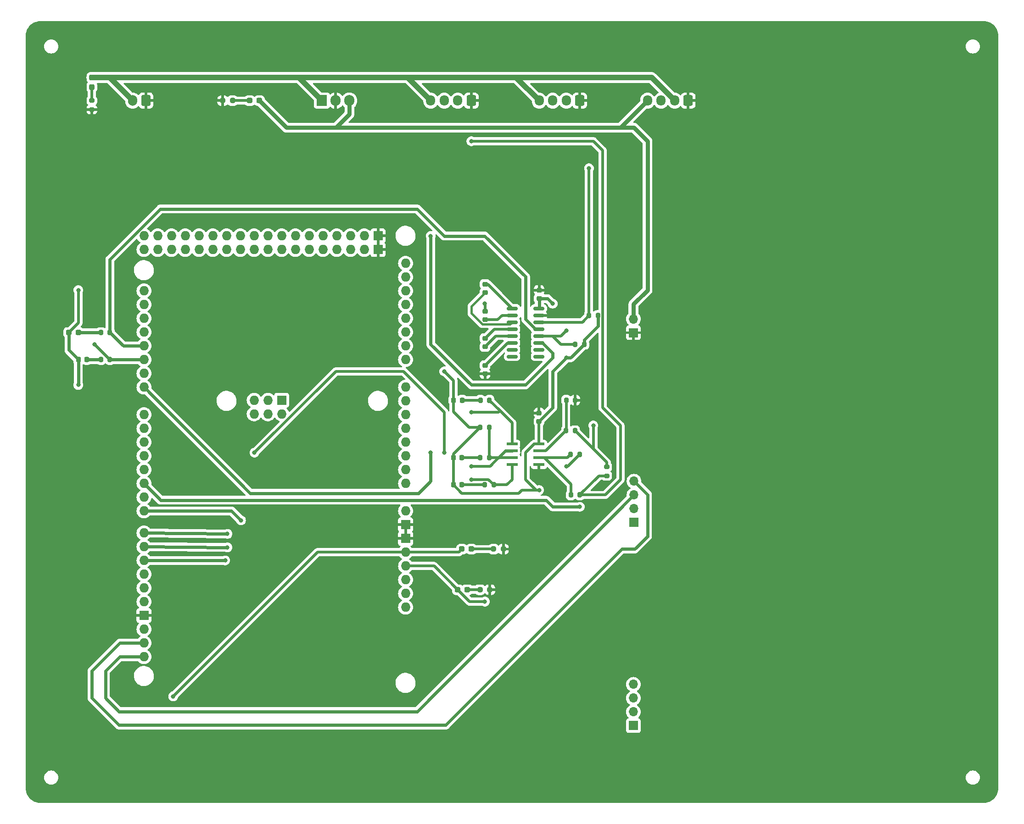
<source format=gbr>
%TF.GenerationSoftware,KiCad,Pcbnew,(7.0.0)*%
%TF.CreationDate,2023-11-10T08:28:01+01:00*%
%TF.ProjectId,AbuDhabi_ElectronBeam,41627544-6861-4626-995f-456c65637472,rev?*%
%TF.SameCoordinates,PXa6e49c0PYcef2840*%
%TF.FileFunction,Copper,L1,Top*%
%TF.FilePolarity,Positive*%
%FSLAX46Y46*%
G04 Gerber Fmt 4.6, Leading zero omitted, Abs format (unit mm)*
G04 Created by KiCad (PCBNEW (7.0.0)) date 2023-11-10 08:28:01*
%MOMM*%
%LPD*%
G01*
G04 APERTURE LIST*
G04 Aperture macros list*
%AMRoundRect*
0 Rectangle with rounded corners*
0 $1 Rounding radius*
0 $2 $3 $4 $5 $6 $7 $8 $9 X,Y pos of 4 corners*
0 Add a 4 corners polygon primitive as box body*
4,1,4,$2,$3,$4,$5,$6,$7,$8,$9,$2,$3,0*
0 Add four circle primitives for the rounded corners*
1,1,$1+$1,$2,$3*
1,1,$1+$1,$4,$5*
1,1,$1+$1,$6,$7*
1,1,$1+$1,$8,$9*
0 Add four rect primitives between the rounded corners*
20,1,$1+$1,$2,$3,$4,$5,0*
20,1,$1+$1,$4,$5,$6,$7,0*
20,1,$1+$1,$6,$7,$8,$9,0*
20,1,$1+$1,$8,$9,$2,$3,0*%
G04 Aperture macros list end*
%TA.AperFunction,ComponentPad*%
%ADD10RoundRect,0.250000X0.600000X0.750000X-0.600000X0.750000X-0.600000X-0.750000X0.600000X-0.750000X0*%
%TD*%
%TA.AperFunction,ComponentPad*%
%ADD11O,1.700000X2.000000*%
%TD*%
%TA.AperFunction,ComponentPad*%
%ADD12R,1.905000X2.000000*%
%TD*%
%TA.AperFunction,ComponentPad*%
%ADD13O,1.905000X2.000000*%
%TD*%
%TA.AperFunction,SMDPad,CuDef*%
%ADD14RoundRect,0.200000X0.200000X0.275000X-0.200000X0.275000X-0.200000X-0.275000X0.200000X-0.275000X0*%
%TD*%
%TA.AperFunction,ComponentPad*%
%ADD15RoundRect,0.250000X0.600000X0.725000X-0.600000X0.725000X-0.600000X-0.725000X0.600000X-0.725000X0*%
%TD*%
%TA.AperFunction,ComponentPad*%
%ADD16O,1.700000X1.950000*%
%TD*%
%TA.AperFunction,SMDPad,CuDef*%
%ADD17RoundRect,0.200000X-0.200000X-0.275000X0.200000X-0.275000X0.200000X0.275000X-0.200000X0.275000X0*%
%TD*%
%TA.AperFunction,SMDPad,CuDef*%
%ADD18RoundRect,0.237500X0.287500X0.237500X-0.287500X0.237500X-0.287500X-0.237500X0.287500X-0.237500X0*%
%TD*%
%TA.AperFunction,SMDPad,CuDef*%
%ADD19RoundRect,0.225000X0.250000X-0.225000X0.250000X0.225000X-0.250000X0.225000X-0.250000X-0.225000X0*%
%TD*%
%TA.AperFunction,SMDPad,CuDef*%
%ADD20RoundRect,0.237500X-0.250000X-0.237500X0.250000X-0.237500X0.250000X0.237500X-0.250000X0.237500X0*%
%TD*%
%TA.AperFunction,SMDPad,CuDef*%
%ADD21RoundRect,0.225000X-0.250000X0.225000X-0.250000X-0.225000X0.250000X-0.225000X0.250000X0.225000X0*%
%TD*%
%TA.AperFunction,SMDPad,CuDef*%
%ADD22RoundRect,0.150000X-0.825000X-0.150000X0.825000X-0.150000X0.825000X0.150000X-0.825000X0.150000X0*%
%TD*%
%TA.AperFunction,SMDPad,CuDef*%
%ADD23RoundRect,0.218750X0.218750X0.256250X-0.218750X0.256250X-0.218750X-0.256250X0.218750X-0.256250X0*%
%TD*%
%TA.AperFunction,SMDPad,CuDef*%
%ADD24RoundRect,0.237500X0.250000X0.237500X-0.250000X0.237500X-0.250000X-0.237500X0.250000X-0.237500X0*%
%TD*%
%TA.AperFunction,SMDPad,CuDef*%
%ADD25RoundRect,0.237500X-0.287500X-0.237500X0.287500X-0.237500X0.287500X0.237500X-0.287500X0.237500X0*%
%TD*%
%TA.AperFunction,ComponentPad*%
%ADD26R,1.700000X1.700000*%
%TD*%
%TA.AperFunction,ComponentPad*%
%ADD27O,1.700000X1.700000*%
%TD*%
%TA.AperFunction,SMDPad,CuDef*%
%ADD28RoundRect,0.237500X0.237500X-0.287500X0.237500X0.287500X-0.237500X0.287500X-0.237500X-0.287500X0*%
%TD*%
%TA.AperFunction,SMDPad,CuDef*%
%ADD29RoundRect,0.200000X-0.275000X0.200000X-0.275000X-0.200000X0.275000X-0.200000X0.275000X0.200000X0*%
%TD*%
%TA.AperFunction,SMDPad,CuDef*%
%ADD30RoundRect,0.041300X-0.943700X-0.253700X0.943700X-0.253700X0.943700X0.253700X-0.943700X0.253700X0*%
%TD*%
%TA.AperFunction,ComponentPad*%
%ADD31O,1.727200X1.727200*%
%TD*%
%TA.AperFunction,ComponentPad*%
%ADD32R,1.727200X1.727200*%
%TD*%
%TA.AperFunction,ViaPad*%
%ADD33C,0.800000*%
%TD*%
%TA.AperFunction,Conductor*%
%ADD34C,0.500000*%
%TD*%
%TA.AperFunction,Conductor*%
%ADD35C,0.600000*%
%TD*%
%TA.AperFunction,Conductor*%
%ADD36C,1.000000*%
%TD*%
%TA.AperFunction,Conductor*%
%ADD37C,0.800000*%
%TD*%
%TA.AperFunction,Conductor*%
%ADD38C,0.400000*%
%TD*%
G04 APERTURE END LIST*
D10*
%TO.P,J19,1,Pin_1*%
%TO.N,GND*%
X22500000Y130000000D03*
D11*
%TO.P,J19,2,Pin_2*%
%TO.N,+24V*%
X19999999Y129999999D03*
%TD*%
D12*
%TO.P,U2,1,IN*%
%TO.N,+24V*%
X54919999Y129999999D03*
D13*
%TO.P,U2,2,GND*%
%TO.N,GND*%
X57459999Y129999999D03*
%TO.P,U2,3,OUT*%
%TO.N,/5VExt*%
X59999999Y129999999D03*
%TD*%
D14*
%TO.P,R13,1*%
%TO.N,/5Vard*%
X102475000Y64687000D03*
%TO.P,R13,2*%
%TO.N,/RS435adapter/D+chip*%
X100825000Y64687000D03*
%TD*%
D15*
%TO.P,J12,1,Pin_1*%
%TO.N,GND*%
X102500000Y130000000D03*
D16*
%TO.P,J12,2,Pin_2*%
%TO.N,/TxS*%
X99999999Y129999999D03*
%TO.P,J12,3,Pin_3*%
%TO.N,/RxS*%
X97499999Y129999999D03*
%TO.P,J12,4,Pin_4*%
%TO.N,+24V*%
X94999999Y129999999D03*
%TD*%
D17*
%TO.P,R6,1*%
%TO.N,Net-(D6-K)*%
X14175000Y87187000D03*
%TO.P,R6,2*%
%TO.N,/Rx2*%
X15825000Y87187000D03*
%TD*%
D18*
%TO.P,D6,1,K*%
%TO.N,Net-(D6-K)*%
X10000000Y87187000D03*
%TO.P,D6,2,A*%
%TO.N,/5Vard*%
X8250000Y87187000D03*
%TD*%
D19*
%TO.P,C5,1*%
%TO.N,Net-(U3-VS+)*%
X85025000Y89547000D03*
%TO.P,C5,2*%
%TO.N,/5Vard*%
X85025000Y91097000D03*
%TD*%
D18*
%TO.P,D3,1,K*%
%TO.N,Net-(D3-K)*%
X82500000Y47187000D03*
%TO.P,D3,2,A*%
%TO.N,/5Vard*%
X80750000Y47187000D03*
%TD*%
D20*
%TO.P,R4,1*%
%TO.N,Net-(D4-K)*%
X84087500Y39687000D03*
%TO.P,R4,2*%
%TO.N,GND*%
X85912500Y39687000D03*
%TD*%
D21*
%TO.P,C1,1*%
%TO.N,Net-(U3-C1+)*%
X85025000Y96097000D03*
%TO.P,C1,2*%
%TO.N,Net-(U3-C1-)*%
X85025000Y94547000D03*
%TD*%
D22*
%TO.P,U3,1,C1+*%
%TO.N,Net-(U3-C1+)*%
X90025000Y91632000D03*
%TO.P,U3,2,VS+*%
%TO.N,Net-(U3-VS+)*%
X90025000Y90362000D03*
%TO.P,U3,3,C1-*%
%TO.N,Net-(U3-C1-)*%
X90025000Y89092000D03*
%TO.P,U3,4,C2+*%
%TO.N,Net-(U3-C2+)*%
X90025000Y87822000D03*
%TO.P,U3,5,C2-*%
%TO.N,Net-(U3-C2-)*%
X90025000Y86552000D03*
%TO.P,U3,6,VS-*%
%TO.N,Net-(U3-VS-)*%
X90025000Y85282000D03*
%TO.P,U3,7,T2OUT*%
%TO.N,unconnected-(U3-T2OUT-Pad7)*%
X90025000Y84012000D03*
%TO.P,U3,8,R2IN*%
%TO.N,unconnected-(U3-R2IN-Pad8)*%
X90025000Y82742000D03*
%TO.P,U3,9,R2OUT*%
%TO.N,unconnected-(U3-R2OUT-Pad9)*%
X94975000Y82742000D03*
%TO.P,U3,10,T2IN*%
%TO.N,unconnected-(U3-T2IN-Pad10)*%
X94975000Y84012000D03*
%TO.P,U3,11,T1IN*%
%TO.N,/Tx2*%
X94975000Y85282000D03*
%TO.P,U3,12,R1OUT*%
%TO.N,/RxS*%
X94975000Y86552000D03*
%TO.P,U3,13,R1IN*%
%TO.N,/Rx2*%
X94975000Y87822000D03*
%TO.P,U3,14,T1OUT*%
%TO.N,/TxS*%
X94975000Y89092000D03*
%TO.P,U3,15,GND*%
%TO.N,GND*%
X94975000Y90362000D03*
%TO.P,U3,16,VCC*%
%TO.N,/5Vard*%
X94975000Y91632000D03*
%TD*%
D23*
%TO.P,D11,1,K*%
%TO.N,Net-(D11-K)*%
X80762500Y64052000D03*
%TO.P,D11,2,A*%
%TO.N,/5Vard*%
X79187500Y64052000D03*
%TD*%
D20*
%TO.P,R3,1*%
%TO.N,Net-(D3-K)*%
X86587500Y47187000D03*
%TO.P,R3,2*%
%TO.N,GND*%
X88412500Y47187000D03*
%TD*%
D17*
%TO.P,R14,1*%
%TO.N,/RS435adapter/D-chip*%
X100000000Y74687000D03*
%TO.P,R14,2*%
%TO.N,GND*%
X101650000Y74687000D03*
%TD*%
%TO.P,R9,1*%
%TO.N,Net-(D9-K)*%
X84975000Y59052000D03*
%TO.P,R9,2*%
%TO.N,/Rx3*%
X86625000Y59052000D03*
%TD*%
D24*
%TO.P,R1,1*%
%TO.N,Net-(D1-K)*%
X38450000Y130000000D03*
%TO.P,R1,2*%
%TO.N,GND*%
X36625000Y130000000D03*
%TD*%
D14*
%TO.P,R8,1*%
%TO.N,/5Vard*%
X103325000Y85000000D03*
%TO.P,R8,2*%
%TO.N,/RxS*%
X101675000Y85000000D03*
%TD*%
D23*
%TO.P,D5,1,K*%
%TO.N,Net-(D5-K)*%
X11575000Y82187000D03*
%TO.P,D5,2,A*%
%TO.N,/5Vard*%
X10000000Y82187000D03*
%TD*%
D17*
%TO.P,R11,1*%
%TO.N,Net-(D11-K)*%
X84150000Y64052000D03*
%TO.P,R11,2*%
%TO.N,/EN485*%
X85800000Y64052000D03*
%TD*%
D23*
%TO.P,D10,1,K*%
%TO.N,Net-(D10-K)*%
X80787500Y74687000D03*
%TO.P,D10,2,A*%
%TO.N,/5Vard*%
X79212500Y74687000D03*
%TD*%
D19*
%TO.P,C2,1*%
%TO.N,/5Vard*%
X95000000Y93450000D03*
%TO.P,C2,2*%
%TO.N,GND*%
X95000000Y95000000D03*
%TD*%
D25*
%TO.P,D1,1,K*%
%TO.N,Net-(D1-K)*%
X41625000Y130000000D03*
%TO.P,D1,2,A*%
%TO.N,/5VExt*%
X43375000Y130000000D03*
%TD*%
D17*
%TO.P,R12,1*%
%TO.N,/5Vard*%
X84150000Y69687000D03*
%TO.P,R12,2*%
%TO.N,/EN485*%
X85800000Y69687000D03*
%TD*%
%TO.P,R10,1*%
%TO.N,Net-(D10-K)*%
X84175000Y74687000D03*
%TO.P,R10,2*%
%TO.N,/Tx3*%
X85825000Y74687000D03*
%TD*%
D15*
%TO.P,J21,1,Pin_1*%
%TO.N,GND*%
X122500000Y130000000D03*
D16*
%TO.P,J21,2,Pin_2*%
%TO.N,+24V*%
X119999999Y129999999D03*
%TO.P,J21,3,Pin_3*%
%TO.N,+3.3V*%
X117499999Y129999999D03*
%TO.P,J21,4,Pin_4*%
%TO.N,/5VExt*%
X114999999Y129999999D03*
%TD*%
D19*
%TO.P,C6,1*%
%TO.N,/5Vard*%
X94975000Y70777000D03*
%TO.P,C6,2*%
%TO.N,GND*%
X94975000Y72327000D03*
%TD*%
D26*
%TO.P,J1,1,Pin_1*%
%TO.N,/SA0*%
X112499999Y52106999D03*
D27*
%TO.P,J1,2,Pin_2*%
%TO.N,/RES*%
X112499999Y54646999D03*
%TO.P,J1,3,Pin_3*%
%TO.N,/SCL*%
X112499999Y57186999D03*
%TO.P,J1,4,Pin_4*%
%TO.N,/SDA*%
X112499999Y59726999D03*
%TD*%
D23*
%TO.P,D9,1,K*%
%TO.N,Net-(D9-K)*%
X80762500Y59052000D03*
%TO.P,D9,2,A*%
%TO.N,/5Vard*%
X79187500Y59052000D03*
%TD*%
D18*
%TO.P,D4,1,K*%
%TO.N,Net-(D4-K)*%
X81750000Y39687000D03*
%TO.P,D4,2,A*%
%TO.N,+3.3V*%
X80000000Y39687000D03*
%TD*%
D14*
%TO.P,R7,1*%
%TO.N,/5Vard*%
X105850000Y90322000D03*
%TO.P,R7,2*%
%TO.N,/TxS*%
X104200000Y90322000D03*
%TD*%
D28*
%TO.P,D2,1,K*%
%TO.N,Net-(D2-K)*%
X12500000Y132500000D03*
%TO.P,D2,2,A*%
%TO.N,+24V*%
X12500000Y134250000D03*
%TD*%
D29*
%TO.P,R2,1*%
%TO.N,Net-(D2-K)*%
X12500000Y130000000D03*
%TO.P,R2,2*%
%TO.N,GND*%
X12500000Y128350000D03*
%TD*%
D21*
%TO.P,C4,1*%
%TO.N,Net-(U3-VS-)*%
X85025000Y81097000D03*
%TO.P,C4,2*%
%TO.N,GND*%
X85025000Y79547000D03*
%TD*%
D30*
%TO.P,U4,1,RO*%
%TO.N,/Tx3*%
X90025000Y66592000D03*
%TO.P,U4,2,~{RE}*%
%TO.N,/EN485*%
X90025000Y65322000D03*
%TO.P,U4,3,DE*%
X90025000Y64052000D03*
%TO.P,U4,4,DI*%
%TO.N,/Rx3*%
X90025000Y62782000D03*
%TO.P,U4,5,GND*%
%TO.N,GND*%
X94975000Y62782000D03*
%TO.P,U4,6,A*%
%TO.N,/RS435adapter/D+chip*%
X94975000Y64052000D03*
%TO.P,U4,7,B*%
%TO.N,/RS435adapter/D-chip*%
X94975000Y65322000D03*
%TO.P,U4,8,VCC*%
%TO.N,/5Vard*%
X94975000Y66592000D03*
%TD*%
D29*
%TO.P,R17,1*%
%TO.N,/D-*%
X107475000Y62377000D03*
%TO.P,R17,2*%
%TO.N,/D+*%
X107475000Y60727000D03*
%TD*%
D17*
%TO.P,R5,1*%
%TO.N,Net-(D5-K)*%
X14175000Y82187000D03*
%TO.P,R5,2*%
%TO.N,/Tx2*%
X15825000Y82187000D03*
%TD*%
D31*
%TO.P,A3,*%
%TO.N,*%
X70359999Y36459999D03*
%TO.P,A3,3V3,3.3V*%
%TO.N,+3.3V*%
X70359999Y44079999D03*
%TO.P,A3,5V1,5V*%
%TO.N,/5Vard*%
X70359999Y46619999D03*
%TO.P,A3,5V2,SPI_5V*%
%TO.N,unconnected-(A3-SPI_5V-Pad5V2)*%
X42419999Y74686999D03*
%TO.P,A3,5V3,5V*%
%TO.N,unconnected-(A3-5V-Pad5V3)*%
X22099999Y102499999D03*
%TO.P,A3,5V4,5V*%
%TO.N,unconnected-(A3-5V-Pad5V4)*%
X22099999Y105039999D03*
%TO.P,A3,A0,A0*%
%TO.N,unconnected-(A3-PadA0)*%
X70359999Y59319999D03*
%TO.P,A3,A1,A1*%
%TO.N,unconnected-(A3-PadA1)*%
X70359999Y61859999D03*
%TO.P,A3,A2,A2*%
%TO.N,unconnected-(A3-PadA2)*%
X70359999Y64399999D03*
%TO.P,A3,A3,A3*%
%TO.N,unconnected-(A3-PadA3)*%
X70359999Y66939999D03*
%TO.P,A3,A4,A4*%
%TO.N,unconnected-(A3-PadA4)*%
X70359999Y69479999D03*
%TO.P,A3,A5,A5*%
%TO.N,unconnected-(A3-PadA5)*%
X70359999Y72019999D03*
%TO.P,A3,A6,A6*%
%TO.N,unconnected-(A3-PadA6)*%
X70359999Y74559999D03*
%TO.P,A3,A7,A7*%
%TO.N,unconnected-(A3-PadA7)*%
X70359999Y77099999D03*
%TO.P,A3,A8,A8*%
%TO.N,unconnected-(A3-PadA8)*%
X70359999Y82179999D03*
%TO.P,A3,A9,A9*%
%TO.N,unconnected-(A3-PadA9)*%
X70359999Y84719999D03*
%TO.P,A3,A10,A10*%
%TO.N,unconnected-(A3-PadA10)*%
X70359999Y87259999D03*
%TO.P,A3,A11,A11*%
%TO.N,unconnected-(A3-PadA11)*%
X70359999Y89799999D03*
%TO.P,A3,A12,A12*%
%TO.N,unconnected-(A3-PadA12)*%
X70359999Y92339999D03*
%TO.P,A3,A13,A13*%
%TO.N,unconnected-(A3-PadA13)*%
X70359999Y94879999D03*
%TO.P,A3,A14,A14*%
%TO.N,unconnected-(A3-PadA14)*%
X70359999Y97419999D03*
%TO.P,A3,A15,A15*%
%TO.N,unconnected-(A3-PadA15)*%
X70359999Y99959999D03*
%TO.P,A3,AREF,AREF*%
%TO.N,unconnected-(A3-PadAREF)*%
X22099999Y32395999D03*
%TO.P,A3,D0,D0/RX0*%
%TO.N,unconnected-(A3-D0{slash}RX0-PadD0)*%
X22099999Y72019999D03*
%TO.P,A3,D1,D1/TX0*%
%TO.N,unconnected-(A3-D1{slash}TX0-PadD1)*%
X22099999Y69479999D03*
%TO.P,A3,D2,D2_INT0*%
%TO.N,unconnected-(A3-D2_INT0-PadD2)*%
X22099999Y66939999D03*
%TO.P,A3,D3,D3_INT1*%
%TO.N,unconnected-(A3-D3_INT1-PadD3)*%
X22099999Y64399999D03*
%TO.P,A3,D4,D4*%
%TO.N,unconnected-(A3-PadD4)*%
X22099999Y61859999D03*
%TO.P,A3,D5,D5*%
%TO.N,/RES*%
X22099999Y59319999D03*
%TO.P,A3,D6,D6*%
%TO.N,/EN485*%
X22099999Y56779999D03*
%TO.P,A3,D7,D7*%
%TO.N,/Y0*%
X22099999Y54239999D03*
%TO.P,A3,D8,D8*%
%TO.N,/Y1*%
X22099999Y50175999D03*
%TO.P,A3,D9,D9*%
%TO.N,/Y2*%
X22099999Y47635999D03*
%TO.P,A3,D10,D10*%
%TO.N,/Y3*%
X22099999Y45095999D03*
%TO.P,A3,D11,D11*%
%TO.N,/SA0*%
X22099999Y42555999D03*
%TO.P,A3,D12,D12*%
%TO.N,unconnected-(A3-PadD12)*%
X22099999Y40015999D03*
%TO.P,A3,D13,D13*%
%TO.N,unconnected-(A3-PadD13)*%
X22099999Y37475999D03*
%TO.P,A3,D14,D14/TX3*%
%TO.N,/Tx3*%
X22099999Y77099999D03*
%TO.P,A3,D15,D15/RX3*%
%TO.N,/Rx3*%
X22099999Y79639999D03*
%TO.P,A3,D16,D16/TX2*%
%TO.N,/Tx2*%
X22099999Y82179999D03*
%TO.P,A3,D17,D17/RX2*%
%TO.N,/Rx2*%
X22099999Y84719999D03*
%TO.P,A3,D18,D18/TX1*%
%TO.N,unconnected-(A3-D18{slash}TX1-PadD18)*%
X22099999Y87259999D03*
%TO.P,A3,D19,D19/RX1*%
%TO.N,unconnected-(A3-D19{slash}RX1-PadD19)*%
X22099999Y89799999D03*
%TO.P,A3,D20,D20/SDA*%
%TO.N,unconnected-(A3-D20{slash}SDA-PadD20)*%
X22099999Y92339999D03*
%TO.P,A3,D21,D21/SCL*%
%TO.N,unconnected-(A3-D21{slash}SCL-PadD21)*%
X22099999Y94879999D03*
%TO.P,A3,D22,D22*%
%TO.N,unconnected-(A3-PadD22)*%
X24639999Y102499999D03*
%TO.P,A3,D23,D23*%
%TO.N,unconnected-(A3-PadD23)*%
X24639999Y105039999D03*
%TO.P,A3,D24,D24*%
%TO.N,unconnected-(A3-PadD24)*%
X27179999Y102499999D03*
%TO.P,A3,D25,D25*%
%TO.N,unconnected-(A3-PadD25)*%
X27179999Y105039999D03*
%TO.P,A3,D26,D26*%
%TO.N,unconnected-(A3-PadD26)*%
X29719999Y102499999D03*
%TO.P,A3,D27,D27*%
%TO.N,unconnected-(A3-PadD27)*%
X29719999Y105039999D03*
%TO.P,A3,D28,D28*%
%TO.N,unconnected-(A3-PadD28)*%
X32259999Y102499999D03*
%TO.P,A3,D29,D29*%
%TO.N,unconnected-(A3-PadD29)*%
X32259999Y105039999D03*
%TO.P,A3,D30,D30*%
%TO.N,unconnected-(A3-PadD30)*%
X34799999Y102499999D03*
%TO.P,A3,D31,D31*%
%TO.N,unconnected-(A3-PadD31)*%
X34799999Y105039999D03*
%TO.P,A3,D32,D32*%
%TO.N,unconnected-(A3-PadD32)*%
X37339999Y102499999D03*
%TO.P,A3,D33,D33*%
%TO.N,unconnected-(A3-PadD33)*%
X37339999Y105039999D03*
%TO.P,A3,D34,D34*%
%TO.N,unconnected-(A3-PadD34)*%
X39879999Y102499999D03*
%TO.P,A3,D35,D35*%
%TO.N,unconnected-(A3-PadD35)*%
X39879999Y105039999D03*
%TO.P,A3,D36,D36*%
%TO.N,unconnected-(A3-PadD36)*%
X42419999Y102499999D03*
%TO.P,A3,D37,D37*%
%TO.N,unconnected-(A3-PadD37)*%
X42419999Y105039999D03*
%TO.P,A3,D38,D38*%
%TO.N,unconnected-(A3-PadD38)*%
X44959999Y102499999D03*
%TO.P,A3,D39,D39*%
%TO.N,unconnected-(A3-PadD39)*%
X44959999Y105039999D03*
%TO.P,A3,D40,D40*%
%TO.N,unconnected-(A3-PadD40)*%
X47499999Y102499999D03*
%TO.P,A3,D41,D41*%
%TO.N,unconnected-(A3-PadD41)*%
X47499999Y105039999D03*
%TO.P,A3,D42,D42*%
%TO.N,unconnected-(A3-PadD42)*%
X50039999Y102499999D03*
%TO.P,A3,D43,D43*%
%TO.N,unconnected-(A3-PadD43)*%
X50039999Y105039999D03*
%TO.P,A3,D44,D44*%
%TO.N,unconnected-(A3-PadD44)*%
X52579999Y102499999D03*
%TO.P,A3,D45,D45*%
%TO.N,unconnected-(A3-PadD45)*%
X52579999Y105039999D03*
%TO.P,A3,D46,D46*%
%TO.N,unconnected-(A3-PadD46)*%
X55119999Y102499999D03*
%TO.P,A3,D47,D47*%
%TO.N,unconnected-(A3-PadD47)*%
X55119999Y105039999D03*
%TO.P,A3,D48,D48*%
%TO.N,unconnected-(A3-PadD48)*%
X57659999Y102499999D03*
%TO.P,A3,D49,D49*%
%TO.N,unconnected-(A3-PadD49)*%
X57659999Y105039999D03*
%TO.P,A3,D50,D50_MISO*%
%TO.N,unconnected-(A3-D50_MISO-PadD50)*%
X60199999Y102499999D03*
%TO.P,A3,D51,D51_MOSI*%
%TO.N,unconnected-(A3-D51_MOSI-PadD51)*%
X60199999Y105039999D03*
%TO.P,A3,D52,D52_SCK*%
%TO.N,unconnected-(A3-D52_SCK-PadD52)*%
X62739999Y102499999D03*
%TO.P,A3,D53,D53_CS*%
%TO.N,unconnected-(A3-D53_CS-PadD53)*%
X62739999Y105039999D03*
D32*
%TO.P,A3,GND1,GND*%
%TO.N,GND*%
X22099999Y34935999D03*
%TO.P,A3,GND2,GND*%
X70359999Y49159999D03*
%TO.P,A3,GND3,GND*%
X70359999Y51699999D03*
%TO.P,A3,GND4,SPI_GND*%
%TO.N,unconnected-(A3-SPI_GND-PadGND4)*%
X47499999Y74686999D03*
%TO.P,A3,GND5,GND*%
%TO.N,GND*%
X65279999Y102499999D03*
%TO.P,A3,GND6,GND*%
X65279999Y105039999D03*
D31*
%TO.P,A3,IORF,IOREF*%
%TO.N,unconnected-(A3-IOREF-PadIORF)*%
X70359999Y38999999D03*
%TO.P,A3,MISO,SPI_MISO*%
%TO.N,unconnected-(A3-SPI_MISO-PadMISO)*%
X42419999Y72146999D03*
%TO.P,A3,MOSI,SPI_MOSI*%
%TO.N,unconnected-(A3-SPI_MOSI-PadMOSI)*%
X44959999Y74686999D03*
%TO.P,A3,RST1,RESET*%
%TO.N,unconnected-(A3-RESET-PadRST1)*%
X70359999Y41539999D03*
%TO.P,A3,RST2,SPI_RESET*%
%TO.N,unconnected-(A3-SPI_RESET-PadRST2)*%
X47499999Y72146999D03*
%TO.P,A3,SCK,SPI_SCK*%
%TO.N,unconnected-(A3-SPI_SCK-PadSCK)*%
X44959999Y72146999D03*
%TO.P,A3,SCL,SCL*%
%TO.N,/SCL*%
X22099999Y27315999D03*
%TO.P,A3,SDA,SDA*%
%TO.N,/SDA*%
X22099999Y29855999D03*
%TO.P,A3,VIN,VIN*%
%TO.N,/5VExt*%
X70359999Y54239999D03*
%TD*%
D14*
%TO.P,R16,1*%
%TO.N,/D-*%
X101625000Y69052000D03*
%TO.P,R16,2*%
%TO.N,/RS435adapter/D-chip*%
X99975000Y69052000D03*
%TD*%
D17*
%TO.P,R15,1*%
%TO.N,/RS435adapter/D+chip*%
X100850000Y57187000D03*
%TO.P,R15,2*%
%TO.N,/D+*%
X102500000Y57187000D03*
%TD*%
D21*
%TO.P,C3,1*%
%TO.N,Net-(U3-C2+)*%
X85025000Y86097000D03*
%TO.P,C3,2*%
%TO.N,Net-(U3-C2-)*%
X85025000Y84547000D03*
%TD*%
D15*
%TO.P,J13,1,Pin_1*%
%TO.N,GND*%
X82500000Y130000000D03*
D16*
%TO.P,J13,2,Pin_2*%
%TO.N,/D+*%
X79999999Y129999999D03*
%TO.P,J13,3,Pin_3*%
%TO.N,/D-*%
X77499999Y129999999D03*
%TO.P,J13,4,Pin_4*%
%TO.N,+24V*%
X74999999Y129999999D03*
%TD*%
D26*
%TO.P,J16,1,Pin_1*%
%TO.N,GND*%
X112397999Y87146999D03*
D27*
%TO.P,J16,2,Pin_2*%
%TO.N,/5VExt*%
X112397999Y89686999D03*
%TD*%
D26*
%TO.P,J18,1,Pin_1*%
%TO.N,/Y3*%
X112397999Y14592999D03*
D27*
%TO.P,J18,2,Pin_2*%
%TO.N,/Y2*%
X112397999Y17132999D03*
%TO.P,J18,3,Pin_3*%
%TO.N,/Y1*%
X112397999Y19672999D03*
%TO.P,J18,4,Pin_4*%
%TO.N,/Y0*%
X112397999Y22212999D03*
%TD*%
D33*
%TO.N,GND*%
X174000000Y43000000D03*
X174000000Y18000000D03*
X174000000Y123000000D03*
X174000000Y96000000D03*
X174000000Y70000000D03*
X152000000Y43000000D03*
X152000000Y18000000D03*
X152000000Y123000000D03*
X152000000Y96000000D03*
X152000000Y70000000D03*
X72500000Y122500000D03*
X90000000Y137500000D03*
X35000000Y42500000D03*
X75000000Y25000000D03*
X15000000Y72500000D03*
X10000000Y65000000D03*
X42500000Y82500000D03*
X115000000Y65000000D03*
X129500000Y18000000D03*
X52500000Y77500000D03*
X85000000Y100000000D03*
X72500000Y90000000D03*
X27500000Y87500000D03*
X62500000Y85000000D03*
X65000000Y95000000D03*
X55000000Y97500000D03*
X92500000Y17500000D03*
X25000000Y42500000D03*
X10000000Y15000000D03*
X22500000Y120000000D03*
X112500000Y120000000D03*
X97500000Y50000000D03*
X129500000Y96000000D03*
X57500000Y50000000D03*
X77500000Y37500000D03*
X112500000Y105000000D03*
X7500000Y107500000D03*
X32500000Y92500000D03*
X55000000Y65000000D03*
X107500000Y67500000D03*
X30000000Y12500000D03*
X40000000Y120000000D03*
X35000000Y20000000D03*
X30000000Y62500000D03*
X50000000Y92500000D03*
X129500000Y123000000D03*
X118000000Y18000000D03*
X105000000Y17500000D03*
X117500000Y110000000D03*
X47500000Y65000000D03*
X32500000Y30000000D03*
X100000000Y112500000D03*
X100000000Y80000000D03*
X35000000Y97500000D03*
X30000000Y75000000D03*
X92500000Y22500000D03*
X50000000Y12500000D03*
X80000000Y90000000D03*
X65000000Y22500000D03*
X25000000Y137500000D03*
X75000000Y12500000D03*
X47500000Y117500000D03*
X90000000Y75000000D03*
X10000000Y115000000D03*
X7500000Y55000000D03*
X129500000Y43000000D03*
X57500000Y72500000D03*
X37500000Y90000000D03*
X55000000Y22500000D03*
X117500000Y100000000D03*
X62500000Y67500000D03*
X117500000Y120000000D03*
X32500000Y120000000D03*
X45000000Y27500000D03*
X82500000Y120000000D03*
X72500000Y97500000D03*
X95000000Y47500000D03*
X100000000Y92500000D03*
X75000000Y80000000D03*
X37500000Y67500000D03*
X110000000Y95000000D03*
X62500000Y62500000D03*
X27500000Y100000000D03*
X95000000Y60000000D03*
X92500000Y12500000D03*
X80000000Y85000000D03*
X105000000Y137500000D03*
X80000000Y110000000D03*
X77500000Y50000000D03*
X17500000Y112500000D03*
X110000000Y112500000D03*
X12500000Y107500000D03*
X57500000Y42500000D03*
X30000000Y127500000D03*
X118000000Y30500000D03*
X65000000Y35000000D03*
X40000000Y137500000D03*
X10000000Y122500000D03*
X17500000Y52500000D03*
X65000000Y117500000D03*
X70000000Y137500000D03*
X50000000Y20000000D03*
X72500000Y85000000D03*
X52500000Y120000000D03*
X115000000Y80000000D03*
X90000000Y107500000D03*
X95000000Y75000000D03*
X17500000Y35000000D03*
X52500000Y87500000D03*
X42500000Y22500000D03*
X45000000Y97500000D03*
X117500000Y92500000D03*
X60000000Y120000000D03*
X129500000Y70000000D03*
X10000000Y25000000D03*
X50000000Y47500000D03*
X7500000Y42500000D03*
X80000000Y100000000D03*
X100000000Y22500000D03*
X30000000Y37500000D03*
X62500000Y52500000D03*
X65000000Y42500000D03*
X105000000Y12500000D03*
X95000000Y120000000D03*
X52500000Y60000000D03*
X97500000Y102500000D03*
X90000000Y115000000D03*
X27500000Y67500000D03*
X62500000Y90000000D03*
X110000000Y75000000D03*
X47500000Y52500000D03*
%TO.N,/5Vard*%
X100000000Y62500000D03*
X100000000Y82500000D03*
X97500000Y92500000D03*
X77500000Y80000000D03*
X27500000Y20000000D03*
X95000000Y58086500D03*
X10000000Y95000000D03*
X85000000Y92500000D03*
X10000000Y77500000D03*
%TO.N,/Tx2*%
X13012000Y85000000D03*
X75000000Y105000000D03*
%TO.N,/Tx3*%
X75000000Y65000000D03*
X82500000Y72500000D03*
%TO.N,/Rx3*%
X82500000Y60000000D03*
%TO.N,/RES*%
X102500000Y55000000D03*
%TO.N,/TxS*%
X104200000Y117500000D03*
%TO.N,/RxS*%
X100000000Y87500000D03*
%TO.N,+3.3V*%
X85000000Y37500000D03*
%TO.N,/EN485*%
X82500000Y62500000D03*
X42500000Y65000000D03*
X77500000Y65000000D03*
%TO.N,/Y0*%
X40000000Y52500000D03*
%TO.N,/Y1*%
X37500000Y50000000D03*
%TO.N,/Y2*%
X37500000Y47500000D03*
%TO.N,/Y3*%
X37091000Y45096000D03*
%TO.N,/D+*%
X82500000Y122500000D03*
%TO.N,/D-*%
X105000000Y70000000D03*
%TD*%
D34*
%TO.N,GND*%
X97862000Y90362000D02*
X100000000Y92500000D01*
X94975000Y90362000D02*
X97862000Y90362000D01*
X94975000Y62782000D02*
X94975000Y60025000D01*
X94975000Y60025000D02*
X95000000Y60000000D01*
%TO.N,/5Vard*%
X85025000Y91097000D02*
X85025000Y92475000D01*
D35*
X100825000Y82500000D02*
X100000000Y82500000D01*
D34*
X80739500Y57500000D02*
X79187500Y59052000D01*
X77500000Y80000000D02*
X79212500Y78287500D01*
X95000000Y58086500D02*
X91836500Y58086500D01*
D35*
X103325000Y85000000D02*
X100825000Y82500000D01*
X95000000Y91657000D02*
X94975000Y91632000D01*
D34*
X100000000Y62500000D02*
X100288000Y62500000D01*
X85025000Y92475000D02*
X85000000Y92500000D01*
D35*
X8250000Y83937000D02*
X10000000Y82187000D01*
X105850000Y88350000D02*
X105850000Y90322000D01*
D34*
X92500000Y65000000D02*
X94092000Y66592000D01*
X79187500Y64052000D02*
X79187500Y59052000D01*
X10000000Y88937000D02*
X8250000Y87187000D01*
D35*
X95000000Y93450000D02*
X96550000Y93450000D01*
D34*
X95000000Y58086500D02*
X94413500Y58086500D01*
X70360000Y46620000D02*
X54120000Y46620000D01*
D35*
X95000000Y93450000D02*
X95000000Y91657000D01*
D34*
X91250000Y57500000D02*
X80739500Y57500000D01*
X70360000Y46620000D02*
X80183000Y46620000D01*
D35*
X103325000Y85000000D02*
X103325000Y85825000D01*
X97500000Y73302000D02*
X94975000Y70777000D01*
D34*
X82106250Y69687000D02*
X84150000Y69687000D01*
X79187500Y64724500D02*
X79187500Y64052000D01*
X84150000Y69687000D02*
X79187500Y64724500D01*
D35*
X100000000Y82500000D02*
X97500000Y80000000D01*
X103325000Y85825000D02*
X105850000Y88350000D01*
X96550000Y93450000D02*
X97500000Y92500000D01*
D34*
X94092000Y66592000D02*
X94975000Y66592000D01*
X79212500Y74687000D02*
X79212500Y72580750D01*
X94413500Y58086500D02*
X92500000Y60000000D01*
X100288000Y62500000D02*
X102475000Y64687000D01*
D35*
X97500000Y80000000D02*
X97500000Y73302000D01*
X8250000Y87187000D02*
X8250000Y83937000D01*
D34*
X79212500Y72580750D02*
X82106250Y69687000D01*
X91836500Y58086500D02*
X91250000Y57500000D01*
X10000000Y95000000D02*
X10000000Y88937000D01*
X54120000Y46620000D02*
X27500000Y20000000D01*
X80183000Y46620000D02*
X80750000Y47187000D01*
X94975000Y70777000D02*
X94975000Y66592000D01*
X79212500Y78287500D02*
X79212500Y74687000D01*
D35*
X10000000Y82187000D02*
X10000000Y77500000D01*
D34*
X92500000Y60000000D02*
X92500000Y65000000D01*
D35*
%TO.N,/Rx2*%
X77500000Y105000000D02*
X72500000Y110000000D01*
X94975000Y87822000D02*
X94350761Y87822000D01*
X72500000Y110000000D02*
X25131578Y110000000D01*
X25131578Y110000000D02*
X15825000Y100693422D01*
X18292000Y84720000D02*
X22100000Y84720000D01*
X15825000Y100693422D02*
X15825000Y87187000D01*
X15825000Y87187000D02*
X18292000Y84720000D01*
X94350761Y87822000D02*
X92500000Y89672761D01*
X92500000Y89672761D02*
X92500000Y97500000D01*
X85000000Y105000000D02*
X77500000Y105000000D01*
X92500000Y97500000D02*
X85000000Y105000000D01*
%TO.N,/Tx2*%
X97500000Y83381239D02*
X97500000Y82500000D01*
X75000000Y85000000D02*
X75000000Y105000000D01*
X97500000Y82500000D02*
X92500000Y77500000D01*
X82500000Y77500000D02*
X75000000Y85000000D01*
X92500000Y77500000D02*
X82500000Y77500000D01*
X94975000Y85282000D02*
X95599239Y85282000D01*
X13012000Y85000000D02*
X15825000Y82187000D01*
X22100000Y82180000D02*
X15832000Y82180000D01*
X95599239Y85282000D02*
X97500000Y83381239D01*
X15832000Y82180000D02*
X15825000Y82187000D01*
%TO.N,/Tx3*%
X41700000Y57500000D02*
X72734211Y57500000D01*
D34*
X87756000Y72756000D02*
X90025000Y70487000D01*
X87500000Y72500000D02*
X82500000Y72500000D01*
D35*
X72734211Y57500000D02*
X75000000Y59765789D01*
X22100000Y77100000D02*
X41700000Y57500000D01*
D34*
X90025000Y70487000D02*
X90025000Y66592000D01*
D35*
X75000000Y59765789D02*
X75000000Y65000000D01*
D34*
X85825000Y74687000D02*
X87756000Y72756000D01*
X87756000Y72756000D02*
X87500000Y72500000D01*
%TO.N,/Rx3*%
X90025000Y60025000D02*
X89052000Y59052000D01*
X89052000Y59052000D02*
X86625000Y59052000D01*
X90025000Y62782000D02*
X90025000Y60025000D01*
X86625000Y59052000D02*
X85677000Y60000000D01*
X85677000Y60000000D02*
X82500000Y60000000D01*
D35*
%TO.N,/RES*%
X22100000Y59320000D02*
X25208000Y56212000D01*
X97500000Y55000000D02*
X102500000Y55000000D01*
X96288000Y56212000D02*
X97500000Y55000000D01*
X25208000Y56212000D02*
X96288000Y56212000D01*
D34*
%TO.N,/TxS*%
X102970000Y89092000D02*
X104200000Y90322000D01*
X94975000Y89092000D02*
X102970000Y89092000D01*
X104200000Y117500000D02*
X104200000Y90322000D01*
%TO.N,/RxS*%
X99052000Y86552000D02*
X100000000Y87500000D01*
X99052000Y85000000D02*
X101675000Y85000000D01*
X94975000Y86552000D02*
X97500000Y86552000D01*
X97500000Y86552000D02*
X99052000Y86552000D01*
X97500000Y86552000D02*
X99052000Y85000000D01*
D36*
%TO.N,+24V*%
X90750000Y134250000D02*
X115750000Y134250000D01*
X15750000Y134250000D02*
X50670000Y134250000D01*
X115750000Y134250000D02*
X120000000Y130000000D01*
X50670000Y134250000D02*
X70750000Y134250000D01*
X15750000Y134250000D02*
X20000000Y130000000D01*
X70750000Y134250000D02*
X90750000Y134250000D01*
X50670000Y134250000D02*
X54920000Y130000000D01*
X70750000Y134250000D02*
X75000000Y130000000D01*
X12500000Y134250000D02*
X15750000Y134250000D01*
X90750000Y134250000D02*
X95000000Y130000000D01*
D35*
%TO.N,/SCL*%
X72500000Y17187000D02*
X112500000Y57187000D01*
X15000000Y19687000D02*
X17500000Y17187000D01*
X17500000Y17187000D02*
X72500000Y17187000D01*
X15000000Y24687000D02*
X15000000Y19687000D01*
X17629000Y27316000D02*
X15000000Y24687000D01*
X22100000Y27316000D02*
X17629000Y27316000D01*
%TO.N,/SDA*%
X115000000Y57227000D02*
X112500000Y59727000D01*
X77780000Y14687000D02*
X110280000Y47187000D01*
X115000000Y49547000D02*
X115000000Y57227000D01*
X112640000Y47187000D02*
X115000000Y49547000D01*
X110280000Y47187000D02*
X112640000Y47187000D01*
X17669000Y29856000D02*
X12500000Y24687000D01*
X12500000Y24687000D02*
X12500000Y19687000D01*
X17500000Y14687000D02*
X77780000Y14687000D01*
X22100000Y29856000D02*
X17669000Y29856000D01*
X12500000Y19687000D02*
X17500000Y14687000D01*
D34*
%TO.N,Net-(D1-K)*%
X38450000Y130000000D02*
X41625000Y130000000D01*
%TO.N,Net-(D2-K)*%
X12500000Y132500000D02*
X12500000Y130000000D01*
%TO.N,Net-(D3-K)*%
X86587500Y47187000D02*
X82500000Y47187000D01*
%TO.N,Net-(D4-K)*%
X81750000Y39687000D02*
X84087500Y39687000D01*
%TO.N,+3.3V*%
X80000000Y39687000D02*
X82187000Y37500000D01*
X70360000Y44080000D02*
X75607000Y44080000D01*
X75607000Y44080000D02*
X80000000Y39687000D01*
X82187000Y37500000D02*
X85000000Y37500000D01*
%TO.N,/EN485*%
X85800000Y64052000D02*
X87500000Y64052000D01*
X77500000Y65000000D02*
X77500000Y72500000D01*
X85948000Y62500000D02*
X82500000Y62500000D01*
D35*
X88770000Y65322000D02*
X87500000Y64052000D01*
D34*
X85800000Y69687000D02*
X85800000Y64052000D01*
X57500000Y80000000D02*
X42500000Y65000000D01*
X65000000Y80000000D02*
X57500000Y80000000D01*
X87500000Y64052000D02*
X85948000Y62500000D01*
X77500000Y72500000D02*
X70000000Y80000000D01*
X87500000Y64052000D02*
X90025000Y64052000D01*
D35*
X90025000Y65322000D02*
X88770000Y65322000D01*
D34*
X67500000Y80000000D02*
X65000000Y80000000D01*
X70000000Y80000000D02*
X67500000Y80000000D01*
D35*
%TO.N,/Y0*%
X22100000Y54240000D02*
X37500000Y54240000D01*
X37500000Y54240000D02*
X38260000Y54240000D01*
X38260000Y54240000D02*
X40000000Y52500000D01*
%TO.N,/Y1*%
X22100000Y50176000D02*
X37500000Y50000000D01*
%TO.N,/Y2*%
X22100000Y47636000D02*
X37500000Y47500000D01*
%TO.N,/Y3*%
X22100000Y45096000D02*
X37091000Y45096000D01*
D37*
%TO.N,/5VExt*%
X112500000Y125000000D02*
X115000000Y122500000D01*
X112398000Y92398000D02*
X112398000Y89687000D01*
X43375000Y130000000D02*
X48375000Y125000000D01*
X110000000Y125000000D02*
X112500000Y125000000D01*
X115000000Y122500000D02*
X115000000Y95000000D01*
X48375000Y125000000D02*
X57500000Y125000000D01*
X60000000Y127500000D02*
X60000000Y130000000D01*
X110000000Y125000000D02*
X115000000Y130000000D01*
X115000000Y95000000D02*
X112398000Y92398000D01*
X57500000Y125000000D02*
X110000000Y125000000D01*
X57500000Y125000000D02*
X60000000Y127500000D01*
D34*
%TO.N,Net-(U3-C1+)*%
X85025000Y96097000D02*
X85560000Y96097000D01*
X85560000Y96097000D02*
X90025000Y91632000D01*
%TO.N,Net-(U3-C1-)*%
X89471472Y89092000D02*
X90025000Y89092000D01*
D38*
X82500000Y90713117D02*
X84516117Y88697000D01*
X89630000Y88697000D02*
X90025000Y89092000D01*
X85025000Y94547000D02*
X82500000Y92022000D01*
X82500000Y92022000D02*
X82500000Y90713117D01*
X84516117Y88697000D02*
X89630000Y88697000D01*
D34*
%TO.N,Net-(U3-C2+)*%
X85025000Y86097000D02*
X86750000Y87822000D01*
X86750000Y87822000D02*
X90025000Y87822000D01*
%TO.N,Net-(U3-C2-)*%
X87030000Y86552000D02*
X90025000Y86552000D01*
X85025000Y84547000D02*
X87030000Y86552000D01*
%TO.N,Net-(U3-VS-)*%
X89210000Y85282000D02*
X90025000Y85282000D01*
X85025000Y81097000D02*
X89210000Y85282000D01*
%TO.N,Net-(U3-VS+)*%
X87360000Y89547000D02*
X88175000Y90362000D01*
X85025000Y89547000D02*
X87360000Y89547000D01*
X88175000Y90362000D02*
X90025000Y90362000D01*
D35*
%TO.N,Net-(D5-K)*%
X11575000Y82187000D02*
X14175000Y82187000D01*
%TO.N,Net-(D6-K)*%
X10000000Y87187000D02*
X14175000Y87187000D01*
D34*
%TO.N,Net-(D9-K)*%
X80762500Y59052000D02*
X84975000Y59052000D01*
%TO.N,Net-(D10-K)*%
X80787500Y74687000D02*
X84175000Y74687000D01*
%TO.N,Net-(D11-K)*%
X80762500Y64052000D02*
X84150000Y64052000D01*
%TO.N,/D+*%
X106040000Y60727000D02*
X107475000Y60727000D01*
X102500000Y57187000D02*
X107187000Y57187000D01*
X102500000Y57187000D02*
X106040000Y60727000D01*
X110000000Y70000000D02*
X106700000Y73300000D01*
X105000000Y122500000D02*
X82500000Y122500000D01*
X106700000Y120800000D02*
X105000000Y122500000D01*
X106700000Y73300000D02*
X106700000Y120800000D01*
X110000000Y60000000D02*
X110000000Y70000000D01*
X107187000Y57187000D02*
X110000000Y60000000D01*
%TO.N,/D-*%
X101625000Y69052000D02*
X105338500Y65338500D01*
X107475000Y63202000D02*
X107475000Y62377000D01*
X105000000Y65677000D02*
X105000000Y70000000D01*
X105338500Y65338500D02*
X105000000Y65677000D01*
X105338500Y65338500D02*
X107475000Y63202000D01*
%TO.N,/RS435adapter/D+chip*%
X100850000Y59150000D02*
X95948000Y64052000D01*
X95948000Y64052000D02*
X95000000Y64052000D01*
X100190000Y64052000D02*
X95948000Y64052000D01*
X100825000Y64687000D02*
X100190000Y64052000D01*
X100850000Y57187000D02*
X100850000Y59150000D01*
%TO.N,/RS435adapter/D-chip*%
X100000000Y74687000D02*
X100000000Y69077000D01*
X100000000Y69077000D02*
X99975000Y69052000D01*
X94975000Y65322000D02*
X96245000Y65322000D01*
X96245000Y65322000D02*
X99975000Y69052000D01*
%TD*%
%TA.AperFunction,Conductor*%
%TO.N,GND*%
G36*
X105898385Y87118378D02*
G01*
X105935985Y87074355D01*
X105949500Y87018060D01*
X105949500Y73363707D01*
X105948191Y73345736D01*
X105946343Y73333117D01*
X105944711Y73321977D01*
X105945340Y73314786D01*
X105945340Y73314779D01*
X105949028Y73272631D01*
X105949500Y73261824D01*
X105949500Y73256291D01*
X105949916Y73252728D01*
X105949917Y73252718D01*
X105953098Y73225504D01*
X105953464Y73221918D01*
X105959371Y73154396D01*
X105959372Y73154391D01*
X105960001Y73147203D01*
X105962271Y73140351D01*
X105962976Y73136937D01*
X105963028Y73136616D01*
X105963120Y73136291D01*
X105963920Y73132915D01*
X105964759Y73125745D01*
X105990413Y73055258D01*
X105991582Y73051892D01*
X106012913Y72987521D01*
X106012917Y72987511D01*
X106015186Y72980666D01*
X106018971Y72974528D01*
X106020443Y72971372D01*
X106020570Y72971065D01*
X106020729Y72970780D01*
X106022295Y72967662D01*
X106024763Y72960883D01*
X106028727Y72954856D01*
X106028729Y72954852D01*
X106065979Y72898216D01*
X106067900Y72895201D01*
X106077285Y72879986D01*
X106103154Y72838045D01*
X106107288Y72831344D01*
X106112392Y72826240D01*
X106114542Y72823521D01*
X106114739Y72823248D01*
X106114973Y72822993D01*
X106117202Y72820337D01*
X106121170Y72814304D01*
X106126423Y72809348D01*
X106126424Y72809347D01*
X106175708Y72762850D01*
X106178295Y72760337D01*
X109213181Y69725451D01*
X109240061Y69685223D01*
X109249500Y69637770D01*
X109249500Y60362229D01*
X109240061Y60314776D01*
X109213181Y60274548D01*
X106912451Y57973819D01*
X106872223Y57946939D01*
X106824770Y57937500D01*
X104611230Y57937500D01*
X104554935Y57951015D01*
X104510912Y57988615D01*
X104488757Y58042102D01*
X104493299Y58099818D01*
X104523549Y58149181D01*
X106314549Y59940181D01*
X106354777Y59967061D01*
X106402230Y59976500D01*
X106722022Y59976500D01*
X106786172Y59958617D01*
X106910394Y59883522D01*
X107026948Y59847203D01*
X107066542Y59834865D01*
X107066544Y59834865D01*
X107072804Y59832914D01*
X107143384Y59826500D01*
X107803797Y59826500D01*
X107806616Y59826500D01*
X107877196Y59832914D01*
X108039606Y59883522D01*
X108185185Y59971528D01*
X108305472Y60091815D01*
X108393478Y60237394D01*
X108444086Y60399804D01*
X108450500Y60470384D01*
X108450500Y60983616D01*
X108444086Y61054196D01*
X108393478Y61216606D01*
X108305472Y61362185D01*
X108203338Y61464319D01*
X108171244Y61519906D01*
X108171244Y61584094D01*
X108203338Y61639681D01*
X108205159Y61641502D01*
X108305472Y61741815D01*
X108393478Y61887394D01*
X108444086Y62049804D01*
X108450500Y62120384D01*
X108450500Y62633616D01*
X108444086Y62704196D01*
X108393478Y62866606D01*
X108305472Y63012185D01*
X108262486Y63055171D01*
X108232460Y63103851D01*
X108227477Y63160828D01*
X108230289Y63180023D01*
X108225971Y63229367D01*
X108225500Y63240173D01*
X108225500Y63242098D01*
X108225500Y63245709D01*
X108221894Y63276557D01*
X108221537Y63280044D01*
X108214998Y63354797D01*
X108212724Y63361659D01*
X108212027Y63365035D01*
X108211970Y63365387D01*
X108211875Y63365723D01*
X108211079Y63369081D01*
X108210241Y63376255D01*
X108184569Y63446788D01*
X108183401Y63450152D01*
X108162086Y63514479D01*
X108162085Y63514481D01*
X108159814Y63521335D01*
X108156022Y63527482D01*
X108154559Y63530621D01*
X108154431Y63530931D01*
X108154257Y63531242D01*
X108152710Y63534323D01*
X108150237Y63541117D01*
X108109005Y63603806D01*
X108107106Y63606788D01*
X108071504Y63664509D01*
X108071501Y63664512D01*
X108067712Y63670656D01*
X108062605Y63675763D01*
X108060459Y63678477D01*
X108060257Y63678756D01*
X108060022Y63679013D01*
X108057796Y63681666D01*
X108053830Y63687696D01*
X107999290Y63739152D01*
X107996703Y63741665D01*
X105786819Y65951549D01*
X105759939Y65991777D01*
X105750500Y66039230D01*
X105750500Y69465679D01*
X105767113Y69527679D01*
X105827179Y69631716D01*
X105885674Y69811744D01*
X105905460Y70000000D01*
X105885674Y70188256D01*
X105827179Y70368284D01*
X105732533Y70532216D01*
X105704566Y70563276D01*
X105610220Y70668058D01*
X105610219Y70668059D01*
X105605871Y70672888D01*
X105600613Y70676708D01*
X105600611Y70676710D01*
X105457988Y70780331D01*
X105457987Y70780332D01*
X105452730Y70784151D01*
X105446792Y70786795D01*
X105285745Y70858499D01*
X105285740Y70858501D01*
X105279803Y70861144D01*
X105273444Y70862496D01*
X105273440Y70862497D01*
X105101008Y70899148D01*
X105101005Y70899149D01*
X105094646Y70900500D01*
X104905354Y70900500D01*
X104898995Y70899149D01*
X104898991Y70899148D01*
X104726559Y70862497D01*
X104726552Y70862495D01*
X104720197Y70861144D01*
X104714262Y70858502D01*
X104714254Y70858499D01*
X104553207Y70786795D01*
X104553202Y70786793D01*
X104547270Y70784151D01*
X104542016Y70780335D01*
X104542011Y70780331D01*
X104399388Y70676710D01*
X104399381Y70676705D01*
X104394129Y70672888D01*
X104389784Y70668063D01*
X104389779Y70668058D01*
X104271813Y70537044D01*
X104271808Y70537038D01*
X104267467Y70532216D01*
X104264222Y70526596D01*
X104264218Y70526590D01*
X104176069Y70373911D01*
X104176066Y70373906D01*
X104172821Y70368284D01*
X104170815Y70362112D01*
X104170813Y70362106D01*
X104116333Y70194436D01*
X104116331Y70194427D01*
X104114326Y70188256D01*
X104113648Y70181806D01*
X104113646Y70181796D01*
X104097403Y70027245D01*
X104094540Y70000000D01*
X104095219Y69993540D01*
X104113646Y69818205D01*
X104113647Y69818197D01*
X104114326Y69811744D01*
X104116331Y69805572D01*
X104116333Y69805565D01*
X104170813Y69637895D01*
X104172821Y69631716D01*
X104176068Y69626092D01*
X104176069Y69626090D01*
X104232887Y69527679D01*
X104249500Y69465679D01*
X104249500Y67788230D01*
X104235985Y67731935D01*
X104198385Y67687912D01*
X104144898Y67665757D01*
X104087182Y67670299D01*
X104037819Y67700549D01*
X102561819Y69176549D01*
X102534939Y69216777D01*
X102525500Y69264230D01*
X102525500Y69380797D01*
X102525500Y69383616D01*
X102519086Y69454196D01*
X102468478Y69616606D01*
X102380472Y69762185D01*
X102260185Y69882472D01*
X102198981Y69919471D01*
X102121021Y69966600D01*
X102121020Y69966601D01*
X102114606Y69970478D01*
X102067290Y69985222D01*
X101958457Y70019136D01*
X101958448Y70019138D01*
X101952196Y70021086D01*
X101945662Y70021680D01*
X101945661Y70021680D01*
X101884425Y70027245D01*
X101884419Y70027246D01*
X101881616Y70027500D01*
X101368384Y70027500D01*
X101365581Y70027246D01*
X101365574Y70027245D01*
X101304338Y70021680D01*
X101304335Y70021680D01*
X101297804Y70021086D01*
X101291553Y70019139D01*
X101291542Y70019136D01*
X101150310Y69975126D01*
X101135394Y69970478D01*
X101128982Y69966602D01*
X101128978Y69966600D01*
X100996232Y69886352D01*
X100996227Y69886349D01*
X100989815Y69882472D01*
X100984515Y69877173D01*
X100984511Y69877169D01*
X100962181Y69854838D01*
X100912818Y69824588D01*
X100855102Y69820046D01*
X100801615Y69842201D01*
X100764015Y69886224D01*
X100750500Y69942519D01*
X100750500Y73822189D01*
X100764015Y73878484D01*
X100801615Y73922507D01*
X100855102Y73944662D01*
X100912818Y73940120D01*
X100962181Y73909870D01*
X101009822Y73862229D01*
X101021543Y73853046D01*
X101154179Y73772865D01*
X101167767Y73766749D01*
X101316627Y73720362D01*
X101329431Y73717816D01*
X101386143Y73712662D01*
X101396549Y73715451D01*
X101400000Y73728326D01*
X101400000Y73728327D01*
X101900000Y73728327D01*
X101903450Y73715452D01*
X101913856Y73712663D01*
X101970570Y73717816D01*
X101983369Y73720362D01*
X102132232Y73766749D01*
X102145820Y73772865D01*
X102278456Y73853046D01*
X102290177Y73862229D01*
X102399771Y73971823D01*
X102408954Y73983544D01*
X102489135Y74116180D01*
X102495251Y74129768D01*
X102541638Y74278628D01*
X102544184Y74291432D01*
X102549744Y74352616D01*
X102550000Y74358244D01*
X102550000Y74420674D01*
X102546549Y74433550D01*
X102533674Y74437000D01*
X101916326Y74437000D01*
X101903450Y74433550D01*
X101900000Y74420674D01*
X101900000Y73728327D01*
X101400000Y73728327D01*
X101400000Y74953326D01*
X101900000Y74953326D01*
X101903450Y74940451D01*
X101916326Y74937000D01*
X102533673Y74937000D01*
X102546548Y74940451D01*
X102549999Y74953326D01*
X102549999Y75015753D01*
X102549743Y75021387D01*
X102544184Y75082571D01*
X102541638Y75095370D01*
X102495251Y75244233D01*
X102489135Y75257821D01*
X102408954Y75390457D01*
X102399771Y75402178D01*
X102290177Y75511772D01*
X102278456Y75520955D01*
X102145820Y75601136D01*
X102132232Y75607252D01*
X101983372Y75653639D01*
X101970568Y75656185D01*
X101913856Y75661339D01*
X101903450Y75658550D01*
X101900000Y75645674D01*
X101900000Y74953326D01*
X101400000Y74953326D01*
X101400000Y75645673D01*
X101396549Y75658549D01*
X101386143Y75661338D01*
X101329429Y75656185D01*
X101316630Y75653639D01*
X101167767Y75607252D01*
X101154179Y75601136D01*
X101021543Y75520955D01*
X101009822Y75511772D01*
X100913035Y75414984D01*
X100857448Y75382890D01*
X100793260Y75382890D01*
X100737673Y75414984D01*
X100640488Y75512169D01*
X100640488Y75512170D01*
X100635185Y75517472D01*
X100620120Y75526579D01*
X100496021Y75601600D01*
X100496020Y75601601D01*
X100489606Y75605478D01*
X100460500Y75614548D01*
X100333457Y75654136D01*
X100333448Y75654138D01*
X100327196Y75656086D01*
X100320662Y75656680D01*
X100320661Y75656680D01*
X100259425Y75662245D01*
X100259419Y75662246D01*
X100256616Y75662500D01*
X99743384Y75662500D01*
X99740581Y75662246D01*
X99740574Y75662245D01*
X99679338Y75656680D01*
X99679335Y75656680D01*
X99672804Y75656086D01*
X99666553Y75654139D01*
X99666542Y75654136D01*
X99517550Y75607708D01*
X99510394Y75605478D01*
X99503982Y75601602D01*
X99503978Y75601600D01*
X99371232Y75521352D01*
X99371227Y75521349D01*
X99364815Y75517472D01*
X99359515Y75512173D01*
X99359511Y75512169D01*
X99249831Y75402489D01*
X99249827Y75402485D01*
X99244528Y75397185D01*
X99240651Y75390773D01*
X99240648Y75390768D01*
X99160400Y75258022D01*
X99160398Y75258018D01*
X99156522Y75251606D01*
X99154292Y75244452D01*
X99154292Y75244450D01*
X99107864Y75095458D01*
X99107861Y75095447D01*
X99105914Y75089196D01*
X99105320Y75082665D01*
X99105320Y75082662D01*
X99100066Y75024839D01*
X99099500Y75018616D01*
X99099500Y74355384D01*
X99105914Y74284804D01*
X99107862Y74278552D01*
X99107864Y74278543D01*
X99123772Y74227494D01*
X99156522Y74122394D01*
X99160399Y74115980D01*
X99160400Y74115979D01*
X99231617Y73998172D01*
X99249500Y73934022D01*
X99249500Y69841765D01*
X99242717Y69801315D01*
X99223679Y69766337D01*
X99219528Y69762185D01*
X99215648Y69755768D01*
X99215645Y69755763D01*
X99135400Y69623022D01*
X99135398Y69623018D01*
X99131522Y69616606D01*
X99129292Y69609452D01*
X99129292Y69609450D01*
X99082864Y69460458D01*
X99082861Y69460447D01*
X99080914Y69454196D01*
X99074500Y69383616D01*
X99074500Y69380797D01*
X99074500Y69264229D01*
X99065061Y69216776D01*
X99038181Y69176548D01*
X96671609Y66809978D01*
X96623649Y66780193D01*
X96567456Y66774758D01*
X96514677Y66794799D01*
X96476253Y66836161D01*
X96460778Y66888152D01*
X96460500Y66888118D01*
X96450044Y66975185D01*
X96395406Y67113738D01*
X96305412Y67232412D01*
X96186738Y67322406D01*
X96177137Y67326193D01*
X96055578Y67374129D01*
X96055575Y67374130D01*
X96048185Y67377044D01*
X96040296Y67377992D01*
X96040290Y67377993D01*
X95964795Y67387059D01*
X95964785Y67387060D01*
X95961118Y67387500D01*
X95957418Y67387500D01*
X95849500Y67387500D01*
X95787500Y67404113D01*
X95742113Y67449500D01*
X95725500Y67511500D01*
X95725500Y69975126D01*
X95734939Y70022579D01*
X95761819Y70062807D01*
X95777083Y70078071D01*
X95797968Y70098956D01*
X95887003Y70243303D01*
X95940349Y70404292D01*
X95950500Y70503655D01*
X95950499Y70569062D01*
X95959938Y70616513D01*
X95986815Y70656739D01*
X98097826Y72767748D01*
X98097826Y72767749D01*
X98129816Y72799738D01*
X98150180Y72832150D01*
X98158220Y72843481D01*
X98182091Y72873413D01*
X98198705Y72907914D01*
X98205418Y72920061D01*
X98225789Y72952478D01*
X98238429Y72988603D01*
X98243752Y73001453D01*
X98250435Y73015330D01*
X98260360Y73035939D01*
X98268881Y73073274D01*
X98272718Y73086597D01*
X98285368Y73122745D01*
X98289655Y73160803D01*
X98291979Y73174477D01*
X98300500Y73211806D01*
X98300500Y73392194D01*
X98300500Y79617060D01*
X98309939Y79664513D01*
X98336819Y79704741D01*
X98813874Y80181796D01*
X100247566Y81615490D01*
X100284804Y81641083D01*
X100391933Y81688781D01*
X100442367Y81699500D01*
X100908233Y81699500D01*
X100915194Y81699500D01*
X100952523Y81708021D01*
X100966197Y81710345D01*
X101004255Y81714632D01*
X101040403Y81727282D01*
X101053726Y81731119D01*
X101091061Y81739640D01*
X101125546Y81756248D01*
X101138398Y81761571D01*
X101174522Y81774211D01*
X101206939Y81794582D01*
X101219086Y81801295D01*
X101253587Y81817909D01*
X101283519Y81841780D01*
X101294853Y81849821D01*
X101327262Y81870184D01*
X101454816Y81997738D01*
X101454816Y81997739D01*
X103445258Y83988181D01*
X103485487Y84015061D01*
X103532940Y84024500D01*
X103578797Y84024500D01*
X103581616Y84024500D01*
X103652196Y84030914D01*
X103814606Y84081522D01*
X103960185Y84169528D01*
X104080472Y84289815D01*
X104168478Y84435394D01*
X104219086Y84597804D01*
X104225500Y84668384D01*
X104225500Y85331616D01*
X104219086Y85402196D01*
X104197478Y85471538D01*
X104195468Y85538103D01*
X104228182Y85596106D01*
X105737818Y87105741D01*
X105787182Y87135991D01*
X105844898Y87140533D01*
X105898385Y87118378D01*
G37*
%TD.AperFunction*%
%TA.AperFunction,Conductor*%
G36*
X72164513Y109190061D02*
G01*
X72204741Y109163181D01*
X75272040Y106095882D01*
X75303791Y106041547D01*
X75304780Y105978623D01*
X75274751Y105923317D01*
X75221440Y105889875D01*
X75158578Y105886911D01*
X75101008Y105899148D01*
X75101005Y105899149D01*
X75094646Y105900500D01*
X74905354Y105900500D01*
X74898995Y105899149D01*
X74898991Y105899148D01*
X74726559Y105862497D01*
X74726552Y105862495D01*
X74720197Y105861144D01*
X74714262Y105858502D01*
X74714254Y105858499D01*
X74553207Y105786795D01*
X74553202Y105786793D01*
X74547270Y105784151D01*
X74542016Y105780335D01*
X74542011Y105780331D01*
X74399388Y105676710D01*
X74399381Y105676705D01*
X74394129Y105672888D01*
X74389784Y105668063D01*
X74389779Y105668058D01*
X74271813Y105537044D01*
X74271808Y105537038D01*
X74267467Y105532216D01*
X74264222Y105526596D01*
X74264218Y105526590D01*
X74176069Y105373911D01*
X74176066Y105373906D01*
X74172821Y105368284D01*
X74170815Y105362112D01*
X74170813Y105362106D01*
X74116333Y105194436D01*
X74116331Y105194427D01*
X74114326Y105188256D01*
X74113648Y105181806D01*
X74113646Y105181796D01*
X74105866Y105107765D01*
X74094540Y105000000D01*
X74095219Y104993540D01*
X74113646Y104818205D01*
X74113647Y104818197D01*
X74114326Y104811744D01*
X74116331Y104805572D01*
X74116333Y104805565D01*
X74170813Y104637895D01*
X74172821Y104631716D01*
X74176068Y104626092D01*
X74176069Y104626090D01*
X74182887Y104614281D01*
X74199500Y104552281D01*
X74199500Y85090194D01*
X74199500Y84909806D01*
X74201049Y84903017D01*
X74201050Y84903012D01*
X74208017Y84872482D01*
X74210345Y84858782D01*
X74213852Y84827664D01*
X74214632Y84820745D01*
X74216929Y84814179D01*
X74216930Y84814177D01*
X74227272Y84784621D01*
X74231119Y84771265D01*
X74238088Y84740733D01*
X74238091Y84740724D01*
X74239640Y84733939D01*
X74242658Y84727671D01*
X74242661Y84727664D01*
X74256250Y84699446D01*
X74261568Y84686607D01*
X74274211Y84650478D01*
X74277912Y84644588D01*
X74277913Y84644586D01*
X74294572Y84618073D01*
X74301296Y84605907D01*
X74314888Y84577685D01*
X74317909Y84571413D01*
X74341771Y84541491D01*
X74349818Y84530150D01*
X74370184Y84497738D01*
X74375112Y84492810D01*
X77772040Y81095882D01*
X77803791Y81041547D01*
X77804780Y80978623D01*
X77774751Y80923317D01*
X77721440Y80889875D01*
X77658578Y80886911D01*
X77601008Y80899148D01*
X77601005Y80899149D01*
X77594646Y80900500D01*
X77405354Y80900500D01*
X77398995Y80899149D01*
X77398991Y80899148D01*
X77226559Y80862497D01*
X77226552Y80862495D01*
X77220197Y80861144D01*
X77214262Y80858502D01*
X77214254Y80858499D01*
X77053207Y80786795D01*
X77053202Y80786793D01*
X77047270Y80784151D01*
X77042016Y80780335D01*
X77042011Y80780331D01*
X76899388Y80676710D01*
X76899381Y80676705D01*
X76894129Y80672888D01*
X76889784Y80668063D01*
X76889779Y80668058D01*
X76771813Y80537044D01*
X76771808Y80537038D01*
X76767467Y80532216D01*
X76764222Y80526596D01*
X76764218Y80526590D01*
X76676069Y80373911D01*
X76676066Y80373906D01*
X76672821Y80368284D01*
X76670815Y80362112D01*
X76670813Y80362106D01*
X76616333Y80194436D01*
X76616331Y80194427D01*
X76614326Y80188256D01*
X76613648Y80181806D01*
X76613646Y80181796D01*
X76602278Y80073626D01*
X76594540Y80000000D01*
X76595219Y79993540D01*
X76613646Y79818205D01*
X76613647Y79818197D01*
X76614326Y79811744D01*
X76616331Y79805572D01*
X76616333Y79805565D01*
X76670129Y79640000D01*
X76672821Y79631716D01*
X76676068Y79626092D01*
X76676069Y79626090D01*
X76681282Y79617060D01*
X76767467Y79467784D01*
X76771811Y79462959D01*
X76771813Y79462957D01*
X76889779Y79331943D01*
X76894129Y79327112D01*
X77047270Y79215849D01*
X77220197Y79138856D01*
X77285335Y79125011D01*
X77318714Y79112697D01*
X77347228Y79091404D01*
X78425681Y78012951D01*
X78452561Y77972723D01*
X78462000Y77925270D01*
X78462000Y75480024D01*
X78455126Y75439313D01*
X78435268Y75403115D01*
X78430827Y75397500D01*
X78425719Y75392391D01*
X78421928Y75386246D01*
X78421924Y75386240D01*
X78341243Y75255436D01*
X78341240Y75255431D01*
X78337451Y75249287D01*
X78335180Y75242436D01*
X78335179Y75242432D01*
X78286694Y75096114D01*
X78284564Y75089685D01*
X78283876Y75082955D01*
X78283875Y75082948D01*
X78274819Y74994306D01*
X78274818Y74994288D01*
X78274500Y74991174D01*
X78274500Y74382826D01*
X78274818Y74379712D01*
X78274819Y74379695D01*
X78283875Y74291053D01*
X78283876Y74291048D01*
X78284564Y74284315D01*
X78286693Y74277888D01*
X78286694Y74277887D01*
X78306342Y74218592D01*
X78337451Y74124713D01*
X78341242Y74118566D01*
X78341243Y74118565D01*
X78418797Y73992830D01*
X78425719Y73981609D01*
X78430828Y73976500D01*
X78435268Y73970885D01*
X78455126Y73934687D01*
X78462000Y73893976D01*
X78462000Y72754479D01*
X78443158Y72688769D01*
X78392358Y72643028D01*
X78325038Y72631158D01*
X78261658Y72656766D01*
X78221478Y72712069D01*
X78209592Y72744726D01*
X78208408Y72748132D01*
X78201908Y72767748D01*
X78184814Y72819334D01*
X78181019Y72825487D01*
X78179564Y72828607D01*
X78179430Y72828931D01*
X78179259Y72829237D01*
X78177710Y72832320D01*
X78175237Y72839117D01*
X78134001Y72901812D01*
X78132086Y72904819D01*
X78096504Y72962508D01*
X78096501Y72962511D01*
X78092712Y72968655D01*
X78087605Y72973762D01*
X78085463Y72976471D01*
X78085257Y72976756D01*
X78085027Y72977007D01*
X78082796Y72979666D01*
X78078830Y72985696D01*
X78073581Y72990648D01*
X78073578Y72990652D01*
X78024272Y73037169D01*
X78021685Y73039682D01*
X70575729Y80485639D01*
X70563947Y80499273D01*
X70553925Y80512735D01*
X70553921Y80512739D01*
X70549610Y80518530D01*
X70511667Y80550369D01*
X70503691Y80557677D01*
X70502329Y80559039D01*
X70502328Y80559040D01*
X70499777Y80561591D01*
X70496953Y80563824D01*
X70496944Y80563832D01*
X70475445Y80580830D01*
X70472674Y80583087D01*
X70447473Y80604234D01*
X70408834Y80662206D01*
X70407554Y80731865D01*
X70444039Y80791219D01*
X70506769Y80821530D01*
X70696014Y80853109D01*
X70909831Y80926512D01*
X71108649Y81034107D01*
X71287046Y81172960D01*
X71440156Y81339281D01*
X71563802Y81528535D01*
X71654611Y81735559D01*
X71710107Y81954707D01*
X71728775Y82180000D01*
X71710107Y82405293D01*
X71654611Y82624441D01*
X71563802Y82831465D01*
X71440156Y83020719D01*
X71436688Y83024486D01*
X71436686Y83024489D01*
X71290514Y83183273D01*
X71290512Y83183275D01*
X71287046Y83187040D01*
X71158422Y83287153D01*
X71112694Y83322745D01*
X71112691Y83322747D01*
X71108649Y83325893D01*
X71104144Y83328331D01*
X71104138Y83328335D01*
X71080836Y83340945D01*
X71033330Y83386526D01*
X71015853Y83450000D01*
X71033330Y83513474D01*
X71080836Y83559055D01*
X71104138Y83571666D01*
X71108649Y83574107D01*
X71287046Y83712960D01*
X71440156Y83879281D01*
X71563802Y84068535D01*
X71654611Y84275559D01*
X71710107Y84494707D01*
X71728775Y84720000D01*
X71710107Y84945293D01*
X71654611Y85164441D01*
X71563802Y85371465D01*
X71440156Y85560719D01*
X71436688Y85564486D01*
X71436686Y85564489D01*
X71290514Y85723273D01*
X71290512Y85723275D01*
X71287046Y85727040D01*
X71218578Y85780331D01*
X71112694Y85862745D01*
X71112691Y85862747D01*
X71108649Y85865893D01*
X71104144Y85868331D01*
X71104138Y85868335D01*
X71080836Y85880945D01*
X71033330Y85926526D01*
X71015853Y85990000D01*
X71033330Y86053474D01*
X71080836Y86099055D01*
X71104138Y86111666D01*
X71108649Y86114107D01*
X71287046Y86252960D01*
X71440156Y86419281D01*
X71563802Y86608535D01*
X71654611Y86815559D01*
X71710107Y87034707D01*
X71728775Y87260000D01*
X71710107Y87485293D01*
X71654611Y87704441D01*
X71563802Y87911465D01*
X71447132Y88090042D01*
X71442957Y88096432D01*
X71442956Y88096434D01*
X71440156Y88100719D01*
X71436688Y88104486D01*
X71436686Y88104489D01*
X71290514Y88263273D01*
X71290512Y88263275D01*
X71287046Y88267040D01*
X71208182Y88328423D01*
X71112694Y88402745D01*
X71112691Y88402747D01*
X71108649Y88405893D01*
X71104144Y88408331D01*
X71104138Y88408335D01*
X71080836Y88420945D01*
X71033330Y88466526D01*
X71015853Y88530000D01*
X71033330Y88593474D01*
X71080836Y88639055D01*
X71104138Y88651666D01*
X71108649Y88654107D01*
X71287046Y88792960D01*
X71440156Y88959281D01*
X71563802Y89148535D01*
X71654611Y89355559D01*
X71710107Y89574707D01*
X71728775Y89800000D01*
X71710107Y90025293D01*
X71654611Y90244441D01*
X71563802Y90451465D01*
X71440156Y90640719D01*
X71436688Y90644486D01*
X71436686Y90644489D01*
X71290514Y90803273D01*
X71290512Y90803275D01*
X71287046Y90807040D01*
X71251892Y90834402D01*
X71112694Y90942745D01*
X71112691Y90942747D01*
X71108649Y90945893D01*
X71104144Y90948331D01*
X71104138Y90948335D01*
X71080836Y90960945D01*
X71033330Y91006526D01*
X71015853Y91070000D01*
X71033330Y91133474D01*
X71080836Y91179055D01*
X71104138Y91191666D01*
X71108649Y91194107D01*
X71287046Y91332960D01*
X71440156Y91499281D01*
X71563802Y91688535D01*
X71654611Y91895559D01*
X71710107Y92114707D01*
X71728775Y92340000D01*
X71710107Y92565293D01*
X71654611Y92784441D01*
X71563802Y92991465D01*
X71445272Y93172888D01*
X71442957Y93176432D01*
X71442956Y93176434D01*
X71440156Y93180719D01*
X71436688Y93184486D01*
X71436686Y93184489D01*
X71290514Y93343273D01*
X71290512Y93343275D01*
X71287046Y93347040D01*
X71108649Y93485893D01*
X71104144Y93488331D01*
X71104138Y93488335D01*
X71080836Y93500945D01*
X71033330Y93546526D01*
X71015853Y93610000D01*
X71033330Y93673474D01*
X71080836Y93719055D01*
X71104138Y93731666D01*
X71108649Y93734107D01*
X71287046Y93872960D01*
X71440156Y94039281D01*
X71563802Y94228535D01*
X71654611Y94435559D01*
X71710107Y94654707D01*
X71728775Y94880000D01*
X71710107Y95105293D01*
X71654611Y95324441D01*
X71563802Y95531465D01*
X71440156Y95720719D01*
X71436688Y95724486D01*
X71436686Y95724489D01*
X71290514Y95883273D01*
X71290512Y95883275D01*
X71287046Y95887040D01*
X71218303Y95940545D01*
X71112694Y96022745D01*
X71112691Y96022747D01*
X71108649Y96025893D01*
X71104144Y96028331D01*
X71104138Y96028335D01*
X71080836Y96040945D01*
X71033330Y96086526D01*
X71015853Y96150000D01*
X71033330Y96213474D01*
X71080836Y96259055D01*
X71104138Y96271666D01*
X71108649Y96274107D01*
X71287046Y96412960D01*
X71440156Y96579281D01*
X71563802Y96768535D01*
X71654611Y96975559D01*
X71710107Y97194707D01*
X71728775Y97420000D01*
X71710107Y97645293D01*
X71654611Y97864441D01*
X71563802Y98071465D01*
X71440156Y98260719D01*
X71436688Y98264486D01*
X71436686Y98264489D01*
X71290514Y98423273D01*
X71290512Y98423275D01*
X71287046Y98427040D01*
X71108649Y98565893D01*
X71104144Y98568331D01*
X71104138Y98568335D01*
X71080836Y98580945D01*
X71033330Y98626526D01*
X71015853Y98690000D01*
X71033330Y98753474D01*
X71080836Y98799055D01*
X71104138Y98811666D01*
X71108649Y98814107D01*
X71287046Y98952960D01*
X71440156Y99119281D01*
X71563802Y99308535D01*
X71654611Y99515559D01*
X71710107Y99734707D01*
X71728775Y99960000D01*
X71710107Y100185293D01*
X71654611Y100404441D01*
X71563802Y100611465D01*
X71440156Y100800719D01*
X71436688Y100804486D01*
X71436686Y100804489D01*
X71290514Y100963273D01*
X71290512Y100963275D01*
X71287046Y100967040D01*
X71197965Y101036375D01*
X71112694Y101102745D01*
X71112691Y101102747D01*
X71108649Y101105893D01*
X71023571Y101151935D01*
X70914335Y101211051D01*
X70914330Y101211053D01*
X70909831Y101213488D01*
X70904990Y101215150D01*
X70904983Y101215153D01*
X70700867Y101285225D01*
X70700866Y101285226D01*
X70696014Y101286891D01*
X70690964Y101287734D01*
X70690955Y101287736D01*
X70478095Y101323256D01*
X70478086Y101323257D01*
X70473033Y101324100D01*
X70246967Y101324100D01*
X70241914Y101323257D01*
X70241904Y101323256D01*
X70029044Y101287736D01*
X70029032Y101287734D01*
X70023986Y101286891D01*
X70019136Y101285227D01*
X70019132Y101285225D01*
X69815016Y101215153D01*
X69815005Y101215149D01*
X69810169Y101213488D01*
X69805673Y101211056D01*
X69805664Y101211051D01*
X69615857Y101108332D01*
X69615852Y101108330D01*
X69611351Y101105893D01*
X69607314Y101102752D01*
X69607305Y101102745D01*
X69436995Y100970186D01*
X69436989Y100970182D01*
X69432954Y100967040D01*
X69429492Y100963281D01*
X69429485Y100963273D01*
X69283313Y100804489D01*
X69283304Y100804479D01*
X69279844Y100800719D01*
X69277049Y100796442D01*
X69277042Y100796432D01*
X69159000Y100615754D01*
X69156198Y100611465D01*
X69154143Y100606781D01*
X69154138Y100606771D01*
X69067449Y100409138D01*
X69065389Y100404441D01*
X69064131Y100399476D01*
X69064130Y100399471D01*
X69011152Y100190268D01*
X69011150Y100190259D01*
X69009893Y100185293D01*
X69009469Y100180186D01*
X69009468Y100180175D01*
X68992952Y99980846D01*
X68991225Y99960000D01*
X68991649Y99954883D01*
X69009468Y99739826D01*
X69009469Y99739817D01*
X69009893Y99734707D01*
X69011150Y99729740D01*
X69011152Y99729733D01*
X69030698Y99652550D01*
X69065389Y99515559D01*
X69067449Y99510863D01*
X69154138Y99313230D01*
X69154141Y99313225D01*
X69156198Y99308535D01*
X69171762Y99284713D01*
X69277042Y99123569D01*
X69277045Y99123565D01*
X69279844Y99119281D01*
X69283309Y99115517D01*
X69283313Y99115512D01*
X69360736Y99031409D01*
X69432954Y98952960D01*
X69611351Y98814107D01*
X69639163Y98799056D01*
X69686667Y98753477D01*
X69704146Y98690004D01*
X69686671Y98626531D01*
X69639168Y98580948D01*
X69615857Y98568332D01*
X69615852Y98568330D01*
X69611351Y98565893D01*
X69607314Y98562752D01*
X69607305Y98562745D01*
X69436995Y98430186D01*
X69436989Y98430182D01*
X69432954Y98427040D01*
X69429492Y98423281D01*
X69429485Y98423273D01*
X69283313Y98264489D01*
X69283304Y98264479D01*
X69279844Y98260719D01*
X69277049Y98256442D01*
X69277042Y98256432D01*
X69171762Y98095288D01*
X69156198Y98071465D01*
X69154143Y98066781D01*
X69154138Y98066771D01*
X69067449Y97869138D01*
X69065389Y97864441D01*
X69064131Y97859476D01*
X69064130Y97859471D01*
X69011152Y97650268D01*
X69011150Y97650259D01*
X69009893Y97645293D01*
X69009469Y97640186D01*
X69009468Y97640175D01*
X68998417Y97506801D01*
X68991225Y97420000D01*
X68991649Y97414883D01*
X69009468Y97199826D01*
X69009469Y97199817D01*
X69009893Y97194707D01*
X69011150Y97189740D01*
X69011152Y97189733D01*
X69062675Y96986275D01*
X69065389Y96975559D01*
X69074112Y96955672D01*
X69154138Y96773230D01*
X69154141Y96773225D01*
X69156198Y96768535D01*
X69213969Y96680110D01*
X69277042Y96583569D01*
X69277045Y96583565D01*
X69279844Y96579281D01*
X69283309Y96575517D01*
X69283313Y96575512D01*
X69386915Y96462971D01*
X69432954Y96412960D01*
X69611351Y96274107D01*
X69639163Y96259056D01*
X69686667Y96213477D01*
X69704146Y96150004D01*
X69686671Y96086531D01*
X69639168Y96040948D01*
X69615857Y96028332D01*
X69615852Y96028330D01*
X69611351Y96025893D01*
X69607314Y96022752D01*
X69607305Y96022745D01*
X69436995Y95890186D01*
X69436989Y95890182D01*
X69432954Y95887040D01*
X69429492Y95883281D01*
X69429485Y95883273D01*
X69283313Y95724489D01*
X69283304Y95724479D01*
X69279844Y95720719D01*
X69277049Y95716442D01*
X69277042Y95716432D01*
X69181478Y95570159D01*
X69156198Y95531465D01*
X69154143Y95526781D01*
X69154138Y95526771D01*
X69081910Y95362106D01*
X69065389Y95324441D01*
X69064131Y95319476D01*
X69064130Y95319471D01*
X69011152Y95110268D01*
X69011150Y95110259D01*
X69009893Y95105293D01*
X69009469Y95100186D01*
X69009468Y95100175D01*
X68995312Y94929329D01*
X68991225Y94880000D01*
X68991649Y94874883D01*
X69009468Y94659826D01*
X69009469Y94659817D01*
X69009893Y94654707D01*
X69011150Y94649740D01*
X69011152Y94649733D01*
X69058451Y94462956D01*
X69065389Y94435559D01*
X69074417Y94414977D01*
X69154138Y94233230D01*
X69154141Y94233225D01*
X69156198Y94228535D01*
X69203961Y94155428D01*
X69277042Y94043569D01*
X69277045Y94043565D01*
X69279844Y94039281D01*
X69283309Y94035517D01*
X69283313Y94035512D01*
X69337323Y93976842D01*
X69432954Y93872960D01*
X69497517Y93822708D01*
X69592175Y93749032D01*
X69611351Y93734107D01*
X69639163Y93719056D01*
X69686667Y93673477D01*
X69704146Y93610004D01*
X69686671Y93546531D01*
X69639168Y93500948D01*
X69615857Y93488332D01*
X69615852Y93488330D01*
X69611351Y93485893D01*
X69607314Y93482752D01*
X69607305Y93482745D01*
X69436995Y93350186D01*
X69436989Y93350182D01*
X69432954Y93347040D01*
X69429492Y93343281D01*
X69429485Y93343273D01*
X69283313Y93184489D01*
X69283304Y93184479D01*
X69279844Y93180719D01*
X69277049Y93176442D01*
X69277042Y93176432D01*
X69172089Y93015788D01*
X69156198Y92991465D01*
X69154143Y92986781D01*
X69154138Y92986771D01*
X69067449Y92789138D01*
X69065389Y92784441D01*
X69064131Y92779476D01*
X69064130Y92779471D01*
X69011152Y92570268D01*
X69011150Y92570259D01*
X69009893Y92565293D01*
X69009469Y92560186D01*
X69009468Y92560175D01*
X68994358Y92377815D01*
X68991225Y92340000D01*
X68991649Y92334883D01*
X69009468Y92119826D01*
X69009469Y92119817D01*
X69009893Y92114707D01*
X69011150Y92109740D01*
X69011152Y92109733D01*
X69042897Y91984377D01*
X69065389Y91895559D01*
X69067449Y91890863D01*
X69154138Y91693230D01*
X69154141Y91693225D01*
X69156198Y91688535D01*
X69189968Y91636846D01*
X69277042Y91503569D01*
X69277045Y91503565D01*
X69279844Y91499281D01*
X69283309Y91495517D01*
X69283313Y91495512D01*
X69398539Y91370344D01*
X69432954Y91332960D01*
X69611351Y91194107D01*
X69615858Y91191668D01*
X69615861Y91191666D01*
X69639165Y91179054D01*
X69686669Y91133473D01*
X69704146Y91070000D01*
X69686669Y91006527D01*
X69639165Y90960946D01*
X69615861Y90948335D01*
X69615849Y90948328D01*
X69611351Y90945893D01*
X69607314Y90942752D01*
X69607305Y90942745D01*
X69436995Y90810186D01*
X69436989Y90810182D01*
X69432954Y90807040D01*
X69429492Y90803281D01*
X69429485Y90803273D01*
X69283313Y90644489D01*
X69283304Y90644479D01*
X69279844Y90640719D01*
X69277049Y90636442D01*
X69277042Y90636432D01*
X69179268Y90486776D01*
X69156198Y90451465D01*
X69154143Y90446781D01*
X69154138Y90446771D01*
X69068424Y90251360D01*
X69065389Y90244441D01*
X69064131Y90239476D01*
X69064130Y90239471D01*
X69011152Y90030268D01*
X69011150Y90030259D01*
X69009893Y90025293D01*
X69009469Y90020186D01*
X69009468Y90020175D01*
X68992621Y89816852D01*
X68991225Y89800000D01*
X68991649Y89794883D01*
X69009468Y89579826D01*
X69009469Y89579817D01*
X69009893Y89574707D01*
X69011150Y89569740D01*
X69011152Y89569733D01*
X69054027Y89400425D01*
X69065389Y89355559D01*
X69067449Y89350863D01*
X69154138Y89153230D01*
X69154141Y89153225D01*
X69156198Y89148535D01*
X69218020Y89053909D01*
X69277042Y88963569D01*
X69277045Y88963565D01*
X69279844Y88959281D01*
X69283309Y88955517D01*
X69283313Y88955512D01*
X69412113Y88815599D01*
X69432954Y88792960D01*
X69458840Y88772812D01*
X69588219Y88672111D01*
X69611351Y88654107D01*
X69615858Y88651668D01*
X69615861Y88651666D01*
X69639165Y88639054D01*
X69686669Y88593473D01*
X69704146Y88530000D01*
X69686669Y88466527D01*
X69639165Y88420946D01*
X69615861Y88408335D01*
X69615849Y88408328D01*
X69611351Y88405893D01*
X69607314Y88402752D01*
X69607305Y88402745D01*
X69436995Y88270186D01*
X69436989Y88270182D01*
X69432954Y88267040D01*
X69429492Y88263281D01*
X69429485Y88263273D01*
X69283313Y88104489D01*
X69283304Y88104479D01*
X69279844Y88100719D01*
X69277049Y88096442D01*
X69277042Y88096432D01*
X69202924Y87982985D01*
X69156198Y87911465D01*
X69154143Y87906781D01*
X69154138Y87906771D01*
X69077329Y87731662D01*
X69065389Y87704441D01*
X69064131Y87699476D01*
X69064130Y87699471D01*
X69011152Y87490268D01*
X69011150Y87490259D01*
X69009893Y87485293D01*
X69009469Y87480186D01*
X69009468Y87480175D01*
X68992621Y87276852D01*
X68991225Y87260000D01*
X68991649Y87254883D01*
X69009468Y87039826D01*
X69009469Y87039817D01*
X69009893Y87034707D01*
X69011150Y87029740D01*
X69011152Y87029733D01*
X69061240Y86831943D01*
X69065389Y86815559D01*
X69084823Y86771254D01*
X69154138Y86613230D01*
X69154141Y86613225D01*
X69156198Y86608535D01*
X69167391Y86591403D01*
X69277042Y86423569D01*
X69277045Y86423565D01*
X69279844Y86419281D01*
X69283309Y86415517D01*
X69283313Y86415512D01*
X69429485Y86256728D01*
X69432954Y86252960D01*
X69611351Y86114107D01*
X69615858Y86111668D01*
X69615861Y86111666D01*
X69639165Y86099054D01*
X69686669Y86053473D01*
X69704146Y85990000D01*
X69686669Y85926527D01*
X69639165Y85880946D01*
X69615861Y85868335D01*
X69615849Y85868328D01*
X69611351Y85865893D01*
X69607314Y85862752D01*
X69607305Y85862745D01*
X69436995Y85730186D01*
X69436989Y85730182D01*
X69432954Y85727040D01*
X69429492Y85723281D01*
X69429485Y85723273D01*
X69283313Y85564489D01*
X69283304Y85564479D01*
X69279844Y85560719D01*
X69277049Y85556442D01*
X69277042Y85556432D01*
X69163695Y85382940D01*
X69156198Y85371465D01*
X69154143Y85366781D01*
X69154138Y85366771D01*
X69067449Y85169138D01*
X69065389Y85164441D01*
X69064131Y85159476D01*
X69064130Y85159471D01*
X69011152Y84950268D01*
X69011150Y84950259D01*
X69009893Y84945293D01*
X69009469Y84940186D01*
X69009468Y84940175D01*
X68996035Y84778047D01*
X68991225Y84720000D01*
X68991649Y84714883D01*
X69009468Y84499826D01*
X69009469Y84499817D01*
X69009893Y84494707D01*
X69011150Y84489740D01*
X69011152Y84489733D01*
X69063939Y84281286D01*
X69065389Y84275559D01*
X69077799Y84247267D01*
X69154138Y84073230D01*
X69154141Y84073225D01*
X69156198Y84068535D01*
X69204756Y83994211D01*
X69277042Y83883569D01*
X69277045Y83883565D01*
X69279844Y83879281D01*
X69283309Y83875517D01*
X69283313Y83875512D01*
X69399747Y83749032D01*
X69432954Y83712960D01*
X69486942Y83670939D01*
X69585733Y83594046D01*
X69611351Y83574107D01*
X69615858Y83571668D01*
X69615861Y83571666D01*
X69639165Y83559054D01*
X69686669Y83513473D01*
X69704146Y83450000D01*
X69686669Y83386527D01*
X69639165Y83340946D01*
X69615861Y83328335D01*
X69615849Y83328328D01*
X69611351Y83325893D01*
X69607314Y83322752D01*
X69607305Y83322745D01*
X69436995Y83190186D01*
X69436989Y83190182D01*
X69432954Y83187040D01*
X69429492Y83183281D01*
X69429485Y83183273D01*
X69283313Y83024489D01*
X69283304Y83024479D01*
X69279844Y83020719D01*
X69277049Y83016442D01*
X69277042Y83016432D01*
X69180253Y82868284D01*
X69156198Y82831465D01*
X69154143Y82826781D01*
X69154138Y82826771D01*
X69067449Y82629138D01*
X69065389Y82624441D01*
X69064131Y82619476D01*
X69064130Y82619471D01*
X69011152Y82410268D01*
X69011150Y82410259D01*
X69009893Y82405293D01*
X69009469Y82400186D01*
X69009468Y82400175D01*
X68996257Y82240728D01*
X68991225Y82180000D01*
X68991649Y82174883D01*
X69009468Y81959826D01*
X69009469Y81959817D01*
X69009893Y81954707D01*
X69011150Y81949740D01*
X69011152Y81949733D01*
X69064130Y81740530D01*
X69065389Y81735559D01*
X69074910Y81713854D01*
X69154138Y81533230D01*
X69154141Y81533225D01*
X69156198Y81528535D01*
X69218021Y81433908D01*
X69277042Y81343569D01*
X69277045Y81343565D01*
X69279844Y81339281D01*
X69283309Y81335517D01*
X69283313Y81335512D01*
X69397475Y81211500D01*
X69432954Y81172960D01*
X69611351Y81034107D01*
X69615856Y81031669D01*
X69615861Y81031666D01*
X69704762Y80983555D01*
X69751739Y80938852D01*
X69769728Y80876550D01*
X69753809Y80813688D01*
X69708336Y80767456D01*
X69645745Y80750500D01*
X67587721Y80750500D01*
X65087721Y80750500D01*
X57563707Y80750500D01*
X57545736Y80751809D01*
X57529126Y80754242D01*
X57529124Y80754243D01*
X57521977Y80755289D01*
X57514785Y80754660D01*
X57514778Y80754660D01*
X57472634Y80750972D01*
X57461827Y80750500D01*
X57456291Y80750500D01*
X57452730Y80750084D01*
X57452715Y80750083D01*
X57425484Y80746900D01*
X57421900Y80746534D01*
X57354395Y80740628D01*
X57354389Y80740627D01*
X57347202Y80739998D01*
X57340351Y80737729D01*
X57336949Y80737026D01*
X57336619Y80736973D01*
X57336300Y80736882D01*
X57332912Y80736080D01*
X57325745Y80735241D01*
X57318968Y80732775D01*
X57318957Y80732772D01*
X57255270Y80709593D01*
X57251869Y80708411D01*
X57187516Y80687086D01*
X57187503Y80687080D01*
X57180665Y80684814D01*
X57174531Y80681032D01*
X57171356Y80679551D01*
X57171064Y80679431D01*
X57170772Y80679267D01*
X57167662Y80677706D01*
X57160883Y80675237D01*
X57154852Y80671271D01*
X57154853Y80671271D01*
X57098236Y80634035D01*
X57095199Y80632100D01*
X57037486Y80596501D01*
X57037477Y80596495D01*
X57031344Y80592711D01*
X57026245Y80587614D01*
X57023506Y80585447D01*
X57023242Y80585257D01*
X57022995Y80585030D01*
X57020331Y80582795D01*
X57014304Y80578830D01*
X57009355Y80573586D01*
X57009353Y80573583D01*
X56962832Y80524274D01*
X56960320Y80521689D01*
X48994736Y72556106D01*
X48943663Y72525314D01*
X48884122Y72521926D01*
X48829886Y72546726D01*
X48793499Y72593977D01*
X48705861Y72793771D01*
X48705860Y72793772D01*
X48703802Y72798465D01*
X48587505Y72976471D01*
X48582957Y72983432D01*
X48582956Y72983434D01*
X48580156Y72987719D01*
X48576688Y72991486D01*
X48576686Y72991489D01*
X48455855Y73122745D01*
X48443119Y73136580D01*
X48414347Y73189332D01*
X48413754Y73249419D01*
X48441481Y73302729D01*
X48491017Y73336744D01*
X48605931Y73379604D01*
X48721146Y73465854D01*
X48807396Y73581069D01*
X48857691Y73715917D01*
X48864100Y73775527D01*
X48864099Y75598472D01*
X48857691Y75658083D01*
X48807396Y75792931D01*
X48721146Y75908146D01*
X48605931Y75994396D01*
X48471083Y76044691D01*
X48463370Y76045521D01*
X48463367Y76045521D01*
X48414780Y76050745D01*
X48414769Y76050746D01*
X48411473Y76051100D01*
X48408150Y76051100D01*
X46591839Y76051100D01*
X46591820Y76051100D01*
X46588528Y76051099D01*
X46585250Y76050747D01*
X46585238Y76050746D01*
X46536631Y76045521D01*
X46536625Y76045520D01*
X46528917Y76044691D01*
X46521652Y76041982D01*
X46521646Y76041980D01*
X46402380Y75997496D01*
X46402378Y75997496D01*
X46394069Y75994396D01*
X46386972Y75989084D01*
X46386968Y75989081D01*
X46285950Y75913459D01*
X46285946Y75913456D01*
X46278854Y75908146D01*
X46273544Y75901054D01*
X46273541Y75901050D01*
X46197919Y75800032D01*
X46197916Y75800028D01*
X46192604Y75792931D01*
X46189504Y75784622D01*
X46189505Y75784622D01*
X46148845Y75675609D01*
X46112893Y75624396D01*
X46056511Y75597258D01*
X45994057Y75601106D01*
X45941433Y75634960D01*
X45937152Y75639610D01*
X45887046Y75694040D01*
X45823886Y75743200D01*
X45712694Y75829745D01*
X45712691Y75829747D01*
X45708649Y75832893D01*
X45596707Y75893473D01*
X45514335Y75938051D01*
X45514330Y75938053D01*
X45509831Y75940488D01*
X45504990Y75942150D01*
X45504983Y75942153D01*
X45300867Y76012225D01*
X45300866Y76012226D01*
X45296014Y76013891D01*
X45290964Y76014734D01*
X45290955Y76014736D01*
X45078095Y76050256D01*
X45078086Y76050257D01*
X45073033Y76051100D01*
X44846967Y76051100D01*
X44841914Y76050257D01*
X44841904Y76050256D01*
X44629044Y76014736D01*
X44629032Y76014734D01*
X44623986Y76013891D01*
X44619136Y76012227D01*
X44619132Y76012225D01*
X44415016Y75942153D01*
X44415005Y75942149D01*
X44410169Y75940488D01*
X44405673Y75938056D01*
X44405664Y75938051D01*
X44215857Y75835332D01*
X44215852Y75835330D01*
X44211351Y75832893D01*
X44207314Y75829752D01*
X44207305Y75829745D01*
X44036995Y75697186D01*
X44036989Y75697182D01*
X44032954Y75694040D01*
X44029492Y75690281D01*
X44029485Y75690273D01*
X43883313Y75531489D01*
X43883304Y75531479D01*
X43879844Y75527719D01*
X43877049Y75523442D01*
X43877042Y75523432D01*
X43793809Y75396033D01*
X43749017Y75354800D01*
X43690000Y75339855D01*
X43630983Y75354800D01*
X43586191Y75396033D01*
X43502957Y75523432D01*
X43502956Y75523434D01*
X43500156Y75527719D01*
X43496688Y75531486D01*
X43496686Y75531489D01*
X43350514Y75690273D01*
X43350512Y75690275D01*
X43347046Y75694040D01*
X43283886Y75743200D01*
X43172694Y75829745D01*
X43172691Y75829747D01*
X43168649Y75832893D01*
X43056707Y75893473D01*
X42974335Y75938051D01*
X42974330Y75938053D01*
X42969831Y75940488D01*
X42964990Y75942150D01*
X42964983Y75942153D01*
X42760867Y76012225D01*
X42760866Y76012226D01*
X42756014Y76013891D01*
X42750964Y76014734D01*
X42750955Y76014736D01*
X42538095Y76050256D01*
X42538086Y76050257D01*
X42533033Y76051100D01*
X42306967Y76051100D01*
X42301914Y76050257D01*
X42301904Y76050256D01*
X42089044Y76014736D01*
X42089032Y76014734D01*
X42083986Y76013891D01*
X42079136Y76012227D01*
X42079132Y76012225D01*
X41875016Y75942153D01*
X41875005Y75942149D01*
X41870169Y75940488D01*
X41865673Y75938056D01*
X41865664Y75938051D01*
X41675857Y75835332D01*
X41675852Y75835330D01*
X41671351Y75832893D01*
X41667314Y75829752D01*
X41667305Y75829745D01*
X41496995Y75697186D01*
X41496989Y75697182D01*
X41492954Y75694040D01*
X41489492Y75690281D01*
X41489485Y75690273D01*
X41343313Y75531489D01*
X41343304Y75531479D01*
X41339844Y75527719D01*
X41337049Y75523442D01*
X41337042Y75523432D01*
X41245222Y75382890D01*
X41216198Y75338465D01*
X41214143Y75333781D01*
X41214138Y75333771D01*
X41150000Y75187549D01*
X41125389Y75131441D01*
X41124131Y75126476D01*
X41124130Y75126471D01*
X41071152Y74917268D01*
X41071150Y74917259D01*
X41069893Y74912293D01*
X41069469Y74907186D01*
X41069468Y74907175D01*
X41057517Y74762933D01*
X41051225Y74687000D01*
X41051649Y74681883D01*
X41069468Y74466826D01*
X41069469Y74466817D01*
X41069893Y74461707D01*
X41071150Y74456740D01*
X41071152Y74456733D01*
X41124130Y74247530D01*
X41125389Y74242559D01*
X41127449Y74237863D01*
X41214138Y74040230D01*
X41214141Y74040225D01*
X41216198Y74035535D01*
X41250668Y73982775D01*
X41337042Y73850569D01*
X41337045Y73850565D01*
X41339844Y73846281D01*
X41343309Y73842517D01*
X41343313Y73842512D01*
X41489485Y73683728D01*
X41492954Y73679960D01*
X41581723Y73610868D01*
X41608866Y73589741D01*
X41671351Y73541107D01*
X41675858Y73538668D01*
X41675861Y73538666D01*
X41699165Y73526054D01*
X41746669Y73480473D01*
X41764146Y73417000D01*
X41746669Y73353527D01*
X41699165Y73307946D01*
X41675861Y73295335D01*
X41675849Y73295328D01*
X41671351Y73292893D01*
X41667314Y73289752D01*
X41667305Y73289745D01*
X41496995Y73157186D01*
X41496989Y73157182D01*
X41492954Y73154040D01*
X41489492Y73150281D01*
X41489485Y73150273D01*
X41343313Y72991489D01*
X41343304Y72991479D01*
X41339844Y72987719D01*
X41337049Y72983442D01*
X41337042Y72983432D01*
X41220880Y72805632D01*
X41216198Y72798465D01*
X41214143Y72793781D01*
X41214138Y72793771D01*
X41154043Y72656766D01*
X41125389Y72591441D01*
X41124131Y72586476D01*
X41124130Y72586471D01*
X41071152Y72377268D01*
X41071150Y72377259D01*
X41069893Y72372293D01*
X41069469Y72367186D01*
X41069468Y72367175D01*
X41053622Y72175926D01*
X41051225Y72147000D01*
X41051649Y72141883D01*
X41069468Y71926826D01*
X41069469Y71926817D01*
X41069893Y71921707D01*
X41071150Y71916740D01*
X41071152Y71916733D01*
X41122693Y71713206D01*
X41125389Y71702559D01*
X41127449Y71697863D01*
X41214138Y71500230D01*
X41214141Y71500225D01*
X41216198Y71495535D01*
X41242652Y71455044D01*
X41337042Y71310569D01*
X41337045Y71310565D01*
X41339844Y71306281D01*
X41343309Y71302517D01*
X41343313Y71302512D01*
X41452809Y71183569D01*
X41492954Y71139960D01*
X41671351Y71001107D01*
X41870169Y70893512D01*
X41875015Y70891849D01*
X41875016Y70891848D01*
X41879549Y70890292D01*
X42083986Y70820109D01*
X42306967Y70782900D01*
X42527900Y70782900D01*
X42533033Y70782900D01*
X42756014Y70820109D01*
X42969831Y70893512D01*
X43168649Y71001107D01*
X43347046Y71139960D01*
X43500156Y71306281D01*
X43507059Y71316846D01*
X43586191Y71437967D01*
X43630982Y71479201D01*
X43690000Y71494146D01*
X43749018Y71479201D01*
X43793809Y71437967D01*
X43877038Y71310574D01*
X43877045Y71310565D01*
X43879844Y71306281D01*
X43883309Y71302517D01*
X43883313Y71302512D01*
X43992809Y71183569D01*
X44032954Y71139960D01*
X44211351Y71001107D01*
X44410169Y70893512D01*
X44415015Y70891849D01*
X44415016Y70891848D01*
X44419549Y70890292D01*
X44623986Y70820109D01*
X44846967Y70782900D01*
X45067900Y70782900D01*
X45073033Y70782900D01*
X45296014Y70820109D01*
X45509831Y70893512D01*
X45708649Y71001107D01*
X45887046Y71139960D01*
X46040156Y71306281D01*
X46047059Y71316846D01*
X46126191Y71437967D01*
X46170982Y71479201D01*
X46230000Y71494146D01*
X46289018Y71479201D01*
X46333809Y71437967D01*
X46417038Y71310574D01*
X46417045Y71310565D01*
X46419844Y71306281D01*
X46423309Y71302517D01*
X46423313Y71302512D01*
X46532809Y71183569D01*
X46572954Y71139960D01*
X46751351Y71001107D01*
X46950169Y70893512D01*
X47046645Y70860392D01*
X47098472Y70826148D01*
X47127189Y70771062D01*
X47125584Y70708960D01*
X47094061Y70655431D01*
X42347228Y65908598D01*
X42318715Y65887306D01*
X42285330Y65874989D01*
X42226556Y65862496D01*
X42226552Y65862496D01*
X42220197Y65861144D01*
X42214262Y65858502D01*
X42214254Y65858499D01*
X42053207Y65786795D01*
X42053202Y65786793D01*
X42047270Y65784151D01*
X42042016Y65780335D01*
X42042011Y65780331D01*
X41899388Y65676710D01*
X41899381Y65676705D01*
X41894129Y65672888D01*
X41889784Y65668063D01*
X41889779Y65668058D01*
X41771813Y65537044D01*
X41771808Y65537038D01*
X41767467Y65532216D01*
X41764222Y65526596D01*
X41764218Y65526590D01*
X41676069Y65373911D01*
X41676066Y65373906D01*
X41672821Y65368284D01*
X41670815Y65362112D01*
X41670813Y65362106D01*
X41616333Y65194436D01*
X41616331Y65194427D01*
X41614326Y65188256D01*
X41613648Y65181806D01*
X41613646Y65181796D01*
X41597430Y65027500D01*
X41594540Y65000000D01*
X41595219Y64993540D01*
X41613646Y64818205D01*
X41613647Y64818197D01*
X41614326Y64811744D01*
X41616331Y64805572D01*
X41616333Y64805565D01*
X41668393Y64645344D01*
X41672821Y64631716D01*
X41676068Y64626092D01*
X41676069Y64626090D01*
X41710848Y64565850D01*
X41767467Y64467784D01*
X41771811Y64462959D01*
X41771813Y64462957D01*
X41854947Y64370628D01*
X41894129Y64327112D01*
X41899387Y64323292D01*
X41899388Y64323291D01*
X41947386Y64288419D01*
X42047270Y64215849D01*
X42220197Y64138856D01*
X42405354Y64099500D01*
X42588143Y64099500D01*
X42594646Y64099500D01*
X42779803Y64138856D01*
X42952730Y64215849D01*
X43105871Y64327112D01*
X43232533Y64467784D01*
X43327179Y64631716D01*
X43382522Y64802045D01*
X43412769Y64851403D01*
X53053601Y74492235D01*
X63425788Y74492235D01*
X63426282Y74487738D01*
X63426283Y74487733D01*
X63454917Y74227494D01*
X63454918Y74227487D01*
X63455414Y74222982D01*
X63456559Y74218602D01*
X63456561Y74218592D01*
X63504419Y74035535D01*
X63523928Y73960912D01*
X63525693Y73956758D01*
X63525696Y73956750D01*
X63605685Y73768522D01*
X63629870Y73711610D01*
X63632226Y73707749D01*
X63632229Y73707744D01*
X63768618Y73484263D01*
X63770982Y73480390D01*
X63944255Y73272180D01*
X63947630Y73269156D01*
X63947631Y73269155D01*
X64114697Y73119463D01*
X64145998Y73091418D01*
X64371910Y72941956D01*
X64617176Y72826980D01*
X64876569Y72748940D01*
X65144561Y72709500D01*
X65345369Y72709500D01*
X65347631Y72709500D01*
X65550156Y72724323D01*
X65814553Y72783220D01*
X66067558Y72879986D01*
X66303777Y73012559D01*
X66518177Y73178112D01*
X66706186Y73373119D01*
X66863799Y73593421D01*
X66987656Y73834325D01*
X67075118Y74090695D01*
X67124319Y74357067D01*
X67134212Y74627765D01*
X67104586Y74897018D01*
X67036072Y75159088D01*
X66930130Y75408390D01*
X66789018Y75639610D01*
X66615745Y75847820D01*
X66548417Y75908146D01*
X66417382Y76025554D01*
X66417378Y76025558D01*
X66414002Y76028582D01*
X66188090Y76178044D01*
X66183996Y76179964D01*
X66183991Y76179966D01*
X65946929Y76291096D01*
X65946925Y76291098D01*
X65942824Y76293020D01*
X65938477Y76294328D01*
X65938474Y76294329D01*
X65687772Y76369754D01*
X65687771Y76369755D01*
X65683431Y76371060D01*
X65678957Y76371719D01*
X65678950Y76371720D01*
X65419913Y76409842D01*
X65419907Y76409843D01*
X65415439Y76410500D01*
X65212369Y76410500D01*
X65210120Y76410336D01*
X65210109Y76410335D01*
X65014363Y76396008D01*
X65014359Y76396008D01*
X65009844Y76395677D01*
X65005426Y76394693D01*
X65005420Y76394692D01*
X64749877Y76337768D01*
X64749861Y76337764D01*
X64745447Y76336780D01*
X64741216Y76335162D01*
X64741210Y76335160D01*
X64496673Y76241633D01*
X64496663Y76241629D01*
X64492442Y76240014D01*
X64488494Y76237799D01*
X64488489Y76237796D01*
X64260176Y76109660D01*
X64260171Y76109657D01*
X64256223Y76107441D01*
X64252639Y76104675D01*
X64252635Y76104671D01*
X64045407Y75944657D01*
X64045394Y75944646D01*
X64041823Y75941888D01*
X64038685Y75938634D01*
X64038678Y75938627D01*
X63856958Y75750143D01*
X63856952Y75750136D01*
X63853814Y75746881D01*
X63851189Y75743213D01*
X63851179Y75743200D01*
X63698834Y75530260D01*
X63698830Y75530255D01*
X63696201Y75526579D01*
X63694132Y75522556D01*
X63694129Y75522550D01*
X63574416Y75289707D01*
X63574411Y75289696D01*
X63572344Y75285675D01*
X63570884Y75281398D01*
X63570879Y75281384D01*
X63486348Y75033605D01*
X63486344Y75033593D01*
X63484882Y75029305D01*
X63484057Y75024841D01*
X63484057Y75024839D01*
X63436504Y74767394D01*
X63436502Y74767381D01*
X63435681Y74762933D01*
X63435515Y74758407D01*
X63435515Y74758401D01*
X63428078Y74554883D01*
X63425788Y74492235D01*
X53053601Y74492235D01*
X57774547Y79213181D01*
X57814776Y79240061D01*
X57862229Y79249500D01*
X64912279Y79249500D01*
X65043709Y79249500D01*
X67412279Y79249500D01*
X67543709Y79249500D01*
X69637770Y79249500D01*
X69685223Y79240061D01*
X69725451Y79213181D01*
X70271648Y78666984D01*
X70304481Y78608500D01*
X70302056Y78541473D01*
X70265082Y78485514D01*
X70204377Y78456994D01*
X70029044Y78427736D01*
X70029032Y78427734D01*
X70023986Y78426891D01*
X70019136Y78425227D01*
X70019132Y78425225D01*
X69815016Y78355153D01*
X69815005Y78355149D01*
X69810169Y78353488D01*
X69805673Y78351056D01*
X69805664Y78351051D01*
X69615857Y78248332D01*
X69615852Y78248330D01*
X69611351Y78245893D01*
X69607314Y78242752D01*
X69607305Y78242745D01*
X69436995Y78110186D01*
X69436989Y78110182D01*
X69432954Y78107040D01*
X69429492Y78103281D01*
X69429485Y78103273D01*
X69283313Y77944489D01*
X69283304Y77944479D01*
X69279844Y77940719D01*
X69277049Y77936442D01*
X69277042Y77936432D01*
X69228483Y77862106D01*
X69156198Y77751465D01*
X69154143Y77746781D01*
X69154138Y77746771D01*
X69125638Y77681796D01*
X69065389Y77544441D01*
X69064131Y77539476D01*
X69064130Y77539471D01*
X69011152Y77330268D01*
X69011150Y77330259D01*
X69009893Y77325293D01*
X69009469Y77320186D01*
X69009468Y77320175D01*
X69001150Y77219783D01*
X68991225Y77100000D01*
X68991649Y77094884D01*
X68991649Y77094883D01*
X69009468Y76879826D01*
X69009469Y76879817D01*
X69009893Y76874707D01*
X69011150Y76869740D01*
X69011152Y76869733D01*
X69064130Y76660530D01*
X69065389Y76655559D01*
X69067449Y76650863D01*
X69154138Y76453230D01*
X69154141Y76453225D01*
X69156198Y76448535D01*
X69206384Y76371720D01*
X69277042Y76263569D01*
X69277045Y76263565D01*
X69279844Y76259281D01*
X69283309Y76255517D01*
X69283313Y76255512D01*
X69417580Y76109660D01*
X69432954Y76092960D01*
X69611351Y75954107D01*
X69615856Y75951669D01*
X69615861Y75951666D01*
X69639165Y75939054D01*
X69686669Y75893473D01*
X69704146Y75830000D01*
X69686669Y75766527D01*
X69639165Y75720946D01*
X69615861Y75708335D01*
X69615849Y75708328D01*
X69611351Y75705893D01*
X69607314Y75702752D01*
X69607305Y75702745D01*
X69436995Y75570186D01*
X69436989Y75570182D01*
X69432954Y75567040D01*
X69429492Y75563281D01*
X69429485Y75563273D01*
X69283313Y75404489D01*
X69283304Y75404479D01*
X69279844Y75400719D01*
X69277049Y75396442D01*
X69277042Y75396432D01*
X69159000Y75215754D01*
X69156198Y75211465D01*
X69154143Y75206781D01*
X69154138Y75206771D01*
X69070370Y75015797D01*
X69065389Y75004441D01*
X69064131Y74999476D01*
X69064130Y74999471D01*
X69011152Y74790268D01*
X69011150Y74790259D01*
X69009893Y74785293D01*
X69009469Y74780186D01*
X69009468Y74780175D01*
X69002172Y74692117D01*
X68991225Y74560000D01*
X68991649Y74554883D01*
X69009468Y74339826D01*
X69009469Y74339817D01*
X69009893Y74334707D01*
X69011150Y74329740D01*
X69011152Y74329733D01*
X69039297Y74218592D01*
X69065389Y74115559D01*
X69067449Y74110863D01*
X69154138Y73913230D01*
X69154141Y73913225D01*
X69156198Y73908535D01*
X69212611Y73822189D01*
X69277042Y73723569D01*
X69277045Y73723565D01*
X69279844Y73719281D01*
X69283309Y73715517D01*
X69283313Y73715512D01*
X69429485Y73556728D01*
X69432954Y73552960D01*
X69611351Y73414107D01*
X69615858Y73411668D01*
X69615861Y73411666D01*
X69639165Y73399054D01*
X69686669Y73353473D01*
X69704146Y73290000D01*
X69686669Y73226527D01*
X69639165Y73180946D01*
X69615861Y73168335D01*
X69615849Y73168328D01*
X69611351Y73165893D01*
X69607314Y73162752D01*
X69607305Y73162745D01*
X69436995Y73030186D01*
X69436989Y73030182D01*
X69432954Y73027040D01*
X69429492Y73023281D01*
X69429485Y73023273D01*
X69283313Y72864489D01*
X69283304Y72864479D01*
X69279844Y72860719D01*
X69277049Y72856442D01*
X69277042Y72856432D01*
X69159000Y72675754D01*
X69156198Y72671465D01*
X69154143Y72666781D01*
X69154138Y72666771D01*
X69067449Y72469138D01*
X69065389Y72464441D01*
X69064131Y72459476D01*
X69064130Y72459471D01*
X69011152Y72250268D01*
X69011150Y72250259D01*
X69009893Y72245293D01*
X69009469Y72240186D01*
X69009468Y72240175D01*
X68998185Y72103998D01*
X68991225Y72020000D01*
X68991649Y72014883D01*
X69009468Y71799826D01*
X69009469Y71799817D01*
X69009893Y71794707D01*
X69011150Y71789740D01*
X69011152Y71789733D01*
X69059326Y71599500D01*
X69065389Y71575559D01*
X69067449Y71570863D01*
X69154138Y71373230D01*
X69154141Y71373225D01*
X69156198Y71368535D01*
X69189968Y71316846D01*
X69277042Y71183569D01*
X69277045Y71183565D01*
X69279844Y71179281D01*
X69283309Y71175517D01*
X69283313Y71175512D01*
X69401436Y71047197D01*
X69432954Y71012960D01*
X69484685Y70972696D01*
X69588557Y70891848D01*
X69611351Y70874107D01*
X69615858Y70871668D01*
X69615861Y70871666D01*
X69639165Y70859054D01*
X69686669Y70813473D01*
X69704146Y70750000D01*
X69686669Y70686527D01*
X69639165Y70640946D01*
X69615861Y70628335D01*
X69615849Y70628328D01*
X69611351Y70625893D01*
X69607314Y70622752D01*
X69607305Y70622745D01*
X69436995Y70490186D01*
X69436989Y70490182D01*
X69432954Y70487040D01*
X69429492Y70483281D01*
X69429485Y70483273D01*
X69283313Y70324489D01*
X69283304Y70324479D01*
X69279844Y70320719D01*
X69277049Y70316442D01*
X69277042Y70316432D01*
X69176988Y70163287D01*
X69156198Y70131465D01*
X69154143Y70126781D01*
X69154138Y70126771D01*
X69067449Y69929138D01*
X69065389Y69924441D01*
X69064131Y69919476D01*
X69064130Y69919471D01*
X69011152Y69710268D01*
X69011150Y69710259D01*
X69009893Y69705293D01*
X69009469Y69700186D01*
X69009468Y69700175D01*
X69002544Y69616606D01*
X68991225Y69480000D01*
X68991649Y69474883D01*
X69009468Y69259826D01*
X69009469Y69259817D01*
X69009893Y69254707D01*
X69011150Y69249740D01*
X69011152Y69249733D01*
X69064130Y69040530D01*
X69065389Y69035559D01*
X69067449Y69030863D01*
X69154138Y68833230D01*
X69154141Y68833225D01*
X69156198Y68828535D01*
X69192872Y68772401D01*
X69277042Y68643569D01*
X69277045Y68643565D01*
X69279844Y68639281D01*
X69283309Y68635517D01*
X69283313Y68635512D01*
X69429485Y68476728D01*
X69432954Y68472960D01*
X69544539Y68386110D01*
X69583536Y68355756D01*
X69611351Y68334107D01*
X69639163Y68319056D01*
X69686667Y68273477D01*
X69704146Y68210004D01*
X69686671Y68146531D01*
X69639168Y68100948D01*
X69615857Y68088332D01*
X69615852Y68088330D01*
X69611351Y68085893D01*
X69607314Y68082752D01*
X69607305Y68082745D01*
X69436995Y67950186D01*
X69436989Y67950182D01*
X69432954Y67947040D01*
X69429492Y67943281D01*
X69429485Y67943273D01*
X69283313Y67784489D01*
X69283304Y67784479D01*
X69279844Y67780719D01*
X69277049Y67776442D01*
X69277042Y67776432D01*
X69204735Y67665757D01*
X69156198Y67591465D01*
X69154143Y67586781D01*
X69154138Y67586771D01*
X69093926Y67449500D01*
X69065389Y67384441D01*
X69064131Y67379476D01*
X69064130Y67379471D01*
X69011152Y67170268D01*
X69011150Y67170259D01*
X69009893Y67165293D01*
X69009469Y67160186D01*
X69009468Y67160175D01*
X69004967Y67105850D01*
X68991225Y66940000D01*
X68991649Y66934883D01*
X69009468Y66719826D01*
X69009469Y66719817D01*
X69009893Y66714707D01*
X69011150Y66709740D01*
X69011152Y66709733D01*
X69064130Y66500530D01*
X69065389Y66495559D01*
X69067449Y66490863D01*
X69154138Y66293230D01*
X69154141Y66293225D01*
X69156198Y66288535D01*
X69203124Y66216710D01*
X69277042Y66103569D01*
X69277045Y66103565D01*
X69279844Y66099281D01*
X69283309Y66095517D01*
X69283313Y66095512D01*
X69429485Y65936728D01*
X69432954Y65932960D01*
X69611351Y65794107D01*
X69639163Y65779056D01*
X69686667Y65733477D01*
X69704146Y65670004D01*
X69686671Y65606531D01*
X69639168Y65560948D01*
X69615857Y65548332D01*
X69615852Y65548330D01*
X69611351Y65545893D01*
X69607314Y65542752D01*
X69607305Y65542745D01*
X69436995Y65410186D01*
X69436989Y65410182D01*
X69432954Y65407040D01*
X69429492Y65403281D01*
X69429485Y65403273D01*
X69283313Y65244489D01*
X69283304Y65244479D01*
X69279844Y65240719D01*
X69277049Y65236442D01*
X69277042Y65236432D01*
X69165600Y65065856D01*
X69156198Y65051465D01*
X69154143Y65046781D01*
X69154138Y65046771D01*
X69067449Y64849138D01*
X69065389Y64844441D01*
X69064131Y64839476D01*
X69064130Y64839471D01*
X69011152Y64630268D01*
X69011150Y64630259D01*
X69009893Y64625293D01*
X69009469Y64620186D01*
X69009468Y64620175D01*
X68995756Y64454685D01*
X68991225Y64400000D01*
X68991649Y64394883D01*
X69009468Y64179826D01*
X69009469Y64179817D01*
X69009893Y64174707D01*
X69011150Y64169740D01*
X69011152Y64169733D01*
X69019314Y64137504D01*
X69065389Y63955559D01*
X69067449Y63950863D01*
X69154138Y63753230D01*
X69154141Y63753225D01*
X69156198Y63748535D01*
X69195946Y63687696D01*
X69277042Y63563569D01*
X69277045Y63563565D01*
X69279844Y63559281D01*
X69283309Y63555517D01*
X69283313Y63555512D01*
X69429485Y63396728D01*
X69432954Y63392960D01*
X69524644Y63321594D01*
X69582593Y63276490D01*
X69611351Y63254107D01*
X69639163Y63239056D01*
X69686667Y63193477D01*
X69704146Y63130004D01*
X69686671Y63066531D01*
X69639168Y63020948D01*
X69615857Y63008332D01*
X69615852Y63008330D01*
X69611351Y63005893D01*
X69607314Y63002752D01*
X69607305Y63002745D01*
X69436995Y62870186D01*
X69436989Y62870182D01*
X69432954Y62867040D01*
X69429492Y62863281D01*
X69429485Y62863273D01*
X69283313Y62704489D01*
X69283304Y62704479D01*
X69279844Y62700719D01*
X69277049Y62696442D01*
X69277042Y62696432D01*
X69169290Y62531504D01*
X69156198Y62511465D01*
X69154143Y62506781D01*
X69154138Y62506771D01*
X69071426Y62318205D01*
X69065389Y62304441D01*
X69064131Y62299476D01*
X69064130Y62299471D01*
X69011152Y62090268D01*
X69011150Y62090259D01*
X69009893Y62085293D01*
X69009469Y62080186D01*
X69009468Y62080175D01*
X68995791Y61915102D01*
X68991225Y61860000D01*
X68991649Y61854883D01*
X69009468Y61639826D01*
X69009469Y61639818D01*
X69009893Y61634707D01*
X69011150Y61629740D01*
X69011152Y61629733D01*
X69060066Y61436579D01*
X69065389Y61415559D01*
X69067449Y61410863D01*
X69154138Y61213230D01*
X69154141Y61213225D01*
X69156198Y61208535D01*
X69218021Y61113908D01*
X69277042Y61023569D01*
X69277045Y61023565D01*
X69279844Y61019281D01*
X69283309Y61015517D01*
X69283313Y61015512D01*
X69425420Y60861144D01*
X69432954Y60852960D01*
X69611351Y60714107D01*
X69639163Y60699056D01*
X69686667Y60653477D01*
X69704146Y60590004D01*
X69686671Y60526531D01*
X69639168Y60480948D01*
X69615857Y60468332D01*
X69615852Y60468330D01*
X69611351Y60465893D01*
X69607314Y60462752D01*
X69607305Y60462745D01*
X69436995Y60330186D01*
X69436989Y60330182D01*
X69432954Y60327040D01*
X69429492Y60323281D01*
X69429485Y60323273D01*
X69283313Y60164489D01*
X69283304Y60164479D01*
X69279844Y60160719D01*
X69277049Y60156442D01*
X69277042Y60156432D01*
X69159000Y59975754D01*
X69156198Y59971465D01*
X69154143Y59966781D01*
X69154138Y59966771D01*
X69067449Y59769138D01*
X69065389Y59764441D01*
X69064131Y59759476D01*
X69064130Y59759471D01*
X69011152Y59550268D01*
X69011150Y59550259D01*
X69009893Y59545293D01*
X69009469Y59540186D01*
X69009468Y59540175D01*
X68997417Y59394726D01*
X68991225Y59320000D01*
X68991649Y59314884D01*
X68991649Y59314883D01*
X69009468Y59099826D01*
X69009469Y59099817D01*
X69009893Y59094707D01*
X69011150Y59089740D01*
X69011152Y59089733D01*
X69055441Y58914843D01*
X69065389Y58875559D01*
X69082303Y58837000D01*
X69154138Y58673230D01*
X69154141Y58673225D01*
X69156198Y58668535D01*
X69256993Y58514257D01*
X69271324Y58492322D01*
X69291409Y58429624D01*
X69276570Y58365483D01*
X69230989Y58317977D01*
X69167515Y58300500D01*
X42082940Y58300500D01*
X42035487Y58309939D01*
X41995259Y58336819D01*
X25839843Y74492235D01*
X35485788Y74492235D01*
X35486282Y74487738D01*
X35486283Y74487733D01*
X35514917Y74227494D01*
X35514918Y74227487D01*
X35515414Y74222982D01*
X35516559Y74218602D01*
X35516561Y74218592D01*
X35564419Y74035535D01*
X35583928Y73960912D01*
X35585693Y73956758D01*
X35585696Y73956750D01*
X35665685Y73768522D01*
X35689870Y73711610D01*
X35692226Y73707749D01*
X35692229Y73707744D01*
X35828618Y73484263D01*
X35830982Y73480390D01*
X36004255Y73272180D01*
X36007630Y73269156D01*
X36007631Y73269155D01*
X36174697Y73119463D01*
X36205998Y73091418D01*
X36431910Y72941956D01*
X36677176Y72826980D01*
X36936569Y72748940D01*
X37204561Y72709500D01*
X37405369Y72709500D01*
X37407631Y72709500D01*
X37610156Y72724323D01*
X37874553Y72783220D01*
X38127558Y72879986D01*
X38363777Y73012559D01*
X38578177Y73178112D01*
X38766186Y73373119D01*
X38923799Y73593421D01*
X39047656Y73834325D01*
X39135118Y74090695D01*
X39184319Y74357067D01*
X39194212Y74627765D01*
X39164586Y74897018D01*
X39096072Y75159088D01*
X38990130Y75408390D01*
X38849018Y75639610D01*
X38675745Y75847820D01*
X38608417Y75908146D01*
X38477382Y76025554D01*
X38477378Y76025558D01*
X38474002Y76028582D01*
X38248090Y76178044D01*
X38243996Y76179964D01*
X38243991Y76179966D01*
X38006929Y76291096D01*
X38006925Y76291098D01*
X38002824Y76293020D01*
X37998477Y76294328D01*
X37998474Y76294329D01*
X37747772Y76369754D01*
X37747771Y76369755D01*
X37743431Y76371060D01*
X37738957Y76371719D01*
X37738950Y76371720D01*
X37479913Y76409842D01*
X37479907Y76409843D01*
X37475439Y76410500D01*
X37272369Y76410500D01*
X37270120Y76410336D01*
X37270109Y76410335D01*
X37074363Y76396008D01*
X37074359Y76396008D01*
X37069844Y76395677D01*
X37065426Y76394693D01*
X37065420Y76394692D01*
X36809877Y76337768D01*
X36809861Y76337764D01*
X36805447Y76336780D01*
X36801216Y76335162D01*
X36801210Y76335160D01*
X36556673Y76241633D01*
X36556663Y76241629D01*
X36552442Y76240014D01*
X36548494Y76237799D01*
X36548489Y76237796D01*
X36320176Y76109660D01*
X36320171Y76109657D01*
X36316223Y76107441D01*
X36312639Y76104675D01*
X36312635Y76104671D01*
X36105407Y75944657D01*
X36105394Y75944646D01*
X36101823Y75941888D01*
X36098685Y75938634D01*
X36098678Y75938627D01*
X35916958Y75750143D01*
X35916952Y75750136D01*
X35913814Y75746881D01*
X35911189Y75743213D01*
X35911179Y75743200D01*
X35758834Y75530260D01*
X35758830Y75530255D01*
X35756201Y75526579D01*
X35754132Y75522556D01*
X35754129Y75522550D01*
X35634416Y75289707D01*
X35634411Y75289696D01*
X35632344Y75285675D01*
X35630884Y75281398D01*
X35630879Y75281384D01*
X35546348Y75033605D01*
X35546344Y75033593D01*
X35544882Y75029305D01*
X35544057Y75024841D01*
X35544057Y75024839D01*
X35496504Y74767394D01*
X35496502Y74767381D01*
X35495681Y74762933D01*
X35495515Y74758407D01*
X35495515Y74758401D01*
X35488078Y74554883D01*
X35485788Y74492235D01*
X25839843Y74492235D01*
X23491303Y76840775D01*
X23462560Y76885778D01*
X23455408Y76938695D01*
X23468775Y77100000D01*
X23450107Y77325293D01*
X23394611Y77544441D01*
X23303802Y77751465D01*
X23180156Y77940719D01*
X23176688Y77944486D01*
X23176686Y77944489D01*
X23030514Y78103273D01*
X23030512Y78103275D01*
X23027046Y78107040D01*
X22848649Y78245893D01*
X22844144Y78248331D01*
X22844138Y78248335D01*
X22820836Y78260945D01*
X22773330Y78306526D01*
X22755853Y78370000D01*
X22773330Y78433474D01*
X22820836Y78479055D01*
X22844138Y78491666D01*
X22848649Y78494107D01*
X23027046Y78632960D01*
X23180156Y78799281D01*
X23303802Y78988535D01*
X23394611Y79195559D01*
X23450107Y79414707D01*
X23468775Y79640000D01*
X23450107Y79865293D01*
X23394611Y80084441D01*
X23303802Y80291465D01*
X23180156Y80480719D01*
X23176688Y80484486D01*
X23176686Y80484489D01*
X23030514Y80643273D01*
X23030512Y80643275D01*
X23027046Y80647040D01*
X22936052Y80717864D01*
X22852694Y80782745D01*
X22852691Y80782747D01*
X22848649Y80785893D01*
X22844144Y80788331D01*
X22844138Y80788335D01*
X22820836Y80800945D01*
X22773330Y80846526D01*
X22755853Y80910000D01*
X22773330Y80973474D01*
X22820836Y81019055D01*
X22844138Y81031666D01*
X22848649Y81034107D01*
X23027046Y81172960D01*
X23180156Y81339281D01*
X23303802Y81528535D01*
X23394611Y81735559D01*
X23450107Y81954707D01*
X23468775Y82180000D01*
X23450107Y82405293D01*
X23394611Y82624441D01*
X23303802Y82831465D01*
X23180156Y83020719D01*
X23176688Y83024486D01*
X23176686Y83024489D01*
X23030514Y83183273D01*
X23030512Y83183275D01*
X23027046Y83187040D01*
X22898422Y83287153D01*
X22852694Y83322745D01*
X22852691Y83322747D01*
X22848649Y83325893D01*
X22844144Y83328331D01*
X22844138Y83328335D01*
X22820836Y83340945D01*
X22773330Y83386526D01*
X22755853Y83450000D01*
X22773330Y83513474D01*
X22820836Y83559055D01*
X22844138Y83571666D01*
X22848649Y83574107D01*
X23027046Y83712960D01*
X23180156Y83879281D01*
X23303802Y84068535D01*
X23394611Y84275559D01*
X23450107Y84494707D01*
X23468775Y84720000D01*
X23450107Y84945293D01*
X23394611Y85164441D01*
X23303802Y85371465D01*
X23180156Y85560719D01*
X23176688Y85564486D01*
X23176686Y85564489D01*
X23030514Y85723273D01*
X23030512Y85723275D01*
X23027046Y85727040D01*
X22958578Y85780331D01*
X22852694Y85862745D01*
X22852691Y85862747D01*
X22848649Y85865893D01*
X22844144Y85868331D01*
X22844138Y85868335D01*
X22820836Y85880945D01*
X22773330Y85926526D01*
X22755853Y85990000D01*
X22773330Y86053474D01*
X22820836Y86099055D01*
X22844138Y86111666D01*
X22848649Y86114107D01*
X23027046Y86252960D01*
X23180156Y86419281D01*
X23303802Y86608535D01*
X23394611Y86815559D01*
X23450107Y87034707D01*
X23468775Y87260000D01*
X23450107Y87485293D01*
X23394611Y87704441D01*
X23303802Y87911465D01*
X23187132Y88090042D01*
X23182957Y88096432D01*
X23182956Y88096434D01*
X23180156Y88100719D01*
X23176688Y88104486D01*
X23176686Y88104489D01*
X23030514Y88263273D01*
X23030512Y88263275D01*
X23027046Y88267040D01*
X22948182Y88328423D01*
X22852694Y88402745D01*
X22852691Y88402747D01*
X22848649Y88405893D01*
X22844144Y88408331D01*
X22844138Y88408335D01*
X22820836Y88420945D01*
X22773330Y88466526D01*
X22755853Y88530000D01*
X22773330Y88593474D01*
X22820836Y88639055D01*
X22844138Y88651666D01*
X22848649Y88654107D01*
X23027046Y88792960D01*
X23180156Y88959281D01*
X23303802Y89148535D01*
X23394611Y89355559D01*
X23450107Y89574707D01*
X23468775Y89800000D01*
X23450107Y90025293D01*
X23394611Y90244441D01*
X23303802Y90451465D01*
X23180156Y90640719D01*
X23176688Y90644486D01*
X23176686Y90644489D01*
X23030514Y90803273D01*
X23030512Y90803275D01*
X23027046Y90807040D01*
X22991892Y90834402D01*
X22852694Y90942745D01*
X22852691Y90942747D01*
X22848649Y90945893D01*
X22844144Y90948331D01*
X22844138Y90948335D01*
X22820836Y90960945D01*
X22773330Y91006526D01*
X22755853Y91070000D01*
X22773330Y91133474D01*
X22820836Y91179055D01*
X22844138Y91191666D01*
X22848649Y91194107D01*
X23027046Y91332960D01*
X23180156Y91499281D01*
X23303802Y91688535D01*
X23394611Y91895559D01*
X23450107Y92114707D01*
X23468775Y92340000D01*
X23450107Y92565293D01*
X23394611Y92784441D01*
X23303802Y92991465D01*
X23185272Y93172888D01*
X23182957Y93176432D01*
X23182956Y93176434D01*
X23180156Y93180719D01*
X23176688Y93184486D01*
X23176686Y93184489D01*
X23030514Y93343273D01*
X23030512Y93343275D01*
X23027046Y93347040D01*
X22848649Y93485893D01*
X22844144Y93488331D01*
X22844138Y93488335D01*
X22820836Y93500945D01*
X22773330Y93546526D01*
X22755853Y93610000D01*
X22773330Y93673474D01*
X22820836Y93719055D01*
X22844138Y93731666D01*
X22848649Y93734107D01*
X23027046Y93872960D01*
X23180156Y94039281D01*
X23303802Y94228535D01*
X23394611Y94435559D01*
X23450107Y94654707D01*
X23468775Y94880000D01*
X23450107Y95105293D01*
X23394611Y95324441D01*
X23303802Y95531465D01*
X23180156Y95720719D01*
X23176688Y95724486D01*
X23176686Y95724489D01*
X23030514Y95883273D01*
X23030512Y95883275D01*
X23027046Y95887040D01*
X22958303Y95940545D01*
X22852694Y96022745D01*
X22852691Y96022747D01*
X22848649Y96025893D01*
X22818897Y96041994D01*
X22654335Y96131051D01*
X22654330Y96131053D01*
X22649831Y96133488D01*
X22644990Y96135150D01*
X22644983Y96135153D01*
X22440867Y96205225D01*
X22440866Y96205226D01*
X22436014Y96206891D01*
X22430964Y96207734D01*
X22430955Y96207736D01*
X22218095Y96243256D01*
X22218086Y96243257D01*
X22213033Y96244100D01*
X21986967Y96244100D01*
X21981914Y96243257D01*
X21981904Y96243256D01*
X21769044Y96207736D01*
X21769032Y96207734D01*
X21763986Y96206891D01*
X21759136Y96205227D01*
X21759132Y96205225D01*
X21555016Y96135153D01*
X21555005Y96135149D01*
X21550169Y96133488D01*
X21545673Y96131056D01*
X21545664Y96131051D01*
X21355857Y96028332D01*
X21355852Y96028330D01*
X21351351Y96025893D01*
X21347314Y96022752D01*
X21347305Y96022745D01*
X21176995Y95890186D01*
X21176989Y95890182D01*
X21172954Y95887040D01*
X21169492Y95883281D01*
X21169485Y95883273D01*
X21023313Y95724489D01*
X21023304Y95724479D01*
X21019844Y95720719D01*
X21017049Y95716442D01*
X21017042Y95716432D01*
X20921478Y95570159D01*
X20896198Y95531465D01*
X20894143Y95526781D01*
X20894138Y95526771D01*
X20821910Y95362106D01*
X20805389Y95324441D01*
X20804131Y95319476D01*
X20804130Y95319471D01*
X20751152Y95110268D01*
X20751150Y95110259D01*
X20749893Y95105293D01*
X20749469Y95100186D01*
X20749468Y95100175D01*
X20735312Y94929329D01*
X20731225Y94880000D01*
X20731649Y94874883D01*
X20749468Y94659826D01*
X20749469Y94659817D01*
X20749893Y94654707D01*
X20751150Y94649740D01*
X20751152Y94649733D01*
X20798451Y94462956D01*
X20805389Y94435559D01*
X20814417Y94414977D01*
X20894138Y94233230D01*
X20894141Y94233225D01*
X20896198Y94228535D01*
X20943961Y94155428D01*
X21017042Y94043569D01*
X21017045Y94043565D01*
X21019844Y94039281D01*
X21023309Y94035517D01*
X21023313Y94035512D01*
X21077323Y93976842D01*
X21172954Y93872960D01*
X21237517Y93822708D01*
X21332175Y93749032D01*
X21351351Y93734107D01*
X21379163Y93719056D01*
X21426667Y93673477D01*
X21444146Y93610004D01*
X21426671Y93546531D01*
X21379168Y93500948D01*
X21355857Y93488332D01*
X21355852Y93488330D01*
X21351351Y93485893D01*
X21347314Y93482752D01*
X21347305Y93482745D01*
X21176995Y93350186D01*
X21176989Y93350182D01*
X21172954Y93347040D01*
X21169492Y93343281D01*
X21169485Y93343273D01*
X21023313Y93184489D01*
X21023304Y93184479D01*
X21019844Y93180719D01*
X21017049Y93176442D01*
X21017042Y93176432D01*
X20912089Y93015788D01*
X20896198Y92991465D01*
X20894143Y92986781D01*
X20894138Y92986771D01*
X20807449Y92789138D01*
X20805389Y92784441D01*
X20804131Y92779476D01*
X20804130Y92779471D01*
X20751152Y92570268D01*
X20751150Y92570259D01*
X20749893Y92565293D01*
X20749469Y92560186D01*
X20749468Y92560175D01*
X20734358Y92377815D01*
X20731225Y92340000D01*
X20731649Y92334883D01*
X20749468Y92119826D01*
X20749469Y92119817D01*
X20749893Y92114707D01*
X20751150Y92109740D01*
X20751152Y92109733D01*
X20782897Y91984377D01*
X20805389Y91895559D01*
X20807449Y91890863D01*
X20894138Y91693230D01*
X20894141Y91693225D01*
X20896198Y91688535D01*
X20929968Y91636846D01*
X21017042Y91503569D01*
X21017045Y91503565D01*
X21019844Y91499281D01*
X21023309Y91495517D01*
X21023313Y91495512D01*
X21138539Y91370344D01*
X21172954Y91332960D01*
X21351351Y91194107D01*
X21355858Y91191668D01*
X21355861Y91191666D01*
X21379165Y91179054D01*
X21426669Y91133473D01*
X21444146Y91070000D01*
X21426669Y91006527D01*
X21379165Y90960946D01*
X21355861Y90948335D01*
X21355849Y90948328D01*
X21351351Y90945893D01*
X21347314Y90942752D01*
X21347305Y90942745D01*
X21176995Y90810186D01*
X21176989Y90810182D01*
X21172954Y90807040D01*
X21169492Y90803281D01*
X21169485Y90803273D01*
X21023313Y90644489D01*
X21023304Y90644479D01*
X21019844Y90640719D01*
X21017049Y90636442D01*
X21017042Y90636432D01*
X20919268Y90486776D01*
X20896198Y90451465D01*
X20894143Y90446781D01*
X20894138Y90446771D01*
X20808424Y90251360D01*
X20805389Y90244441D01*
X20804131Y90239476D01*
X20804130Y90239471D01*
X20751152Y90030268D01*
X20751150Y90030259D01*
X20749893Y90025293D01*
X20749469Y90020186D01*
X20749468Y90020175D01*
X20732621Y89816852D01*
X20731225Y89800000D01*
X20731649Y89794883D01*
X20749468Y89579826D01*
X20749469Y89579817D01*
X20749893Y89574707D01*
X20751150Y89569740D01*
X20751152Y89569733D01*
X20794027Y89400425D01*
X20805389Y89355559D01*
X20807449Y89350863D01*
X20894138Y89153230D01*
X20894141Y89153225D01*
X20896198Y89148535D01*
X20958020Y89053909D01*
X21017042Y88963569D01*
X21017045Y88963565D01*
X21019844Y88959281D01*
X21023309Y88955517D01*
X21023313Y88955512D01*
X21152113Y88815599D01*
X21172954Y88792960D01*
X21198840Y88772812D01*
X21328219Y88672111D01*
X21351351Y88654107D01*
X21355858Y88651668D01*
X21355861Y88651666D01*
X21379165Y88639054D01*
X21426669Y88593473D01*
X21444146Y88530000D01*
X21426669Y88466527D01*
X21379165Y88420946D01*
X21355861Y88408335D01*
X21355849Y88408328D01*
X21351351Y88405893D01*
X21347314Y88402752D01*
X21347305Y88402745D01*
X21176995Y88270186D01*
X21176989Y88270182D01*
X21172954Y88267040D01*
X21169492Y88263281D01*
X21169485Y88263273D01*
X21023313Y88104489D01*
X21023304Y88104479D01*
X21019844Y88100719D01*
X21017049Y88096442D01*
X21017042Y88096432D01*
X20942924Y87982985D01*
X20896198Y87911465D01*
X20894143Y87906781D01*
X20894138Y87906771D01*
X20817329Y87731662D01*
X20805389Y87704441D01*
X20804131Y87699476D01*
X20804130Y87699471D01*
X20751152Y87490268D01*
X20751150Y87490259D01*
X20749893Y87485293D01*
X20749469Y87480186D01*
X20749468Y87480175D01*
X20732621Y87276852D01*
X20731225Y87260000D01*
X20731649Y87254883D01*
X20749468Y87039826D01*
X20749469Y87039817D01*
X20749893Y87034707D01*
X20751150Y87029740D01*
X20751152Y87029733D01*
X20801240Y86831943D01*
X20805389Y86815559D01*
X20824823Y86771254D01*
X20894138Y86613230D01*
X20894141Y86613225D01*
X20896198Y86608535D01*
X20907391Y86591403D01*
X21017042Y86423569D01*
X21017045Y86423565D01*
X21019844Y86419281D01*
X21023309Y86415517D01*
X21023313Y86415512D01*
X21169485Y86256728D01*
X21172954Y86252960D01*
X21351351Y86114107D01*
X21355858Y86111668D01*
X21355861Y86111666D01*
X21379165Y86099054D01*
X21426669Y86053473D01*
X21444146Y85990000D01*
X21426669Y85926527D01*
X21379165Y85880946D01*
X21355861Y85868335D01*
X21355849Y85868328D01*
X21351351Y85865893D01*
X21347314Y85862752D01*
X21347305Y85862745D01*
X21176995Y85730186D01*
X21176989Y85730182D01*
X21172954Y85727040D01*
X21169492Y85723281D01*
X21169485Y85723273D01*
X21019844Y85560719D01*
X21018467Y85561987D01*
X20982956Y85533118D01*
X20928457Y85520500D01*
X18674940Y85520500D01*
X18627487Y85529939D01*
X18587259Y85556819D01*
X16761819Y87382259D01*
X16734939Y87422487D01*
X16725500Y87469940D01*
X16725500Y87515797D01*
X16725500Y87518616D01*
X16719086Y87589196D01*
X16713754Y87606306D01*
X16700576Y87648598D01*
X16668478Y87751606D01*
X16643382Y87793119D01*
X16625500Y87857268D01*
X16625500Y98622235D01*
X20245788Y98622235D01*
X20246282Y98617738D01*
X20246283Y98617733D01*
X20274917Y98357494D01*
X20274918Y98357487D01*
X20275414Y98352982D01*
X20276559Y98348602D01*
X20276561Y98348592D01*
X20300655Y98256432D01*
X20343928Y98090912D01*
X20345693Y98086758D01*
X20345696Y98086750D01*
X20412909Y97928586D01*
X20449870Y97841610D01*
X20452226Y97837749D01*
X20452229Y97837744D01*
X20572804Y97640175D01*
X20590982Y97610390D01*
X20593885Y97606902D01*
X20753683Y97414883D01*
X20764255Y97402180D01*
X20767630Y97399156D01*
X20767631Y97399155D01*
X20872330Y97305344D01*
X20965998Y97221418D01*
X21191910Y97071956D01*
X21437176Y96956980D01*
X21696569Y96878940D01*
X21964561Y96839500D01*
X22165369Y96839500D01*
X22167631Y96839500D01*
X22370156Y96854323D01*
X22634553Y96913220D01*
X22887558Y97009986D01*
X23123777Y97142559D01*
X23338177Y97308112D01*
X23526186Y97503119D01*
X23683799Y97723421D01*
X23807656Y97964325D01*
X23895118Y98220695D01*
X23944319Y98487067D01*
X23954212Y98757765D01*
X23924586Y99027018D01*
X23856072Y99289088D01*
X23750130Y99538390D01*
X23609018Y99769610D01*
X23435745Y99977820D01*
X23330759Y100071888D01*
X23237382Y100155554D01*
X23237378Y100155558D01*
X23234002Y100158582D01*
X23008090Y100308044D01*
X23003996Y100309964D01*
X23003991Y100309966D01*
X22766929Y100421096D01*
X22766925Y100421098D01*
X22762824Y100423020D01*
X22758477Y100424328D01*
X22758474Y100424329D01*
X22507772Y100499754D01*
X22507771Y100499755D01*
X22503431Y100501060D01*
X22498957Y100501719D01*
X22498950Y100501720D01*
X22239913Y100539842D01*
X22239907Y100539843D01*
X22235439Y100540500D01*
X22032369Y100540500D01*
X22030120Y100540336D01*
X22030109Y100540335D01*
X21834363Y100526008D01*
X21834359Y100526008D01*
X21829844Y100525677D01*
X21825426Y100524693D01*
X21825420Y100524692D01*
X21569877Y100467768D01*
X21569861Y100467764D01*
X21565447Y100466780D01*
X21561216Y100465162D01*
X21561210Y100465160D01*
X21316673Y100371633D01*
X21316663Y100371629D01*
X21312442Y100370014D01*
X21308494Y100367799D01*
X21308489Y100367796D01*
X21080176Y100239660D01*
X21080171Y100239657D01*
X21076223Y100237441D01*
X21072639Y100234675D01*
X21072635Y100234671D01*
X20865407Y100074657D01*
X20865394Y100074646D01*
X20861823Y100071888D01*
X20858685Y100068634D01*
X20858678Y100068627D01*
X20676958Y99880143D01*
X20676952Y99880136D01*
X20673814Y99876881D01*
X20671189Y99873213D01*
X20671179Y99873200D01*
X20518834Y99660260D01*
X20518830Y99660255D01*
X20516201Y99656579D01*
X20514132Y99652556D01*
X20514129Y99652550D01*
X20394416Y99419707D01*
X20394411Y99419696D01*
X20392344Y99415675D01*
X20390884Y99411398D01*
X20390879Y99411384D01*
X20306348Y99163605D01*
X20306344Y99163593D01*
X20304882Y99159305D01*
X20304057Y99154841D01*
X20304057Y99154839D01*
X20256504Y98897394D01*
X20256502Y98897381D01*
X20255681Y98892933D01*
X20255515Y98888407D01*
X20255515Y98888401D01*
X20248265Y98690000D01*
X20245788Y98622235D01*
X16625500Y98622235D01*
X16625500Y100310482D01*
X16634939Y100357935D01*
X16661819Y100398163D01*
X20693467Y104429812D01*
X20744540Y104460604D01*
X20804081Y104463992D01*
X20858318Y104439192D01*
X20890667Y104397183D01*
X20891698Y104397740D01*
X20894138Y104393231D01*
X20896198Y104388535D01*
X20953191Y104301301D01*
X21017042Y104203569D01*
X21017045Y104203565D01*
X21019844Y104199281D01*
X21023309Y104195517D01*
X21023313Y104195512D01*
X21169485Y104036728D01*
X21172954Y104032960D01*
X21351351Y103894107D01*
X21355858Y103891668D01*
X21355861Y103891666D01*
X21379165Y103879054D01*
X21426669Y103833473D01*
X21444146Y103770000D01*
X21426669Y103706527D01*
X21379165Y103660946D01*
X21355861Y103648335D01*
X21355849Y103648328D01*
X21351351Y103645893D01*
X21347314Y103642752D01*
X21347305Y103642745D01*
X21176995Y103510186D01*
X21176989Y103510182D01*
X21172954Y103507040D01*
X21169492Y103503281D01*
X21169485Y103503273D01*
X21023313Y103344489D01*
X21023304Y103344479D01*
X21019844Y103340719D01*
X21017049Y103336442D01*
X21017042Y103336432D01*
X20906870Y103167800D01*
X20896198Y103151465D01*
X20894143Y103146781D01*
X20894138Y103146771D01*
X20830000Y103000549D01*
X20805389Y102944441D01*
X20804131Y102939476D01*
X20804130Y102939471D01*
X20751152Y102730268D01*
X20751150Y102730259D01*
X20749893Y102725293D01*
X20749469Y102720186D01*
X20749468Y102720175D01*
X20731655Y102505197D01*
X20731225Y102500000D01*
X20731649Y102494883D01*
X20749468Y102279826D01*
X20749469Y102279817D01*
X20749893Y102274707D01*
X20751150Y102269740D01*
X20751152Y102269733D01*
X20804130Y102060530D01*
X20805389Y102055559D01*
X20807449Y102050863D01*
X20894138Y101853230D01*
X20894141Y101853225D01*
X20896198Y101848535D01*
X20906870Y101832201D01*
X21017042Y101663569D01*
X21017045Y101663565D01*
X21019844Y101659281D01*
X21023309Y101655517D01*
X21023313Y101655512D01*
X21169485Y101496728D01*
X21172954Y101492960D01*
X21351351Y101354107D01*
X21550169Y101246512D01*
X21763986Y101173109D01*
X21986967Y101135900D01*
X22207900Y101135900D01*
X22213033Y101135900D01*
X22436014Y101173109D01*
X22649831Y101246512D01*
X22848649Y101354107D01*
X23027046Y101492960D01*
X23180156Y101659281D01*
X23266190Y101790967D01*
X23310982Y101832201D01*
X23370000Y101847146D01*
X23429018Y101832201D01*
X23473809Y101790967D01*
X23557038Y101663574D01*
X23557045Y101663565D01*
X23559844Y101659281D01*
X23563309Y101655517D01*
X23563313Y101655512D01*
X23709485Y101496728D01*
X23712954Y101492960D01*
X23891351Y101354107D01*
X24090169Y101246512D01*
X24303986Y101173109D01*
X24526967Y101135900D01*
X24747900Y101135900D01*
X24753033Y101135900D01*
X24976014Y101173109D01*
X25189831Y101246512D01*
X25388649Y101354107D01*
X25567046Y101492960D01*
X25720156Y101659281D01*
X25806190Y101790967D01*
X25850982Y101832201D01*
X25910000Y101847146D01*
X25969018Y101832201D01*
X26013809Y101790967D01*
X26097038Y101663574D01*
X26097045Y101663565D01*
X26099844Y101659281D01*
X26103309Y101655517D01*
X26103313Y101655512D01*
X26249485Y101496728D01*
X26252954Y101492960D01*
X26431351Y101354107D01*
X26630169Y101246512D01*
X26843986Y101173109D01*
X27066967Y101135900D01*
X27287900Y101135900D01*
X27293033Y101135900D01*
X27516014Y101173109D01*
X27729831Y101246512D01*
X27928649Y101354107D01*
X28107046Y101492960D01*
X28260156Y101659281D01*
X28346190Y101790967D01*
X28390982Y101832201D01*
X28450000Y101847146D01*
X28509018Y101832201D01*
X28553809Y101790967D01*
X28637038Y101663574D01*
X28637045Y101663565D01*
X28639844Y101659281D01*
X28643309Y101655517D01*
X28643313Y101655512D01*
X28789485Y101496728D01*
X28792954Y101492960D01*
X28971351Y101354107D01*
X29170169Y101246512D01*
X29383986Y101173109D01*
X29606967Y101135900D01*
X29827900Y101135900D01*
X29833033Y101135900D01*
X30056014Y101173109D01*
X30269831Y101246512D01*
X30468649Y101354107D01*
X30647046Y101492960D01*
X30800156Y101659281D01*
X30886190Y101790967D01*
X30930982Y101832201D01*
X30990000Y101847146D01*
X31049018Y101832201D01*
X31093809Y101790967D01*
X31177038Y101663574D01*
X31177045Y101663565D01*
X31179844Y101659281D01*
X31183309Y101655517D01*
X31183313Y101655512D01*
X31329485Y101496728D01*
X31332954Y101492960D01*
X31511351Y101354107D01*
X31710169Y101246512D01*
X31923986Y101173109D01*
X32146967Y101135900D01*
X32367900Y101135900D01*
X32373033Y101135900D01*
X32596014Y101173109D01*
X32809831Y101246512D01*
X33008649Y101354107D01*
X33187046Y101492960D01*
X33340156Y101659281D01*
X33426190Y101790967D01*
X33470982Y101832201D01*
X33530000Y101847146D01*
X33589018Y101832201D01*
X33633809Y101790967D01*
X33717038Y101663574D01*
X33717045Y101663565D01*
X33719844Y101659281D01*
X33723309Y101655517D01*
X33723313Y101655512D01*
X33869485Y101496728D01*
X33872954Y101492960D01*
X34051351Y101354107D01*
X34250169Y101246512D01*
X34463986Y101173109D01*
X34686967Y101135900D01*
X34907900Y101135900D01*
X34913033Y101135900D01*
X35136014Y101173109D01*
X35349831Y101246512D01*
X35548649Y101354107D01*
X35727046Y101492960D01*
X35880156Y101659281D01*
X35966190Y101790967D01*
X36010982Y101832201D01*
X36070000Y101847146D01*
X36129018Y101832201D01*
X36173809Y101790967D01*
X36257038Y101663574D01*
X36257045Y101663565D01*
X36259844Y101659281D01*
X36263309Y101655517D01*
X36263313Y101655512D01*
X36409485Y101496728D01*
X36412954Y101492960D01*
X36591351Y101354107D01*
X36790169Y101246512D01*
X37003986Y101173109D01*
X37226967Y101135900D01*
X37447900Y101135900D01*
X37453033Y101135900D01*
X37676014Y101173109D01*
X37889831Y101246512D01*
X38088649Y101354107D01*
X38267046Y101492960D01*
X38420156Y101659281D01*
X38506190Y101790967D01*
X38550982Y101832201D01*
X38610000Y101847146D01*
X38669018Y101832201D01*
X38713809Y101790967D01*
X38797038Y101663574D01*
X38797045Y101663565D01*
X38799844Y101659281D01*
X38803309Y101655517D01*
X38803313Y101655512D01*
X38949485Y101496728D01*
X38952954Y101492960D01*
X39131351Y101354107D01*
X39330169Y101246512D01*
X39543986Y101173109D01*
X39766967Y101135900D01*
X39987900Y101135900D01*
X39993033Y101135900D01*
X40216014Y101173109D01*
X40429831Y101246512D01*
X40628649Y101354107D01*
X40807046Y101492960D01*
X40960156Y101659281D01*
X41046190Y101790967D01*
X41090982Y101832201D01*
X41150000Y101847146D01*
X41209018Y101832201D01*
X41253809Y101790967D01*
X41337038Y101663574D01*
X41337045Y101663565D01*
X41339844Y101659281D01*
X41343309Y101655517D01*
X41343313Y101655512D01*
X41489485Y101496728D01*
X41492954Y101492960D01*
X41671351Y101354107D01*
X41870169Y101246512D01*
X42083986Y101173109D01*
X42306967Y101135900D01*
X42527900Y101135900D01*
X42533033Y101135900D01*
X42756014Y101173109D01*
X42969831Y101246512D01*
X43168649Y101354107D01*
X43347046Y101492960D01*
X43500156Y101659281D01*
X43586190Y101790967D01*
X43630982Y101832201D01*
X43690000Y101847146D01*
X43749018Y101832201D01*
X43793809Y101790967D01*
X43877038Y101663574D01*
X43877045Y101663565D01*
X43879844Y101659281D01*
X43883309Y101655517D01*
X43883313Y101655512D01*
X44029485Y101496728D01*
X44032954Y101492960D01*
X44211351Y101354107D01*
X44410169Y101246512D01*
X44623986Y101173109D01*
X44846967Y101135900D01*
X45067900Y101135900D01*
X45073033Y101135900D01*
X45296014Y101173109D01*
X45509831Y101246512D01*
X45708649Y101354107D01*
X45887046Y101492960D01*
X46040156Y101659281D01*
X46126190Y101790967D01*
X46170982Y101832201D01*
X46230000Y101847146D01*
X46289018Y101832201D01*
X46333809Y101790967D01*
X46417038Y101663574D01*
X46417045Y101663565D01*
X46419844Y101659281D01*
X46423309Y101655517D01*
X46423313Y101655512D01*
X46569485Y101496728D01*
X46572954Y101492960D01*
X46751351Y101354107D01*
X46950169Y101246512D01*
X47163986Y101173109D01*
X47386967Y101135900D01*
X47607900Y101135900D01*
X47613033Y101135900D01*
X47836014Y101173109D01*
X48049831Y101246512D01*
X48248649Y101354107D01*
X48427046Y101492960D01*
X48580156Y101659281D01*
X48666190Y101790967D01*
X48710982Y101832201D01*
X48770000Y101847146D01*
X48829018Y101832201D01*
X48873809Y101790967D01*
X48957038Y101663574D01*
X48957045Y101663565D01*
X48959844Y101659281D01*
X48963309Y101655517D01*
X48963313Y101655512D01*
X49109485Y101496728D01*
X49112954Y101492960D01*
X49291351Y101354107D01*
X49490169Y101246512D01*
X49703986Y101173109D01*
X49926967Y101135900D01*
X50147900Y101135900D01*
X50153033Y101135900D01*
X50376014Y101173109D01*
X50589831Y101246512D01*
X50788649Y101354107D01*
X50967046Y101492960D01*
X51120156Y101659281D01*
X51206190Y101790967D01*
X51250982Y101832201D01*
X51310000Y101847146D01*
X51369018Y101832201D01*
X51413809Y101790967D01*
X51497038Y101663574D01*
X51497045Y101663565D01*
X51499844Y101659281D01*
X51503309Y101655517D01*
X51503313Y101655512D01*
X51649485Y101496728D01*
X51652954Y101492960D01*
X51831351Y101354107D01*
X52030169Y101246512D01*
X52243986Y101173109D01*
X52466967Y101135900D01*
X52687900Y101135900D01*
X52693033Y101135900D01*
X52916014Y101173109D01*
X53129831Y101246512D01*
X53328649Y101354107D01*
X53507046Y101492960D01*
X53660156Y101659281D01*
X53746190Y101790967D01*
X53790982Y101832201D01*
X53850000Y101847146D01*
X53909018Y101832201D01*
X53953809Y101790967D01*
X54037038Y101663574D01*
X54037045Y101663565D01*
X54039844Y101659281D01*
X54043309Y101655517D01*
X54043313Y101655512D01*
X54189485Y101496728D01*
X54192954Y101492960D01*
X54371351Y101354107D01*
X54570169Y101246512D01*
X54783986Y101173109D01*
X55006967Y101135900D01*
X55227900Y101135900D01*
X55233033Y101135900D01*
X55456014Y101173109D01*
X55669831Y101246512D01*
X55868649Y101354107D01*
X56047046Y101492960D01*
X56200156Y101659281D01*
X56286190Y101790967D01*
X56330982Y101832201D01*
X56390000Y101847146D01*
X56449018Y101832201D01*
X56493809Y101790967D01*
X56577038Y101663574D01*
X56577045Y101663565D01*
X56579844Y101659281D01*
X56583309Y101655517D01*
X56583313Y101655512D01*
X56729485Y101496728D01*
X56732954Y101492960D01*
X56911351Y101354107D01*
X57110169Y101246512D01*
X57323986Y101173109D01*
X57546967Y101135900D01*
X57767900Y101135900D01*
X57773033Y101135900D01*
X57996014Y101173109D01*
X58209831Y101246512D01*
X58408649Y101354107D01*
X58587046Y101492960D01*
X58740156Y101659281D01*
X58826190Y101790967D01*
X58870982Y101832201D01*
X58930000Y101847146D01*
X58989018Y101832201D01*
X59033809Y101790967D01*
X59117038Y101663574D01*
X59117045Y101663565D01*
X59119844Y101659281D01*
X59123309Y101655517D01*
X59123313Y101655512D01*
X59269485Y101496728D01*
X59272954Y101492960D01*
X59451351Y101354107D01*
X59650169Y101246512D01*
X59863986Y101173109D01*
X60086967Y101135900D01*
X60307900Y101135900D01*
X60313033Y101135900D01*
X60536014Y101173109D01*
X60749831Y101246512D01*
X60948649Y101354107D01*
X61127046Y101492960D01*
X61280156Y101659281D01*
X61366190Y101790967D01*
X61410982Y101832201D01*
X61470000Y101847146D01*
X61529018Y101832201D01*
X61573809Y101790967D01*
X61657038Y101663574D01*
X61657045Y101663565D01*
X61659844Y101659281D01*
X61663309Y101655517D01*
X61663313Y101655512D01*
X61809485Y101496728D01*
X61812954Y101492960D01*
X61991351Y101354107D01*
X62190169Y101246512D01*
X62403986Y101173109D01*
X62626967Y101135900D01*
X62847900Y101135900D01*
X62853033Y101135900D01*
X63076014Y101173109D01*
X63289831Y101246512D01*
X63488649Y101354107D01*
X63667046Y101492960D01*
X63721814Y101552454D01*
X63774437Y101586307D01*
X63836891Y101590155D01*
X63893273Y101563017D01*
X63929225Y101511803D01*
X63969947Y101402623D01*
X63978362Y101387211D01*
X64053898Y101286308D01*
X64066307Y101273899D01*
X64167210Y101198363D01*
X64182622Y101189948D01*
X64301758Y101145512D01*
X64316732Y101141974D01*
X64365285Y101136754D01*
X64371882Y101136400D01*
X65013674Y101136400D01*
X65026549Y101139851D01*
X65030000Y101152726D01*
X65530000Y101152726D01*
X65533450Y101139851D01*
X65546326Y101136400D01*
X66188118Y101136400D01*
X66194714Y101136754D01*
X66243267Y101141974D01*
X66258241Y101145512D01*
X66377377Y101189948D01*
X66392789Y101198363D01*
X66493692Y101273899D01*
X66506101Y101286308D01*
X66581637Y101387211D01*
X66590052Y101402623D01*
X66634488Y101521759D01*
X66638026Y101536733D01*
X66643246Y101585286D01*
X66643600Y101591882D01*
X66643600Y102233674D01*
X66640149Y102246550D01*
X66627274Y102250000D01*
X65546326Y102250000D01*
X65533450Y102246550D01*
X65530000Y102233674D01*
X65530000Y101152726D01*
X65030000Y101152726D01*
X65030000Y102766326D01*
X65530000Y102766326D01*
X65533450Y102753451D01*
X65546326Y102750000D01*
X66627274Y102750000D01*
X66640149Y102753451D01*
X66643600Y102766326D01*
X66643600Y103408118D01*
X66643246Y103414715D01*
X66638026Y103463268D01*
X66634488Y103478242D01*
X66590052Y103597378D01*
X66581637Y103612791D01*
X66519579Y103695688D01*
X66497679Y103743641D01*
X66497679Y103796359D01*
X66519579Y103844312D01*
X66581637Y103927210D01*
X66590052Y103942623D01*
X66634488Y104061759D01*
X66638026Y104076733D01*
X66643246Y104125286D01*
X66643600Y104131882D01*
X66643600Y104773674D01*
X66640149Y104786550D01*
X66627274Y104790000D01*
X65546326Y104790000D01*
X65533450Y104786550D01*
X65530000Y104773674D01*
X65530000Y102766326D01*
X65030000Y102766326D01*
X65030000Y104972235D01*
X68505788Y104972235D01*
X68506282Y104967738D01*
X68506283Y104967733D01*
X68534917Y104707494D01*
X68534918Y104707487D01*
X68535414Y104702982D01*
X68536559Y104698602D01*
X68536561Y104698592D01*
X68554045Y104631716D01*
X68603928Y104440912D01*
X68605693Y104436758D01*
X68605696Y104436750D01*
X68702239Y104209567D01*
X68709870Y104191610D01*
X68712226Y104187749D01*
X68712229Y104187744D01*
X68789117Y104061759D01*
X68850982Y103960390D01*
X69024255Y103752180D01*
X69027630Y103749156D01*
X69027631Y103749155D01*
X69197024Y103597378D01*
X69225998Y103571418D01*
X69451910Y103421956D01*
X69697176Y103306980D01*
X69956569Y103228940D01*
X70224561Y103189500D01*
X70425369Y103189500D01*
X70427631Y103189500D01*
X70630156Y103204323D01*
X70894553Y103263220D01*
X71147558Y103359986D01*
X71383777Y103492559D01*
X71598177Y103658112D01*
X71786186Y103853119D01*
X71943799Y104073421D01*
X72067656Y104314325D01*
X72155118Y104570695D01*
X72204319Y104837067D01*
X72214212Y105107765D01*
X72184586Y105377018D01*
X72116072Y105639088D01*
X72010130Y105888390D01*
X71869018Y106119610D01*
X71695745Y106327820D01*
X71680323Y106341638D01*
X71497382Y106505554D01*
X71497378Y106505558D01*
X71494002Y106508582D01*
X71268090Y106658044D01*
X71263996Y106659964D01*
X71263991Y106659966D01*
X71026929Y106771096D01*
X71026925Y106771098D01*
X71022824Y106773020D01*
X71018477Y106774328D01*
X71018474Y106774329D01*
X70767772Y106849754D01*
X70767771Y106849755D01*
X70763431Y106851060D01*
X70758957Y106851719D01*
X70758950Y106851720D01*
X70499913Y106889842D01*
X70499907Y106889843D01*
X70495439Y106890500D01*
X70292369Y106890500D01*
X70290120Y106890336D01*
X70290109Y106890335D01*
X70094363Y106876008D01*
X70094359Y106876008D01*
X70089844Y106875677D01*
X70085426Y106874693D01*
X70085420Y106874692D01*
X69829877Y106817768D01*
X69829861Y106817764D01*
X69825447Y106816780D01*
X69821216Y106815162D01*
X69821210Y106815160D01*
X69576673Y106721633D01*
X69576663Y106721629D01*
X69572442Y106720014D01*
X69568494Y106717799D01*
X69568489Y106717796D01*
X69340176Y106589660D01*
X69340171Y106589657D01*
X69336223Y106587441D01*
X69332639Y106584675D01*
X69332635Y106584671D01*
X69125407Y106424657D01*
X69125394Y106424646D01*
X69121823Y106421888D01*
X69118685Y106418634D01*
X69118678Y106418627D01*
X68936958Y106230143D01*
X68936952Y106230136D01*
X68933814Y106226881D01*
X68931189Y106223213D01*
X68931179Y106223200D01*
X68778834Y106010260D01*
X68778830Y106010255D01*
X68776201Y106006579D01*
X68774132Y106002556D01*
X68774129Y106002550D01*
X68654416Y105769707D01*
X68654411Y105769696D01*
X68652344Y105765675D01*
X68650884Y105761398D01*
X68650879Y105761384D01*
X68566348Y105513605D01*
X68566344Y105513593D01*
X68564882Y105509305D01*
X68564057Y105504841D01*
X68564057Y105504839D01*
X68516504Y105247394D01*
X68516502Y105247381D01*
X68515681Y105242933D01*
X68515515Y105238407D01*
X68515515Y105238401D01*
X68506567Y104993540D01*
X68505788Y104972235D01*
X65030000Y104972235D01*
X65030000Y105306326D01*
X65530000Y105306326D01*
X65533450Y105293451D01*
X65546326Y105290000D01*
X66627274Y105290000D01*
X66640149Y105293451D01*
X66643600Y105306326D01*
X66643600Y105948118D01*
X66643246Y105954715D01*
X66638026Y106003268D01*
X66634488Y106018242D01*
X66590052Y106137378D01*
X66581637Y106152790D01*
X66506101Y106253693D01*
X66493692Y106266102D01*
X66392789Y106341638D01*
X66377377Y106350053D01*
X66258241Y106394489D01*
X66243267Y106398027D01*
X66194714Y106403247D01*
X66188118Y106403600D01*
X65546326Y106403600D01*
X65533450Y106400150D01*
X65530000Y106387274D01*
X65530000Y105306326D01*
X65030000Y105306326D01*
X65030000Y106387274D01*
X65026549Y106400150D01*
X65013674Y106403600D01*
X64371882Y106403600D01*
X64365285Y106403247D01*
X64316732Y106398027D01*
X64301758Y106394489D01*
X64182622Y106350053D01*
X64167210Y106341638D01*
X64066307Y106266102D01*
X64053898Y106253693D01*
X63978362Y106152790D01*
X63969948Y106137380D01*
X63929225Y106028197D01*
X63893273Y105976984D01*
X63836892Y105949846D01*
X63774438Y105953694D01*
X63721814Y105987547D01*
X63670515Y106043272D01*
X63670513Y106043274D01*
X63667046Y106047040D01*
X63604294Y106095882D01*
X63492694Y106182745D01*
X63492691Y106182747D01*
X63488649Y106185893D01*
X63406882Y106230143D01*
X63294335Y106291051D01*
X63294330Y106291053D01*
X63289831Y106293488D01*
X63284990Y106295150D01*
X63284983Y106295153D01*
X63080867Y106365225D01*
X63080866Y106365226D01*
X63076014Y106366891D01*
X63070964Y106367734D01*
X63070955Y106367736D01*
X62858095Y106403256D01*
X62858086Y106403257D01*
X62853033Y106404100D01*
X62626967Y106404100D01*
X62621914Y106403257D01*
X62621904Y106403256D01*
X62409044Y106367736D01*
X62409032Y106367734D01*
X62403986Y106366891D01*
X62399136Y106365227D01*
X62399132Y106365225D01*
X62195016Y106295153D01*
X62195005Y106295149D01*
X62190169Y106293488D01*
X62185673Y106291056D01*
X62185664Y106291051D01*
X61995857Y106188332D01*
X61995852Y106188330D01*
X61991351Y106185893D01*
X61987314Y106182752D01*
X61987305Y106182745D01*
X61816995Y106050186D01*
X61816989Y106050182D01*
X61812954Y106047040D01*
X61809492Y106043281D01*
X61809485Y106043273D01*
X61663313Y105884489D01*
X61663304Y105884479D01*
X61659844Y105880719D01*
X61657049Y105876442D01*
X61657042Y105876432D01*
X61573809Y105749033D01*
X61529017Y105707800D01*
X61470000Y105692855D01*
X61410983Y105707800D01*
X61366191Y105749033D01*
X61282957Y105876432D01*
X61282956Y105876434D01*
X61280156Y105880719D01*
X61276688Y105884486D01*
X61276686Y105884489D01*
X61130514Y106043273D01*
X61130512Y106043275D01*
X61127046Y106047040D01*
X61064294Y106095882D01*
X60952694Y106182745D01*
X60952691Y106182747D01*
X60948649Y106185893D01*
X60866882Y106230143D01*
X60754335Y106291051D01*
X60754330Y106291053D01*
X60749831Y106293488D01*
X60744990Y106295150D01*
X60744983Y106295153D01*
X60540867Y106365225D01*
X60540866Y106365226D01*
X60536014Y106366891D01*
X60530964Y106367734D01*
X60530955Y106367736D01*
X60318095Y106403256D01*
X60318086Y106403257D01*
X60313033Y106404100D01*
X60086967Y106404100D01*
X60081914Y106403257D01*
X60081904Y106403256D01*
X59869044Y106367736D01*
X59869032Y106367734D01*
X59863986Y106366891D01*
X59859136Y106365227D01*
X59859132Y106365225D01*
X59655016Y106295153D01*
X59655005Y106295149D01*
X59650169Y106293488D01*
X59645673Y106291056D01*
X59645664Y106291051D01*
X59455857Y106188332D01*
X59455852Y106188330D01*
X59451351Y106185893D01*
X59447314Y106182752D01*
X59447305Y106182745D01*
X59276995Y106050186D01*
X59276989Y106050182D01*
X59272954Y106047040D01*
X59269492Y106043281D01*
X59269485Y106043273D01*
X59123313Y105884489D01*
X59123304Y105884479D01*
X59119844Y105880719D01*
X59117049Y105876442D01*
X59117042Y105876432D01*
X59033809Y105749033D01*
X58989017Y105707800D01*
X58930000Y105692855D01*
X58870983Y105707800D01*
X58826191Y105749033D01*
X58742957Y105876432D01*
X58742956Y105876434D01*
X58740156Y105880719D01*
X58736688Y105884486D01*
X58736686Y105884489D01*
X58590514Y106043273D01*
X58590512Y106043275D01*
X58587046Y106047040D01*
X58524294Y106095882D01*
X58412694Y106182745D01*
X58412691Y106182747D01*
X58408649Y106185893D01*
X58326882Y106230143D01*
X58214335Y106291051D01*
X58214330Y106291053D01*
X58209831Y106293488D01*
X58204990Y106295150D01*
X58204983Y106295153D01*
X58000867Y106365225D01*
X58000866Y106365226D01*
X57996014Y106366891D01*
X57990964Y106367734D01*
X57990955Y106367736D01*
X57778095Y106403256D01*
X57778086Y106403257D01*
X57773033Y106404100D01*
X57546967Y106404100D01*
X57541914Y106403257D01*
X57541904Y106403256D01*
X57329044Y106367736D01*
X57329032Y106367734D01*
X57323986Y106366891D01*
X57319136Y106365227D01*
X57319132Y106365225D01*
X57115016Y106295153D01*
X57115005Y106295149D01*
X57110169Y106293488D01*
X57105673Y106291056D01*
X57105664Y106291051D01*
X56915857Y106188332D01*
X56915852Y106188330D01*
X56911351Y106185893D01*
X56907314Y106182752D01*
X56907305Y106182745D01*
X56736995Y106050186D01*
X56736989Y106050182D01*
X56732954Y106047040D01*
X56729492Y106043281D01*
X56729485Y106043273D01*
X56583313Y105884489D01*
X56583304Y105884479D01*
X56579844Y105880719D01*
X56577049Y105876442D01*
X56577042Y105876432D01*
X56493809Y105749033D01*
X56449017Y105707800D01*
X56390000Y105692855D01*
X56330983Y105707800D01*
X56286191Y105749033D01*
X56202957Y105876432D01*
X56202956Y105876434D01*
X56200156Y105880719D01*
X56196688Y105884486D01*
X56196686Y105884489D01*
X56050514Y106043273D01*
X56050512Y106043275D01*
X56047046Y106047040D01*
X55984294Y106095882D01*
X55872694Y106182745D01*
X55872691Y106182747D01*
X55868649Y106185893D01*
X55786882Y106230143D01*
X55674335Y106291051D01*
X55674330Y106291053D01*
X55669831Y106293488D01*
X55664990Y106295150D01*
X55664983Y106295153D01*
X55460867Y106365225D01*
X55460866Y106365226D01*
X55456014Y106366891D01*
X55450964Y106367734D01*
X55450955Y106367736D01*
X55238095Y106403256D01*
X55238086Y106403257D01*
X55233033Y106404100D01*
X55006967Y106404100D01*
X55001914Y106403257D01*
X55001904Y106403256D01*
X54789044Y106367736D01*
X54789032Y106367734D01*
X54783986Y106366891D01*
X54779136Y106365227D01*
X54779132Y106365225D01*
X54575016Y106295153D01*
X54575005Y106295149D01*
X54570169Y106293488D01*
X54565673Y106291056D01*
X54565664Y106291051D01*
X54375857Y106188332D01*
X54375852Y106188330D01*
X54371351Y106185893D01*
X54367314Y106182752D01*
X54367305Y106182745D01*
X54196995Y106050186D01*
X54196989Y106050182D01*
X54192954Y106047040D01*
X54189492Y106043281D01*
X54189485Y106043273D01*
X54043313Y105884489D01*
X54043304Y105884479D01*
X54039844Y105880719D01*
X54037049Y105876442D01*
X54037042Y105876432D01*
X53953809Y105749033D01*
X53909017Y105707800D01*
X53850000Y105692855D01*
X53790983Y105707800D01*
X53746191Y105749033D01*
X53662957Y105876432D01*
X53662956Y105876434D01*
X53660156Y105880719D01*
X53656688Y105884486D01*
X53656686Y105884489D01*
X53510514Y106043273D01*
X53510512Y106043275D01*
X53507046Y106047040D01*
X53444294Y106095882D01*
X53332694Y106182745D01*
X53332691Y106182747D01*
X53328649Y106185893D01*
X53246882Y106230143D01*
X53134335Y106291051D01*
X53134330Y106291053D01*
X53129831Y106293488D01*
X53124990Y106295150D01*
X53124983Y106295153D01*
X52920867Y106365225D01*
X52920866Y106365226D01*
X52916014Y106366891D01*
X52910964Y106367734D01*
X52910955Y106367736D01*
X52698095Y106403256D01*
X52698086Y106403257D01*
X52693033Y106404100D01*
X52466967Y106404100D01*
X52461914Y106403257D01*
X52461904Y106403256D01*
X52249044Y106367736D01*
X52249032Y106367734D01*
X52243986Y106366891D01*
X52239136Y106365227D01*
X52239132Y106365225D01*
X52035016Y106295153D01*
X52035005Y106295149D01*
X52030169Y106293488D01*
X52025673Y106291056D01*
X52025664Y106291051D01*
X51835857Y106188332D01*
X51835852Y106188330D01*
X51831351Y106185893D01*
X51827314Y106182752D01*
X51827305Y106182745D01*
X51656995Y106050186D01*
X51656989Y106050182D01*
X51652954Y106047040D01*
X51649492Y106043281D01*
X51649485Y106043273D01*
X51503313Y105884489D01*
X51503304Y105884479D01*
X51499844Y105880719D01*
X51497049Y105876442D01*
X51497042Y105876432D01*
X51413809Y105749033D01*
X51369017Y105707800D01*
X51310000Y105692855D01*
X51250983Y105707800D01*
X51206191Y105749033D01*
X51122957Y105876432D01*
X51122956Y105876434D01*
X51120156Y105880719D01*
X51116688Y105884486D01*
X51116686Y105884489D01*
X50970514Y106043273D01*
X50970512Y106043275D01*
X50967046Y106047040D01*
X50904294Y106095882D01*
X50792694Y106182745D01*
X50792691Y106182747D01*
X50788649Y106185893D01*
X50706882Y106230143D01*
X50594335Y106291051D01*
X50594330Y106291053D01*
X50589831Y106293488D01*
X50584990Y106295150D01*
X50584983Y106295153D01*
X50380867Y106365225D01*
X50380866Y106365226D01*
X50376014Y106366891D01*
X50370964Y106367734D01*
X50370955Y106367736D01*
X50158095Y106403256D01*
X50158086Y106403257D01*
X50153033Y106404100D01*
X49926967Y106404100D01*
X49921914Y106403257D01*
X49921904Y106403256D01*
X49709044Y106367736D01*
X49709032Y106367734D01*
X49703986Y106366891D01*
X49699136Y106365227D01*
X49699132Y106365225D01*
X49495016Y106295153D01*
X49495005Y106295149D01*
X49490169Y106293488D01*
X49485673Y106291056D01*
X49485664Y106291051D01*
X49295857Y106188332D01*
X49295852Y106188330D01*
X49291351Y106185893D01*
X49287314Y106182752D01*
X49287305Y106182745D01*
X49116995Y106050186D01*
X49116989Y106050182D01*
X49112954Y106047040D01*
X49109492Y106043281D01*
X49109485Y106043273D01*
X48963313Y105884489D01*
X48963304Y105884479D01*
X48959844Y105880719D01*
X48957049Y105876442D01*
X48957042Y105876432D01*
X48873809Y105749033D01*
X48829017Y105707800D01*
X48770000Y105692855D01*
X48710983Y105707800D01*
X48666191Y105749033D01*
X48582957Y105876432D01*
X48582956Y105876434D01*
X48580156Y105880719D01*
X48576688Y105884486D01*
X48576686Y105884489D01*
X48430514Y106043273D01*
X48430512Y106043275D01*
X48427046Y106047040D01*
X48364294Y106095882D01*
X48252694Y106182745D01*
X48252691Y106182747D01*
X48248649Y106185893D01*
X48166882Y106230143D01*
X48054335Y106291051D01*
X48054330Y106291053D01*
X48049831Y106293488D01*
X48044990Y106295150D01*
X48044983Y106295153D01*
X47840867Y106365225D01*
X47840866Y106365226D01*
X47836014Y106366891D01*
X47830964Y106367734D01*
X47830955Y106367736D01*
X47618095Y106403256D01*
X47618086Y106403257D01*
X47613033Y106404100D01*
X47386967Y106404100D01*
X47381914Y106403257D01*
X47381904Y106403256D01*
X47169044Y106367736D01*
X47169032Y106367734D01*
X47163986Y106366891D01*
X47159136Y106365227D01*
X47159132Y106365225D01*
X46955016Y106295153D01*
X46955005Y106295149D01*
X46950169Y106293488D01*
X46945673Y106291056D01*
X46945664Y106291051D01*
X46755857Y106188332D01*
X46755852Y106188330D01*
X46751351Y106185893D01*
X46747314Y106182752D01*
X46747305Y106182745D01*
X46576995Y106050186D01*
X46576989Y106050182D01*
X46572954Y106047040D01*
X46569492Y106043281D01*
X46569485Y106043273D01*
X46423313Y105884489D01*
X46423304Y105884479D01*
X46419844Y105880719D01*
X46417049Y105876442D01*
X46417042Y105876432D01*
X46333809Y105749033D01*
X46289017Y105707800D01*
X46230000Y105692855D01*
X46170983Y105707800D01*
X46126191Y105749033D01*
X46042957Y105876432D01*
X46042956Y105876434D01*
X46040156Y105880719D01*
X46036688Y105884486D01*
X46036686Y105884489D01*
X45890514Y106043273D01*
X45890512Y106043275D01*
X45887046Y106047040D01*
X45824294Y106095882D01*
X45712694Y106182745D01*
X45712691Y106182747D01*
X45708649Y106185893D01*
X45626882Y106230143D01*
X45514335Y106291051D01*
X45514330Y106291053D01*
X45509831Y106293488D01*
X45504990Y106295150D01*
X45504983Y106295153D01*
X45300867Y106365225D01*
X45300866Y106365226D01*
X45296014Y106366891D01*
X45290964Y106367734D01*
X45290955Y106367736D01*
X45078095Y106403256D01*
X45078086Y106403257D01*
X45073033Y106404100D01*
X44846967Y106404100D01*
X44841914Y106403257D01*
X44841904Y106403256D01*
X44629044Y106367736D01*
X44629032Y106367734D01*
X44623986Y106366891D01*
X44619136Y106365227D01*
X44619132Y106365225D01*
X44415016Y106295153D01*
X44415005Y106295149D01*
X44410169Y106293488D01*
X44405673Y106291056D01*
X44405664Y106291051D01*
X44215857Y106188332D01*
X44215852Y106188330D01*
X44211351Y106185893D01*
X44207314Y106182752D01*
X44207305Y106182745D01*
X44036995Y106050186D01*
X44036989Y106050182D01*
X44032954Y106047040D01*
X44029492Y106043281D01*
X44029485Y106043273D01*
X43883313Y105884489D01*
X43883304Y105884479D01*
X43879844Y105880719D01*
X43877049Y105876442D01*
X43877042Y105876432D01*
X43793809Y105749033D01*
X43749017Y105707800D01*
X43690000Y105692855D01*
X43630983Y105707800D01*
X43586191Y105749033D01*
X43502957Y105876432D01*
X43502956Y105876434D01*
X43500156Y105880719D01*
X43496688Y105884486D01*
X43496686Y105884489D01*
X43350514Y106043273D01*
X43350512Y106043275D01*
X43347046Y106047040D01*
X43284294Y106095882D01*
X43172694Y106182745D01*
X43172691Y106182747D01*
X43168649Y106185893D01*
X43086882Y106230143D01*
X42974335Y106291051D01*
X42974330Y106291053D01*
X42969831Y106293488D01*
X42964990Y106295150D01*
X42964983Y106295153D01*
X42760867Y106365225D01*
X42760866Y106365226D01*
X42756014Y106366891D01*
X42750964Y106367734D01*
X42750955Y106367736D01*
X42538095Y106403256D01*
X42538086Y106403257D01*
X42533033Y106404100D01*
X42306967Y106404100D01*
X42301914Y106403257D01*
X42301904Y106403256D01*
X42089044Y106367736D01*
X42089032Y106367734D01*
X42083986Y106366891D01*
X42079136Y106365227D01*
X42079132Y106365225D01*
X41875016Y106295153D01*
X41875005Y106295149D01*
X41870169Y106293488D01*
X41865673Y106291056D01*
X41865664Y106291051D01*
X41675857Y106188332D01*
X41675852Y106188330D01*
X41671351Y106185893D01*
X41667314Y106182752D01*
X41667305Y106182745D01*
X41496995Y106050186D01*
X41496989Y106050182D01*
X41492954Y106047040D01*
X41489492Y106043281D01*
X41489485Y106043273D01*
X41343313Y105884489D01*
X41343304Y105884479D01*
X41339844Y105880719D01*
X41337049Y105876442D01*
X41337042Y105876432D01*
X41253809Y105749033D01*
X41209017Y105707800D01*
X41150000Y105692855D01*
X41090983Y105707800D01*
X41046191Y105749033D01*
X40962957Y105876432D01*
X40962956Y105876434D01*
X40960156Y105880719D01*
X40956688Y105884486D01*
X40956686Y105884489D01*
X40810514Y106043273D01*
X40810512Y106043275D01*
X40807046Y106047040D01*
X40744294Y106095882D01*
X40632694Y106182745D01*
X40632691Y106182747D01*
X40628649Y106185893D01*
X40546882Y106230143D01*
X40434335Y106291051D01*
X40434330Y106291053D01*
X40429831Y106293488D01*
X40424990Y106295150D01*
X40424983Y106295153D01*
X40220867Y106365225D01*
X40220866Y106365226D01*
X40216014Y106366891D01*
X40210964Y106367734D01*
X40210955Y106367736D01*
X39998095Y106403256D01*
X39998086Y106403257D01*
X39993033Y106404100D01*
X39766967Y106404100D01*
X39761914Y106403257D01*
X39761904Y106403256D01*
X39549044Y106367736D01*
X39549032Y106367734D01*
X39543986Y106366891D01*
X39539136Y106365227D01*
X39539132Y106365225D01*
X39335016Y106295153D01*
X39335005Y106295149D01*
X39330169Y106293488D01*
X39325673Y106291056D01*
X39325664Y106291051D01*
X39135857Y106188332D01*
X39135852Y106188330D01*
X39131351Y106185893D01*
X39127314Y106182752D01*
X39127305Y106182745D01*
X38956995Y106050186D01*
X38956989Y106050182D01*
X38952954Y106047040D01*
X38949492Y106043281D01*
X38949485Y106043273D01*
X38803313Y105884489D01*
X38803304Y105884479D01*
X38799844Y105880719D01*
X38797049Y105876442D01*
X38797042Y105876432D01*
X38713809Y105749033D01*
X38669017Y105707800D01*
X38610000Y105692855D01*
X38550983Y105707800D01*
X38506191Y105749033D01*
X38422957Y105876432D01*
X38422956Y105876434D01*
X38420156Y105880719D01*
X38416688Y105884486D01*
X38416686Y105884489D01*
X38270514Y106043273D01*
X38270512Y106043275D01*
X38267046Y106047040D01*
X38204294Y106095882D01*
X38092694Y106182745D01*
X38092691Y106182747D01*
X38088649Y106185893D01*
X38006882Y106230143D01*
X37894335Y106291051D01*
X37894330Y106291053D01*
X37889831Y106293488D01*
X37884990Y106295150D01*
X37884983Y106295153D01*
X37680867Y106365225D01*
X37680866Y106365226D01*
X37676014Y106366891D01*
X37670964Y106367734D01*
X37670955Y106367736D01*
X37458095Y106403256D01*
X37458086Y106403257D01*
X37453033Y106404100D01*
X37226967Y106404100D01*
X37221914Y106403257D01*
X37221904Y106403256D01*
X37009044Y106367736D01*
X37009032Y106367734D01*
X37003986Y106366891D01*
X36999136Y106365227D01*
X36999132Y106365225D01*
X36795016Y106295153D01*
X36795005Y106295149D01*
X36790169Y106293488D01*
X36785673Y106291056D01*
X36785664Y106291051D01*
X36595857Y106188332D01*
X36595852Y106188330D01*
X36591351Y106185893D01*
X36587314Y106182752D01*
X36587305Y106182745D01*
X36416995Y106050186D01*
X36416989Y106050182D01*
X36412954Y106047040D01*
X36409492Y106043281D01*
X36409485Y106043273D01*
X36263313Y105884489D01*
X36263304Y105884479D01*
X36259844Y105880719D01*
X36257049Y105876442D01*
X36257042Y105876432D01*
X36173809Y105749033D01*
X36129017Y105707800D01*
X36070000Y105692855D01*
X36010983Y105707800D01*
X35966191Y105749033D01*
X35882957Y105876432D01*
X35882956Y105876434D01*
X35880156Y105880719D01*
X35876688Y105884486D01*
X35876686Y105884489D01*
X35730514Y106043273D01*
X35730512Y106043275D01*
X35727046Y106047040D01*
X35664294Y106095882D01*
X35552694Y106182745D01*
X35552691Y106182747D01*
X35548649Y106185893D01*
X35466882Y106230143D01*
X35354335Y106291051D01*
X35354330Y106291053D01*
X35349831Y106293488D01*
X35344990Y106295150D01*
X35344983Y106295153D01*
X35140867Y106365225D01*
X35140866Y106365226D01*
X35136014Y106366891D01*
X35130964Y106367734D01*
X35130955Y106367736D01*
X34918095Y106403256D01*
X34918086Y106403257D01*
X34913033Y106404100D01*
X34686967Y106404100D01*
X34681914Y106403257D01*
X34681904Y106403256D01*
X34469044Y106367736D01*
X34469032Y106367734D01*
X34463986Y106366891D01*
X34459136Y106365227D01*
X34459132Y106365225D01*
X34255016Y106295153D01*
X34255005Y106295149D01*
X34250169Y106293488D01*
X34245673Y106291056D01*
X34245664Y106291051D01*
X34055857Y106188332D01*
X34055852Y106188330D01*
X34051351Y106185893D01*
X34047314Y106182752D01*
X34047305Y106182745D01*
X33876995Y106050186D01*
X33876989Y106050182D01*
X33872954Y106047040D01*
X33869492Y106043281D01*
X33869485Y106043273D01*
X33723313Y105884489D01*
X33723304Y105884479D01*
X33719844Y105880719D01*
X33717049Y105876442D01*
X33717042Y105876432D01*
X33633809Y105749033D01*
X33589017Y105707800D01*
X33530000Y105692855D01*
X33470983Y105707800D01*
X33426191Y105749033D01*
X33342957Y105876432D01*
X33342956Y105876434D01*
X33340156Y105880719D01*
X33336688Y105884486D01*
X33336686Y105884489D01*
X33190514Y106043273D01*
X33190512Y106043275D01*
X33187046Y106047040D01*
X33124294Y106095882D01*
X33012694Y106182745D01*
X33012691Y106182747D01*
X33008649Y106185893D01*
X32926882Y106230143D01*
X32814335Y106291051D01*
X32814330Y106291053D01*
X32809831Y106293488D01*
X32804990Y106295150D01*
X32804983Y106295153D01*
X32600867Y106365225D01*
X32600866Y106365226D01*
X32596014Y106366891D01*
X32590964Y106367734D01*
X32590955Y106367736D01*
X32378095Y106403256D01*
X32378086Y106403257D01*
X32373033Y106404100D01*
X32146967Y106404100D01*
X32141914Y106403257D01*
X32141904Y106403256D01*
X31929044Y106367736D01*
X31929032Y106367734D01*
X31923986Y106366891D01*
X31919136Y106365227D01*
X31919132Y106365225D01*
X31715016Y106295153D01*
X31715005Y106295149D01*
X31710169Y106293488D01*
X31705673Y106291056D01*
X31705664Y106291051D01*
X31515857Y106188332D01*
X31515852Y106188330D01*
X31511351Y106185893D01*
X31507314Y106182752D01*
X31507305Y106182745D01*
X31336995Y106050186D01*
X31336989Y106050182D01*
X31332954Y106047040D01*
X31329492Y106043281D01*
X31329485Y106043273D01*
X31183313Y105884489D01*
X31183304Y105884479D01*
X31179844Y105880719D01*
X31177049Y105876442D01*
X31177042Y105876432D01*
X31093809Y105749033D01*
X31049017Y105707800D01*
X30990000Y105692855D01*
X30930983Y105707800D01*
X30886191Y105749033D01*
X30802957Y105876432D01*
X30802956Y105876434D01*
X30800156Y105880719D01*
X30796688Y105884486D01*
X30796686Y105884489D01*
X30650514Y106043273D01*
X30650512Y106043275D01*
X30647046Y106047040D01*
X30584294Y106095882D01*
X30472694Y106182745D01*
X30472691Y106182747D01*
X30468649Y106185893D01*
X30386882Y106230143D01*
X30274335Y106291051D01*
X30274330Y106291053D01*
X30269831Y106293488D01*
X30264990Y106295150D01*
X30264983Y106295153D01*
X30060867Y106365225D01*
X30060866Y106365226D01*
X30056014Y106366891D01*
X30050964Y106367734D01*
X30050955Y106367736D01*
X29838095Y106403256D01*
X29838086Y106403257D01*
X29833033Y106404100D01*
X29606967Y106404100D01*
X29601914Y106403257D01*
X29601904Y106403256D01*
X29389044Y106367736D01*
X29389032Y106367734D01*
X29383986Y106366891D01*
X29379136Y106365227D01*
X29379132Y106365225D01*
X29175016Y106295153D01*
X29175005Y106295149D01*
X29170169Y106293488D01*
X29165673Y106291056D01*
X29165664Y106291051D01*
X28975857Y106188332D01*
X28975852Y106188330D01*
X28971351Y106185893D01*
X28967314Y106182752D01*
X28967305Y106182745D01*
X28796995Y106050186D01*
X28796989Y106050182D01*
X28792954Y106047040D01*
X28789492Y106043281D01*
X28789485Y106043273D01*
X28643313Y105884489D01*
X28643304Y105884479D01*
X28639844Y105880719D01*
X28637049Y105876442D01*
X28637042Y105876432D01*
X28553809Y105749033D01*
X28509017Y105707800D01*
X28450000Y105692855D01*
X28390983Y105707800D01*
X28346191Y105749033D01*
X28262957Y105876432D01*
X28262956Y105876434D01*
X28260156Y105880719D01*
X28256688Y105884486D01*
X28256686Y105884489D01*
X28110514Y106043273D01*
X28110512Y106043275D01*
X28107046Y106047040D01*
X28044294Y106095882D01*
X27932694Y106182745D01*
X27932691Y106182747D01*
X27928649Y106185893D01*
X27846882Y106230143D01*
X27734335Y106291051D01*
X27734330Y106291053D01*
X27729831Y106293488D01*
X27724990Y106295150D01*
X27724983Y106295153D01*
X27520867Y106365225D01*
X27520866Y106365226D01*
X27516014Y106366891D01*
X27510964Y106367734D01*
X27510955Y106367736D01*
X27298095Y106403256D01*
X27298086Y106403257D01*
X27293033Y106404100D01*
X27066967Y106404100D01*
X27061914Y106403257D01*
X27061904Y106403256D01*
X26849044Y106367736D01*
X26849032Y106367734D01*
X26843986Y106366891D01*
X26839136Y106365227D01*
X26839132Y106365225D01*
X26635016Y106295153D01*
X26635005Y106295149D01*
X26630169Y106293488D01*
X26625673Y106291056D01*
X26625664Y106291051D01*
X26435857Y106188332D01*
X26435852Y106188330D01*
X26431351Y106185893D01*
X26427314Y106182752D01*
X26427305Y106182745D01*
X26256995Y106050186D01*
X26256989Y106050182D01*
X26252954Y106047040D01*
X26249492Y106043281D01*
X26249485Y106043273D01*
X26103313Y105884489D01*
X26103304Y105884479D01*
X26099844Y105880719D01*
X26097049Y105876442D01*
X26097042Y105876432D01*
X26013809Y105749033D01*
X25969017Y105707800D01*
X25910000Y105692855D01*
X25850983Y105707800D01*
X25806191Y105749033D01*
X25722957Y105876432D01*
X25722956Y105876434D01*
X25720156Y105880719D01*
X25716688Y105884486D01*
X25716686Y105884489D01*
X25570514Y106043273D01*
X25570512Y106043275D01*
X25567046Y106047040D01*
X25504294Y106095882D01*
X25392694Y106182745D01*
X25392691Y106182747D01*
X25388649Y106185893D01*
X25306882Y106230143D01*
X25194335Y106291051D01*
X25194330Y106291053D01*
X25189831Y106293488D01*
X25184990Y106295150D01*
X25184983Y106295153D01*
X24980867Y106365225D01*
X24980866Y106365226D01*
X24976014Y106366891D01*
X24970964Y106367734D01*
X24970955Y106367736D01*
X24758095Y106403256D01*
X24758086Y106403257D01*
X24753033Y106404100D01*
X24526967Y106404100D01*
X24521914Y106403257D01*
X24521904Y106403256D01*
X24309044Y106367736D01*
X24309032Y106367734D01*
X24303986Y106366891D01*
X24299136Y106365227D01*
X24299132Y106365225D01*
X24095016Y106295153D01*
X24095005Y106295149D01*
X24090169Y106293488D01*
X24085673Y106291056D01*
X24085664Y106291051D01*
X23895857Y106188332D01*
X23895852Y106188330D01*
X23891351Y106185893D01*
X23887314Y106182752D01*
X23887305Y106182745D01*
X23716995Y106050186D01*
X23716989Y106050182D01*
X23712954Y106047040D01*
X23709492Y106043281D01*
X23709485Y106043273D01*
X23563313Y105884489D01*
X23563304Y105884479D01*
X23559844Y105880719D01*
X23557049Y105876442D01*
X23557042Y105876432D01*
X23473809Y105749033D01*
X23429017Y105707800D01*
X23370000Y105692855D01*
X23310983Y105707800D01*
X23266191Y105749033D01*
X23182957Y105876432D01*
X23182956Y105876434D01*
X23180156Y105880719D01*
X23176688Y105884486D01*
X23176686Y105884489D01*
X23030514Y106043273D01*
X23030512Y106043275D01*
X23027046Y106047040D01*
X22964294Y106095882D01*
X22852694Y106182745D01*
X22852691Y106182747D01*
X22848649Y106185893D01*
X22772910Y106226881D01*
X22735941Y106246888D01*
X22693302Y106284936D01*
X22672254Y106338066D01*
X22677268Y106394992D01*
X22707276Y106443622D01*
X25426836Y109163181D01*
X25467065Y109190061D01*
X25514518Y109199500D01*
X72117060Y109199500D01*
X72164513Y109190061D01*
G37*
%TD.AperFunction*%
%TA.AperFunction,Conductor*%
G36*
X96669433Y80438102D02*
G01*
X96725426Y80398387D01*
X96751711Y80334971D01*
X96742355Y80279813D01*
X96744959Y80278902D01*
X96742659Y80272331D01*
X96739640Y80266061D01*
X96738092Y80259283D01*
X96738089Y80259272D01*
X96731118Y80228732D01*
X96727272Y80215381D01*
X96714632Y80179255D01*
X96713852Y80172337D01*
X96713852Y80172335D01*
X96710345Y80141219D01*
X96708017Y80127521D01*
X96701050Y80096992D01*
X96701048Y80096980D01*
X96699500Y80090194D01*
X96699500Y80083228D01*
X96699500Y73684940D01*
X96690061Y73637487D01*
X96663181Y73597259D01*
X96012643Y72946723D01*
X95965674Y72917278D01*
X95910567Y72911242D01*
X95858338Y72929823D01*
X95819424Y72969306D01*
X95801364Y72998584D01*
X95792462Y73009843D01*
X95682842Y73119463D01*
X95671580Y73128368D01*
X95539633Y73209754D01*
X95526625Y73215820D01*
X95379030Y73264728D01*
X95365874Y73267544D01*
X95276444Y73276681D01*
X95270168Y73277000D01*
X95241326Y73277000D01*
X95228450Y73273550D01*
X95225000Y73260674D01*
X95225000Y72210441D01*
X95215561Y72162988D01*
X95188681Y72122760D01*
X95179240Y72113319D01*
X95139012Y72086439D01*
X95091559Y72077000D01*
X94016327Y72077000D01*
X94003451Y72073550D01*
X94000001Y72060674D01*
X94000001Y72056835D01*
X94000321Y72050553D01*
X94009455Y71961133D01*
X94012274Y71947964D01*
X94061180Y71800375D01*
X94067246Y71787367D01*
X94148632Y71655420D01*
X94157537Y71644158D01*
X94161659Y71640036D01*
X94193752Y71584453D01*
X94193755Y71520270D01*
X94161668Y71464683D01*
X94157144Y71460159D01*
X94157132Y71460145D01*
X94152032Y71455044D01*
X94148242Y71448901D01*
X94148239Y71448896D01*
X94066789Y71316846D01*
X94066786Y71316841D01*
X94062997Y71310697D01*
X94060726Y71303846D01*
X94060725Y71303842D01*
X94011781Y71156137D01*
X94009651Y71149708D01*
X94008963Y71142978D01*
X94008962Y71142971D01*
X93999819Y71053477D01*
X93999818Y71053459D01*
X93999500Y71050345D01*
X93999500Y71047198D01*
X93999500Y71047197D01*
X93999500Y70506806D01*
X93999500Y70506787D01*
X93999501Y70503656D01*
X93999820Y70500524D01*
X93999821Y70500523D01*
X94008962Y70411028D01*
X94008963Y70411020D01*
X94009651Y70404292D01*
X94011779Y70397869D01*
X94011780Y70397866D01*
X94060246Y70251606D01*
X94062997Y70243303D01*
X94066788Y70237157D01*
X94066789Y70237155D01*
X94129334Y70135754D01*
X94152032Y70098956D01*
X94157142Y70093846D01*
X94188181Y70062807D01*
X94215061Y70022579D01*
X94224500Y69975126D01*
X94224500Y67511500D01*
X94207887Y67449500D01*
X94162500Y67404113D01*
X94100500Y67387500D01*
X93988882Y67387500D01*
X93985215Y67387060D01*
X93985204Y67387059D01*
X93909709Y67377993D01*
X93909701Y67377992D01*
X93901815Y67377044D01*
X93894426Y67374131D01*
X93894421Y67374129D01*
X93771150Y67325517D01*
X93771147Y67325516D01*
X93763262Y67322406D01*
X93756510Y67317286D01*
X93756505Y67317283D01*
X93651342Y67237534D01*
X93644588Y67232412D01*
X93639468Y67225660D01*
X93639467Y67225659D01*
X93567447Y67130688D01*
X93558839Y67120521D01*
X93554852Y67116295D01*
X93552338Y67113708D01*
X92014358Y65575728D01*
X92000730Y65563950D01*
X91987263Y65553924D01*
X91987257Y65553919D01*
X91981470Y65549610D01*
X91976832Y65544084D01*
X91976830Y65544081D01*
X91949633Y65511670D01*
X91942350Y65503720D01*
X91940969Y65502339D01*
X91940955Y65502324D01*
X91938409Y65499777D01*
X91936173Y65496950D01*
X91936171Y65496947D01*
X91919176Y65475454D01*
X91916902Y65472663D01*
X91873339Y65420746D01*
X91873335Y65420742D01*
X91868698Y65415214D01*
X91865460Y65408770D01*
X91863537Y65405845D01*
X91863352Y65405589D01*
X91863192Y65405302D01*
X91861363Y65402337D01*
X91856889Y65396677D01*
X91853839Y65390138D01*
X91853838Y65390135D01*
X91825192Y65328706D01*
X91823623Y65325464D01*
X91793196Y65264878D01*
X91793194Y65264873D01*
X91789960Y65258433D01*
X91788296Y65251416D01*
X91787109Y65248153D01*
X91786977Y65247837D01*
X91786888Y65247520D01*
X91785791Y65244213D01*
X91782743Y65237673D01*
X91781284Y65230610D01*
X91781283Y65230605D01*
X91767574Y65164213D01*
X91766794Y65160694D01*
X91755158Y65111596D01*
X91727927Y65058659D01*
X91700266Y65039291D01*
X91734101Y65003372D01*
X91749500Y64943523D01*
X91749500Y64430477D01*
X91734101Y64370628D01*
X91691728Y64325645D01*
X91632906Y64306698D01*
X91572244Y64318496D01*
X91524810Y64358106D01*
X91502385Y64415692D01*
X91500992Y64427291D01*
X91500044Y64435185D01*
X91445406Y64573738D01*
X91416334Y64612075D01*
X91394027Y64660391D01*
X91394027Y64713609D01*
X91416335Y64761927D01*
X91420301Y64767157D01*
X91445406Y64800262D01*
X91500044Y64938815D01*
X91502384Y64958308D01*
X91524810Y65015894D01*
X91558752Y65044238D01*
X91524790Y65082401D01*
X91510500Y65140191D01*
X91510500Y65614418D01*
X91510500Y65618118D01*
X91500044Y65705185D01*
X91445406Y65843738D01*
X91416333Y65882076D01*
X91394025Y65930393D01*
X91394026Y65983612D01*
X91416332Y66031924D01*
X91445406Y66070262D01*
X91500044Y66208815D01*
X91510500Y66295882D01*
X91510500Y66888118D01*
X91500044Y66975185D01*
X91445406Y67113738D01*
X91355412Y67232412D01*
X91236738Y67322406D01*
X91227137Y67326193D01*
X91105578Y67374129D01*
X91105575Y67374130D01*
X91098185Y67377044D01*
X91090296Y67377992D01*
X91090290Y67377993D01*
X91014795Y67387059D01*
X91014785Y67387060D01*
X91011118Y67387500D01*
X91007418Y67387500D01*
X90899500Y67387500D01*
X90837500Y67404113D01*
X90792113Y67449500D01*
X90775500Y67511500D01*
X90775500Y70423293D01*
X90776809Y70441264D01*
X90777640Y70446939D01*
X90780289Y70465023D01*
X90779288Y70476467D01*
X90775972Y70514375D01*
X90775500Y70525181D01*
X90775500Y70527099D01*
X90775500Y70530709D01*
X90771903Y70561480D01*
X90771536Y70565071D01*
X90766694Y70620422D01*
X90764999Y70639797D01*
X90762726Y70646655D01*
X90762027Y70650043D01*
X90761972Y70650381D01*
X90761878Y70650714D01*
X90761079Y70654085D01*
X90760241Y70661255D01*
X90734591Y70731727D01*
X90733408Y70735132D01*
X90728481Y70750000D01*
X90709814Y70806334D01*
X90706019Y70812487D01*
X90704564Y70815607D01*
X90704430Y70815931D01*
X90704259Y70816237D01*
X90702710Y70819320D01*
X90700237Y70826117D01*
X90659001Y70888812D01*
X90657086Y70891819D01*
X90621504Y70949508D01*
X90621501Y70949511D01*
X90617712Y70955655D01*
X90612605Y70960762D01*
X90610463Y70963471D01*
X90610257Y70963756D01*
X90610027Y70964007D01*
X90607796Y70966666D01*
X90603830Y70972696D01*
X90598581Y70977648D01*
X90598578Y70977652D01*
X90549272Y71024169D01*
X90546685Y71026682D01*
X88980042Y72593326D01*
X94000000Y72593326D01*
X94003450Y72580451D01*
X94016326Y72577000D01*
X94708674Y72577000D01*
X94721549Y72580451D01*
X94725000Y72593326D01*
X94725000Y73260673D01*
X94721549Y73273549D01*
X94708674Y73276999D01*
X94679835Y73276999D01*
X94673552Y73276679D01*
X94584132Y73267545D01*
X94570963Y73264726D01*
X94423374Y73215820D01*
X94410366Y73209754D01*
X94278419Y73128368D01*
X94267157Y73119463D01*
X94157537Y73009843D01*
X94148632Y72998581D01*
X94067246Y72866634D01*
X94061180Y72853626D01*
X94012272Y72706031D01*
X94009456Y72692875D01*
X94000319Y72603445D01*
X94000000Y72597168D01*
X94000000Y72593326D01*
X88980042Y72593326D01*
X88304675Y73268693D01*
X88299725Y73273940D01*
X88298188Y73275667D01*
X88258326Y73320460D01*
X88249135Y73326896D01*
X88232580Y73340788D01*
X86761819Y74811549D01*
X86734939Y74851777D01*
X86725500Y74899230D01*
X86725500Y75015797D01*
X86725500Y75018616D01*
X86719086Y75089196D01*
X86716930Y75096114D01*
X86696010Y75163251D01*
X86668478Y75251606D01*
X86580472Y75397185D01*
X86460185Y75517472D01*
X86445120Y75526579D01*
X86321021Y75601600D01*
X86321020Y75601601D01*
X86314606Y75605478D01*
X86285500Y75614548D01*
X86158457Y75654136D01*
X86158448Y75654138D01*
X86152196Y75656086D01*
X86145662Y75656680D01*
X86145661Y75656680D01*
X86084425Y75662245D01*
X86084419Y75662246D01*
X86081616Y75662500D01*
X85568384Y75662500D01*
X85565581Y75662246D01*
X85565574Y75662245D01*
X85504338Y75656680D01*
X85504335Y75656680D01*
X85497804Y75656086D01*
X85491553Y75654139D01*
X85491542Y75654136D01*
X85342550Y75607708D01*
X85335394Y75605478D01*
X85328982Y75601602D01*
X85328978Y75601600D01*
X85196232Y75521352D01*
X85196227Y75521349D01*
X85189815Y75517472D01*
X85184515Y75512173D01*
X85184511Y75512169D01*
X85087681Y75415338D01*
X85032094Y75383244D01*
X84967906Y75383244D01*
X84912319Y75415338D01*
X84815488Y75512169D01*
X84815487Y75512170D01*
X84810185Y75517472D01*
X84795120Y75526579D01*
X84671021Y75601600D01*
X84671020Y75601601D01*
X84664606Y75605478D01*
X84635500Y75614548D01*
X84508457Y75654136D01*
X84508448Y75654138D01*
X84502196Y75656086D01*
X84495662Y75656680D01*
X84495661Y75656680D01*
X84434425Y75662245D01*
X84434419Y75662246D01*
X84431616Y75662500D01*
X83918384Y75662500D01*
X83915581Y75662246D01*
X83915574Y75662245D01*
X83854338Y75656680D01*
X83854335Y75656680D01*
X83847804Y75656086D01*
X83841553Y75654139D01*
X83841542Y75654136D01*
X83692550Y75607708D01*
X83685394Y75605478D01*
X83678982Y75601602D01*
X83678978Y75601600D01*
X83546232Y75521352D01*
X83546227Y75521349D01*
X83539815Y75517472D01*
X83534515Y75512173D01*
X83534511Y75512169D01*
X83496162Y75473819D01*
X83455934Y75446939D01*
X83408481Y75437500D01*
X81580534Y75437500D01*
X81533081Y75446939D01*
X81492853Y75473819D01*
X81460501Y75506171D01*
X81455391Y75511281D01*
X81449241Y75515075D01*
X81449239Y75515076D01*
X81318435Y75595757D01*
X81318434Y75595758D01*
X81312287Y75599549D01*
X81152685Y75652436D01*
X81145952Y75653124D01*
X81145947Y75653125D01*
X81057305Y75662181D01*
X81057288Y75662182D01*
X81054174Y75662500D01*
X80520826Y75662500D01*
X80517712Y75662182D01*
X80517694Y75662181D01*
X80429052Y75653125D01*
X80429045Y75653124D01*
X80422315Y75652436D01*
X80415889Y75650307D01*
X80415886Y75650306D01*
X80269568Y75601821D01*
X80269564Y75601820D01*
X80262713Y75599549D01*
X80256569Y75595760D01*
X80256564Y75595757D01*
X80152097Y75531320D01*
X80089705Y75512888D01*
X80026568Y75528580D01*
X79980067Y75574079D01*
X79963000Y75636858D01*
X79963000Y78223793D01*
X79964309Y78241764D01*
X79965271Y78248335D01*
X79967789Y78265523D01*
X79963472Y78314869D01*
X79963000Y78325676D01*
X79963000Y78327599D01*
X79963000Y78331209D01*
X79959403Y78361980D01*
X79959036Y78365571D01*
X79953817Y78425225D01*
X79952499Y78440297D01*
X79950226Y78447155D01*
X79949527Y78450543D01*
X79949472Y78450881D01*
X79949378Y78451214D01*
X79948579Y78454585D01*
X79947741Y78461755D01*
X79941444Y78479055D01*
X79922092Y78532226D01*
X79920908Y78535632D01*
X79897314Y78606834D01*
X79893519Y78612987D01*
X79892064Y78616107D01*
X79891930Y78616431D01*
X79891759Y78616737D01*
X79890211Y78619820D01*
X79887737Y78626617D01*
X79875311Y78645509D01*
X79855438Y78702241D01*
X79864582Y78761655D01*
X79900596Y78809786D01*
X79955015Y78835324D01*
X80015051Y78832265D01*
X80066593Y78801329D01*
X81870184Y76997738D01*
X81997738Y76870184D01*
X82030151Y76849817D01*
X82041483Y76841776D01*
X82065968Y76822250D01*
X82065973Y76822247D01*
X82071414Y76817908D01*
X82077686Y76814888D01*
X82077687Y76814887D01*
X82105898Y76801301D01*
X82118068Y76794576D01*
X82122927Y76791523D01*
X82144581Y76777916D01*
X82144583Y76777915D01*
X82150478Y76774211D01*
X82186613Y76761567D01*
X82199443Y76756252D01*
X82227662Y76742662D01*
X82227667Y76742660D01*
X82233939Y76739640D01*
X82271266Y76731121D01*
X82284613Y76727275D01*
X82314170Y76716932D01*
X82314175Y76716931D01*
X82320745Y76714632D01*
X82358778Y76710347D01*
X82372484Y76708019D01*
X82409806Y76699500D01*
X82455046Y76699500D01*
X82590194Y76699500D01*
X92409806Y76699500D01*
X92544954Y76699500D01*
X92583233Y76699500D01*
X92590194Y76699500D01*
X92627523Y76708021D01*
X92641197Y76710345D01*
X92679255Y76714632D01*
X92715403Y76727282D01*
X92728726Y76731119D01*
X92766061Y76739640D01*
X92800546Y76756248D01*
X92813398Y76761571D01*
X92813407Y76761574D01*
X92849522Y76774211D01*
X92881939Y76794582D01*
X92894086Y76801295D01*
X92928587Y76817909D01*
X92958519Y76841780D01*
X92969853Y76849821D01*
X92969856Y76849823D01*
X93002262Y76870184D01*
X93129816Y76997738D01*
X93129815Y76997738D01*
X96540814Y80408737D01*
X96600894Y80441944D01*
X96669433Y80438102D01*
G37*
%TD.AperFunction*%
%TA.AperFunction,Conductor*%
G36*
X76046908Y105300200D02*
G01*
X76098749Y105269173D01*
X76870184Y104497738D01*
X76997738Y104370184D01*
X77030151Y104349817D01*
X77041483Y104341776D01*
X77065968Y104322250D01*
X77065973Y104322247D01*
X77071414Y104317908D01*
X77077686Y104314888D01*
X77077687Y104314887D01*
X77105898Y104301301D01*
X77118069Y104294575D01*
X77144581Y104277916D01*
X77144583Y104277915D01*
X77150478Y104274211D01*
X77186613Y104261567D01*
X77199443Y104256252D01*
X77227662Y104242662D01*
X77227667Y104242660D01*
X77233939Y104239640D01*
X77271266Y104231121D01*
X77284613Y104227275D01*
X77314170Y104216932D01*
X77314175Y104216931D01*
X77320745Y104214632D01*
X77358778Y104210347D01*
X77372484Y104208019D01*
X77409806Y104199500D01*
X77455046Y104199500D01*
X77590194Y104199500D01*
X84617060Y104199500D01*
X84664513Y104190061D01*
X84704741Y104163181D01*
X91663181Y97204741D01*
X91690061Y97164513D01*
X91699500Y97117060D01*
X91699500Y92060884D01*
X91685688Y92004011D01*
X91647331Y91959808D01*
X91592971Y91938121D01*
X91534720Y91943781D01*
X91485553Y91975528D01*
X91456424Y92026287D01*
X91451744Y92042398D01*
X91395269Y92137892D01*
X91372053Y92177149D01*
X91372052Y92177151D01*
X91368081Y92183865D01*
X91251865Y92300081D01*
X91245151Y92304052D01*
X91245148Y92304054D01*
X91117113Y92379773D01*
X91117111Y92379774D01*
X91110398Y92383744D01*
X91098995Y92387057D01*
X90958657Y92427830D01*
X90958650Y92427832D01*
X90952569Y92429598D01*
X90946258Y92430095D01*
X90946251Y92430096D01*
X90918128Y92432309D01*
X90918114Y92432310D01*
X90915694Y92432500D01*
X90913249Y92432500D01*
X90337229Y92432500D01*
X90289776Y92441939D01*
X90249548Y92468819D01*
X88205723Y94512644D01*
X86135729Y96582639D01*
X86123947Y96596273D01*
X86113925Y96609735D01*
X86113921Y96609739D01*
X86109610Y96615530D01*
X86071667Y96647369D01*
X86063691Y96654677D01*
X86062329Y96656039D01*
X86059777Y96658591D01*
X86056953Y96660824D01*
X86056944Y96660832D01*
X86035445Y96677830D01*
X86032674Y96680087D01*
X85975214Y96728302D01*
X85968760Y96731544D01*
X85965859Y96733452D01*
X85965588Y96733648D01*
X85965292Y96733813D01*
X85962339Y96735634D01*
X85956677Y96740111D01*
X85950134Y96743162D01*
X85950131Y96743164D01*
X85888692Y96771814D01*
X85885446Y96773386D01*
X85831368Y96800545D01*
X85799338Y96823674D01*
X85733154Y96889858D01*
X85728044Y96894968D01*
X85721894Y96898762D01*
X85721892Y96898763D01*
X85589845Y96980211D01*
X85589843Y96980212D01*
X85583697Y96984003D01*
X85576842Y96986275D01*
X85576841Y96986275D01*
X85429136Y97035219D01*
X85429135Y97035220D01*
X85422708Y97037349D01*
X85415975Y97038037D01*
X85415970Y97038038D01*
X85326476Y97047181D01*
X85326459Y97047182D01*
X85323345Y97047500D01*
X85320196Y97047500D01*
X84729805Y97047500D01*
X84729785Y97047500D01*
X84726656Y97047499D01*
X84723524Y97047180D01*
X84723522Y97047179D01*
X84634027Y97038038D01*
X84634017Y97038037D01*
X84627292Y97037349D01*
X84620870Y97035222D01*
X84620865Y97035220D01*
X84473158Y96986275D01*
X84473154Y96986274D01*
X84466303Y96984003D01*
X84460159Y96980214D01*
X84460154Y96980211D01*
X84328107Y96898763D01*
X84328101Y96898759D01*
X84321956Y96894968D01*
X84316849Y96889862D01*
X84316845Y96889858D01*
X84207142Y96780155D01*
X84207138Y96780151D01*
X84202032Y96775044D01*
X84198241Y96768899D01*
X84198237Y96768893D01*
X84116789Y96636846D01*
X84116786Y96636841D01*
X84112997Y96630697D01*
X84110726Y96623846D01*
X84110725Y96623842D01*
X84061781Y96476137D01*
X84059651Y96469708D01*
X84058963Y96462978D01*
X84058962Y96462971D01*
X84049819Y96373477D01*
X84049818Y96373459D01*
X84049500Y96370345D01*
X84049500Y96367198D01*
X84049500Y96367197D01*
X84049500Y95826806D01*
X84049500Y95826787D01*
X84049501Y95823656D01*
X84049820Y95820524D01*
X84049821Y95820523D01*
X84058962Y95731028D01*
X84058963Y95731020D01*
X84059651Y95724292D01*
X84061779Y95717869D01*
X84061780Y95717866D01*
X84078285Y95668058D01*
X84112997Y95563303D01*
X84116788Y95557157D01*
X84116789Y95557155D01*
X84129989Y95535754D01*
X84202032Y95418956D01*
X84207141Y95413847D01*
X84207142Y95413846D01*
X84211307Y95409681D01*
X84243401Y95354094D01*
X84243401Y95289906D01*
X84211307Y95234319D01*
X84207142Y95230155D01*
X84207138Y95230151D01*
X84202032Y95225044D01*
X84198241Y95218899D01*
X84198237Y95218893D01*
X84116789Y95086846D01*
X84116786Y95086841D01*
X84112997Y95080697D01*
X84110726Y95073846D01*
X84110725Y95073842D01*
X84070619Y94952808D01*
X84059651Y94919708D01*
X84058963Y94912978D01*
X84058962Y94912971D01*
X84049819Y94823477D01*
X84049818Y94823459D01*
X84049500Y94820345D01*
X84049500Y94817196D01*
X84049500Y94613520D01*
X84040061Y94566067D01*
X84013181Y94525839D01*
X82022290Y92534949D01*
X82016838Y92529816D01*
X81977431Y92494904D01*
X81977425Y92494898D01*
X81971817Y92489929D01*
X81967560Y92483764D01*
X81967551Y92483752D01*
X81937649Y92440432D01*
X81933213Y92434403D01*
X81900749Y92392965D01*
X81900743Y92392957D01*
X81896122Y92387057D01*
X81893044Y92380220D01*
X81893043Y92380217D01*
X81891962Y92377815D01*
X81880940Y92358273D01*
X81879441Y92356102D01*
X81879437Y92356096D01*
X81875182Y92349930D01*
X81872526Y92342930D01*
X81872522Y92342920D01*
X81853853Y92293695D01*
X81850989Y92286781D01*
X81829382Y92238771D01*
X81829379Y92238765D01*
X81826305Y92231932D01*
X81824953Y92224561D01*
X81824951Y92224551D01*
X81824474Y92221947D01*
X81818456Y92200357D01*
X81817519Y92197886D01*
X81817517Y92197881D01*
X81814860Y92190872D01*
X81813956Y92183435D01*
X81813956Y92183431D01*
X81807610Y92131173D01*
X81806483Y92123774D01*
X81796994Y92071990D01*
X81796993Y92071982D01*
X81795642Y92064606D01*
X81796094Y92057127D01*
X81796094Y92057119D01*
X81799274Y92004567D01*
X81799500Y91997079D01*
X81799500Y90738038D01*
X81799274Y90730550D01*
X81796094Y90677999D01*
X81796094Y90677991D01*
X81795642Y90670511D01*
X81796993Y90663135D01*
X81796994Y90663130D01*
X81806483Y90611346D01*
X81807610Y90603946D01*
X81813955Y90551692D01*
X81813956Y90551687D01*
X81814860Y90544245D01*
X81817519Y90537232D01*
X81817521Y90537226D01*
X81818450Y90534777D01*
X81824475Y90513165D01*
X81824951Y90510566D01*
X81824954Y90510557D01*
X81826305Y90503185D01*
X81829382Y90496348D01*
X81829383Y90496345D01*
X81850991Y90448333D01*
X81853857Y90441415D01*
X81875182Y90385187D01*
X81879442Y90379015D01*
X81879445Y90379010D01*
X81880937Y90376849D01*
X81891959Y90357307D01*
X81893039Y90354907D01*
X81893044Y90354898D01*
X81896122Y90348060D01*
X81900745Y90342159D01*
X81900747Y90342156D01*
X81933216Y90300713D01*
X81937636Y90294707D01*
X81971817Y90245188D01*
X82016847Y90205295D01*
X82022282Y90200178D01*
X84003176Y88219284D01*
X84008310Y88213830D01*
X84048188Y88168817D01*
X84097694Y88134645D01*
X84103714Y88130215D01*
X84151060Y88093122D01*
X84157896Y88090046D01*
X84157902Y88090042D01*
X84160296Y88088965D01*
X84179850Y88077937D01*
X84188187Y88072182D01*
X84195201Y88069522D01*
X84195205Y88069520D01*
X84244414Y88050858D01*
X84251329Y88047994D01*
X84306185Y88023305D01*
X84316159Y88021478D01*
X84337773Y88015453D01*
X84347245Y88011860D01*
X84404570Y88004900D01*
X84406931Y88004613D01*
X84414339Y88003486D01*
X84473511Y87992642D01*
X84533550Y87996275D01*
X84541038Y87996500D01*
X85563771Y87996500D01*
X85620066Y87982985D01*
X85664089Y87945385D01*
X85686244Y87891898D01*
X85681702Y87834182D01*
X85651452Y87784821D01*
X85515230Y87648598D01*
X84950449Y87083819D01*
X84910221Y87056939D01*
X84862769Y87047500D01*
X84729805Y87047500D01*
X84729785Y87047500D01*
X84726656Y87047499D01*
X84723525Y87047180D01*
X84723521Y87047179D01*
X84634027Y87038038D01*
X84634017Y87038037D01*
X84627292Y87037349D01*
X84620870Y87035222D01*
X84620865Y87035220D01*
X84473158Y86986275D01*
X84473154Y86986274D01*
X84466303Y86984003D01*
X84460159Y86980214D01*
X84460154Y86980211D01*
X84328107Y86898763D01*
X84328101Y86898759D01*
X84321956Y86894968D01*
X84316849Y86889862D01*
X84316845Y86889858D01*
X84207142Y86780155D01*
X84207138Y86780151D01*
X84202032Y86775044D01*
X84198241Y86768899D01*
X84198237Y86768893D01*
X84116789Y86636846D01*
X84116786Y86636841D01*
X84112997Y86630697D01*
X84110726Y86623846D01*
X84110725Y86623842D01*
X84064234Y86483539D01*
X84059651Y86469708D01*
X84058963Y86462978D01*
X84058962Y86462971D01*
X84049819Y86373477D01*
X84049818Y86373459D01*
X84049500Y86370345D01*
X84049500Y86367198D01*
X84049500Y86367197D01*
X84049500Y85826806D01*
X84049500Y85826787D01*
X84049501Y85823656D01*
X84049820Y85820524D01*
X84049821Y85820523D01*
X84058962Y85731028D01*
X84058963Y85731020D01*
X84059651Y85724292D01*
X84061779Y85717869D01*
X84061780Y85717866D01*
X84110725Y85570159D01*
X84112997Y85563303D01*
X84116788Y85557157D01*
X84116789Y85557155D01*
X84154973Y85495249D01*
X84202032Y85418956D01*
X84207141Y85413847D01*
X84207142Y85413846D01*
X84211307Y85409681D01*
X84243401Y85354094D01*
X84243401Y85289906D01*
X84211307Y85234319D01*
X84207142Y85230155D01*
X84207138Y85230151D01*
X84202032Y85225044D01*
X84198241Y85218899D01*
X84198237Y85218893D01*
X84116789Y85086846D01*
X84116786Y85086841D01*
X84112997Y85080697D01*
X84110726Y85073846D01*
X84110725Y85073842D01*
X84084116Y84993540D01*
X84059651Y84919708D01*
X84058963Y84912978D01*
X84058962Y84912971D01*
X84049819Y84823477D01*
X84049818Y84823459D01*
X84049500Y84820345D01*
X84049500Y84817198D01*
X84049500Y84817197D01*
X84049500Y84276806D01*
X84049500Y84276787D01*
X84049501Y84273656D01*
X84049820Y84270524D01*
X84049821Y84270523D01*
X84058962Y84181028D01*
X84058963Y84181020D01*
X84059651Y84174292D01*
X84061779Y84167869D01*
X84061780Y84167866D01*
X84091130Y84079293D01*
X84112997Y84013303D01*
X84116788Y84007157D01*
X84116789Y84007155D01*
X84196696Y83877606D01*
X84202032Y83868956D01*
X84321956Y83749032D01*
X84466303Y83659997D01*
X84627292Y83606651D01*
X84726655Y83596500D01*
X85323344Y83596501D01*
X85422708Y83606651D01*
X85583697Y83659997D01*
X85728044Y83749032D01*
X85847968Y83868956D01*
X85937003Y84013303D01*
X85990349Y84174292D01*
X86000500Y84273655D01*
X86000499Y84409772D01*
X86009938Y84457223D01*
X86036815Y84497449D01*
X87304547Y85765181D01*
X87344776Y85792061D01*
X87392229Y85801500D01*
X88368770Y85801500D01*
X88425065Y85787985D01*
X88469088Y85750385D01*
X88491243Y85696898D01*
X88486701Y85639182D01*
X88456451Y85589819D01*
X84950449Y82083819D01*
X84910221Y82056939D01*
X84862769Y82047500D01*
X84729805Y82047500D01*
X84729785Y82047500D01*
X84726656Y82047499D01*
X84723525Y82047180D01*
X84723521Y82047179D01*
X84634027Y82038038D01*
X84634017Y82038037D01*
X84627292Y82037349D01*
X84620870Y82035222D01*
X84620865Y82035220D01*
X84473158Y81986275D01*
X84473154Y81986274D01*
X84466303Y81984003D01*
X84460159Y81980214D01*
X84460154Y81980211D01*
X84328107Y81898763D01*
X84328101Y81898759D01*
X84321956Y81894968D01*
X84316849Y81889862D01*
X84316845Y81889858D01*
X84207142Y81780155D01*
X84207138Y81780151D01*
X84202032Y81775044D01*
X84198241Y81768899D01*
X84198237Y81768893D01*
X84116789Y81636846D01*
X84116786Y81636841D01*
X84112997Y81630697D01*
X84110726Y81623846D01*
X84110725Y81623842D01*
X84062006Y81476815D01*
X84059651Y81469708D01*
X84058963Y81462978D01*
X84058962Y81462971D01*
X84049819Y81373477D01*
X84049818Y81373459D01*
X84049500Y81370345D01*
X84049500Y81367198D01*
X84049500Y81367197D01*
X84049500Y80826806D01*
X84049500Y80826787D01*
X84049501Y80823656D01*
X84049820Y80820524D01*
X84049821Y80820523D01*
X84058962Y80731028D01*
X84058963Y80731020D01*
X84059651Y80724292D01*
X84061779Y80717869D01*
X84061780Y80717866D01*
X84110725Y80570159D01*
X84112997Y80563303D01*
X84116788Y80557157D01*
X84116789Y80557155D01*
X84190222Y80438102D01*
X84202032Y80418956D01*
X84207142Y80413846D01*
X84211659Y80409329D01*
X84243752Y80353746D01*
X84243755Y80289563D01*
X84211669Y80233976D01*
X84207536Y80229843D01*
X84198634Y80218584D01*
X84117246Y80086634D01*
X84111180Y80073626D01*
X84062272Y79926031D01*
X84059456Y79912875D01*
X84050319Y79823445D01*
X84050000Y79817168D01*
X84050000Y79813326D01*
X84053450Y79800451D01*
X84066326Y79797000D01*
X85983673Y79797000D01*
X85996548Y79800451D01*
X85999999Y79813326D01*
X85999999Y79817165D01*
X85999678Y79823448D01*
X85990544Y79912868D01*
X85987725Y79926037D01*
X85938819Y80073626D01*
X85932753Y80086634D01*
X85851367Y80218581D01*
X85842462Y80229843D01*
X85838339Y80233966D01*
X85806244Y80289558D01*
X85806247Y80353749D01*
X85838346Y80409335D01*
X85847968Y80418956D01*
X85937003Y80563303D01*
X85990349Y80724292D01*
X86000500Y80823655D01*
X86000499Y80959772D01*
X86009938Y81007223D01*
X86036815Y81047449D01*
X88482511Y83493145D01*
X88530022Y83522776D01*
X88585727Y83528485D01*
X88638263Y83509106D01*
X88672897Y83472804D01*
X88673167Y83473013D01*
X88675205Y83470385D01*
X88676917Y83468591D01*
X88677944Y83466854D01*
X88677949Y83466848D01*
X88681919Y83460135D01*
X88687432Y83454622D01*
X88688691Y83452999D01*
X88711725Y83404049D01*
X88711725Y83349951D01*
X88688691Y83301001D01*
X88687432Y83299379D01*
X88681919Y83293865D01*
X88677951Y83287156D01*
X88677949Y83287153D01*
X88602227Y83159114D01*
X88602224Y83159109D01*
X88598256Y83152398D01*
X88596080Y83144909D01*
X88596079Y83144906D01*
X88554170Y83000658D01*
X88554168Y83000649D01*
X88552402Y82994569D01*
X88551905Y82988261D01*
X88551904Y82988252D01*
X88549691Y82960129D01*
X88549690Y82960114D01*
X88549500Y82957694D01*
X88549500Y82526306D01*
X88549690Y82523886D01*
X88549691Y82523872D01*
X88551904Y82495749D01*
X88551905Y82495742D01*
X88552402Y82489431D01*
X88554168Y82483350D01*
X88554170Y82483343D01*
X88590362Y82358774D01*
X88598256Y82331602D01*
X88602226Y82324889D01*
X88602227Y82324887D01*
X88677946Y82196852D01*
X88677948Y82196849D01*
X88681919Y82190135D01*
X88798135Y82073919D01*
X88804849Y82069948D01*
X88804851Y82069947D01*
X88826847Y82056939D01*
X88939602Y81990256D01*
X89097431Y81944402D01*
X89134306Y81941500D01*
X90913249Y81941500D01*
X90915694Y81941500D01*
X90952569Y81944402D01*
X91110398Y81990256D01*
X91251865Y82073919D01*
X91368081Y82190135D01*
X91451744Y82331602D01*
X91497598Y82489431D01*
X91500500Y82526306D01*
X91500500Y82957694D01*
X91497598Y82994569D01*
X91451744Y83152398D01*
X91368081Y83293865D01*
X91362561Y83299385D01*
X91361310Y83300998D01*
X91338274Y83349950D01*
X91338274Y83404050D01*
X91361310Y83453002D01*
X91362561Y83454616D01*
X91368081Y83460135D01*
X91451744Y83601602D01*
X91497598Y83759431D01*
X91500500Y83796306D01*
X91500500Y84227694D01*
X91497598Y84264569D01*
X91451744Y84422398D01*
X91368081Y84563865D01*
X91362561Y84569385D01*
X91361310Y84570998D01*
X91338274Y84619950D01*
X91338274Y84674050D01*
X91361310Y84723002D01*
X91362561Y84724616D01*
X91368081Y84730135D01*
X91451744Y84871602D01*
X91497598Y85029431D01*
X91500500Y85066306D01*
X91500500Y85497694D01*
X91497598Y85534569D01*
X91451744Y85692398D01*
X91368081Y85833865D01*
X91362561Y85839385D01*
X91361310Y85840998D01*
X91338274Y85889950D01*
X91338274Y85944050D01*
X91361310Y85993002D01*
X91362561Y85994616D01*
X91368081Y86000135D01*
X91451744Y86141602D01*
X91497598Y86299431D01*
X91500500Y86336306D01*
X91500500Y86767694D01*
X91497598Y86804569D01*
X91451744Y86962398D01*
X91368081Y87103865D01*
X91362561Y87109385D01*
X91361310Y87110998D01*
X91338274Y87159950D01*
X91338274Y87214050D01*
X91361310Y87263002D01*
X91362561Y87264616D01*
X91368081Y87270135D01*
X91451744Y87411602D01*
X91497598Y87569431D01*
X91500500Y87606306D01*
X91500500Y88037694D01*
X91497598Y88074569D01*
X91451744Y88232398D01*
X91368081Y88373865D01*
X91362561Y88379385D01*
X91361310Y88380998D01*
X91338274Y88429950D01*
X91338274Y88484050D01*
X91361310Y88533002D01*
X91362561Y88534616D01*
X91368081Y88540135D01*
X91451744Y88681602D01*
X91497598Y88839431D01*
X91500500Y88876306D01*
X91500500Y89307694D01*
X91497598Y89344569D01*
X91451744Y89502398D01*
X91368081Y89643865D01*
X91362561Y89649385D01*
X91361310Y89650998D01*
X91338274Y89699950D01*
X91338274Y89754050D01*
X91361310Y89803002D01*
X91362561Y89804616D01*
X91368081Y89810135D01*
X91451744Y89951602D01*
X91456424Y89967714D01*
X91485553Y90018472D01*
X91534720Y90050219D01*
X91592971Y90055879D01*
X91647331Y90034192D01*
X91685688Y89989989D01*
X91699500Y89933116D01*
X91699500Y89762955D01*
X91699500Y89582567D01*
X91701049Y89575778D01*
X91701050Y89575773D01*
X91708017Y89545243D01*
X91710345Y89531543D01*
X91710637Y89528954D01*
X91714632Y89493506D01*
X91725384Y89462776D01*
X91727272Y89457382D01*
X91731119Y89444026D01*
X91738088Y89413494D01*
X91738091Y89413485D01*
X91739640Y89406700D01*
X91742658Y89400432D01*
X91742661Y89400425D01*
X91756250Y89372207D01*
X91761568Y89359368D01*
X91774211Y89323239D01*
X91777912Y89317349D01*
X91777913Y89317347D01*
X91794572Y89290834D01*
X91801296Y89278668D01*
X91814888Y89250446D01*
X91817909Y89244174D01*
X91830353Y89228570D01*
X91841771Y89214252D01*
X91849818Y89202911D01*
X91870184Y89170499D01*
X91875111Y89165572D01*
X91875112Y89165571D01*
X93492644Y87548039D01*
X93524039Y87494954D01*
X93546079Y87419093D01*
X93546080Y87419089D01*
X93548256Y87411602D01*
X93552225Y87404890D01*
X93552226Y87404889D01*
X93554851Y87400451D01*
X93631919Y87270135D01*
X93637432Y87264622D01*
X93638691Y87262999D01*
X93661725Y87214049D01*
X93661725Y87159951D01*
X93638691Y87111001D01*
X93637432Y87109379D01*
X93631919Y87103865D01*
X93627951Y87097156D01*
X93627949Y87097153D01*
X93552227Y86969114D01*
X93552224Y86969109D01*
X93548256Y86962398D01*
X93546080Y86954909D01*
X93546079Y86954906D01*
X93504170Y86810658D01*
X93504168Y86810649D01*
X93502402Y86804569D01*
X93501905Y86798261D01*
X93501904Y86798252D01*
X93499691Y86770129D01*
X93499690Y86770114D01*
X93499500Y86767694D01*
X93499500Y86336306D01*
X93499690Y86333886D01*
X93499691Y86333872D01*
X93501904Y86305749D01*
X93501905Y86305742D01*
X93502402Y86299431D01*
X93504168Y86293350D01*
X93504170Y86293343D01*
X93530691Y86202061D01*
X93548256Y86141602D01*
X93552226Y86134889D01*
X93552227Y86134887D01*
X93600375Y86053473D01*
X93631919Y86000135D01*
X93637432Y85994622D01*
X93638691Y85992999D01*
X93661725Y85944049D01*
X93661725Y85889951D01*
X93638691Y85841001D01*
X93637432Y85839379D01*
X93631919Y85833865D01*
X93627951Y85827156D01*
X93627949Y85827153D01*
X93552227Y85699114D01*
X93552224Y85699109D01*
X93548256Y85692398D01*
X93546080Y85684909D01*
X93546079Y85684906D01*
X93504170Y85540658D01*
X93504168Y85540649D01*
X93502402Y85534569D01*
X93501905Y85528261D01*
X93501904Y85528252D01*
X93499691Y85500129D01*
X93499690Y85500114D01*
X93499500Y85497694D01*
X93499500Y85066306D01*
X93499690Y85063886D01*
X93499691Y85063872D01*
X93501904Y85035749D01*
X93501905Y85035742D01*
X93502402Y85029431D01*
X93504168Y85023350D01*
X93504170Y85023343D01*
X93539130Y84903012D01*
X93548256Y84871602D01*
X93552226Y84864889D01*
X93552227Y84864887D01*
X93578569Y84820345D01*
X93631919Y84730135D01*
X93637432Y84724622D01*
X93638691Y84722999D01*
X93661725Y84674049D01*
X93661725Y84619951D01*
X93638691Y84571001D01*
X93637432Y84569379D01*
X93631919Y84563865D01*
X93627951Y84557156D01*
X93627949Y84557153D01*
X93552227Y84429114D01*
X93552224Y84429109D01*
X93548256Y84422398D01*
X93546080Y84414909D01*
X93546079Y84414906D01*
X93504170Y84270658D01*
X93504168Y84270649D01*
X93502402Y84264569D01*
X93501905Y84258261D01*
X93501904Y84258252D01*
X93499691Y84230129D01*
X93499690Y84230114D01*
X93499500Y84227694D01*
X93499500Y83796306D01*
X93499690Y83793886D01*
X93499691Y83793872D01*
X93501904Y83765749D01*
X93501905Y83765742D01*
X93502402Y83759431D01*
X93504168Y83753350D01*
X93504170Y83753343D01*
X93531950Y83657726D01*
X93548256Y83601602D01*
X93552226Y83594889D01*
X93552227Y83594887D01*
X93603368Y83508413D01*
X93631919Y83460135D01*
X93637432Y83454622D01*
X93638691Y83452999D01*
X93661725Y83404049D01*
X93661725Y83349951D01*
X93638691Y83301001D01*
X93637432Y83299379D01*
X93631919Y83293865D01*
X93627951Y83287156D01*
X93627949Y83287153D01*
X93552227Y83159114D01*
X93552224Y83159109D01*
X93548256Y83152398D01*
X93546080Y83144909D01*
X93546079Y83144906D01*
X93504170Y83000658D01*
X93504168Y83000649D01*
X93502402Y82994569D01*
X93501905Y82988261D01*
X93501904Y82988252D01*
X93499691Y82960129D01*
X93499690Y82960114D01*
X93499500Y82957694D01*
X93499500Y82526306D01*
X93499690Y82523886D01*
X93499691Y82523872D01*
X93501904Y82495749D01*
X93501905Y82495742D01*
X93502402Y82489431D01*
X93504168Y82483350D01*
X93504170Y82483343D01*
X93540362Y82358774D01*
X93548256Y82331602D01*
X93552226Y82324889D01*
X93552227Y82324887D01*
X93627946Y82196852D01*
X93627948Y82196849D01*
X93631919Y82190135D01*
X93748135Y82073919D01*
X93754849Y82069948D01*
X93754851Y82069947D01*
X93776847Y82056939D01*
X93889602Y81990256D01*
X94047431Y81944402D01*
X94084306Y81941500D01*
X95510060Y81941500D01*
X95566355Y81927985D01*
X95610378Y81890385D01*
X95632533Y81836898D01*
X95627991Y81779182D01*
X95597741Y81729819D01*
X92204741Y78336819D01*
X92164513Y78309939D01*
X92117060Y78300500D01*
X82882940Y78300500D01*
X82835487Y78309939D01*
X82795259Y78336819D01*
X81855243Y79276835D01*
X84050001Y79276835D01*
X84050321Y79270553D01*
X84059455Y79181133D01*
X84062274Y79167964D01*
X84111180Y79020375D01*
X84117246Y79007367D01*
X84198632Y78875420D01*
X84207537Y78864158D01*
X84317157Y78754538D01*
X84328419Y78745633D01*
X84460366Y78664247D01*
X84473374Y78658181D01*
X84620969Y78609273D01*
X84634125Y78606457D01*
X84723555Y78597320D01*
X84729832Y78597000D01*
X84758674Y78597000D01*
X84771549Y78600451D01*
X84775000Y78613326D01*
X84775000Y78613327D01*
X85275000Y78613327D01*
X85278450Y78600452D01*
X85291326Y78597001D01*
X85320165Y78597001D01*
X85326447Y78597322D01*
X85415867Y78606456D01*
X85429036Y78609275D01*
X85576625Y78658181D01*
X85589633Y78664247D01*
X85721580Y78745633D01*
X85732842Y78754538D01*
X85842462Y78864158D01*
X85851367Y78875420D01*
X85932753Y79007367D01*
X85938819Y79020375D01*
X85987727Y79167970D01*
X85990543Y79181126D01*
X85999680Y79270556D01*
X86000000Y79276832D01*
X86000000Y79280674D01*
X85996549Y79293550D01*
X85983674Y79297000D01*
X85291326Y79297000D01*
X85278450Y79293550D01*
X85275000Y79280674D01*
X85275000Y78613327D01*
X84775000Y78613327D01*
X84775000Y79280674D01*
X84771549Y79293550D01*
X84758674Y79297000D01*
X84066327Y79297000D01*
X84053451Y79293550D01*
X84050001Y79280674D01*
X84050001Y79276835D01*
X81855243Y79276835D01*
X75836819Y85295259D01*
X75809939Y85335487D01*
X75800500Y85382940D01*
X75800500Y104552281D01*
X75817113Y104614281D01*
X75818395Y104616503D01*
X75827179Y104631716D01*
X75885674Y104811744D01*
X75905460Y105000000D01*
X75887747Y105168532D01*
X75896260Y105228344D01*
X75932028Y105277036D01*
X75986559Y105303046D01*
X76046908Y105300200D01*
G37*
%TD.AperFunction*%
%TA.AperFunction,Conductor*%
G36*
X177003472Y144699305D02*
G01*
X177295306Y144682916D01*
X177309103Y144681362D01*
X177593827Y144632985D01*
X177607384Y144629891D01*
X177884899Y144549940D01*
X177898025Y144545347D01*
X178164841Y144434828D01*
X178177355Y144428802D01*
X178343444Y144337008D01*
X178430125Y144289101D01*
X178441899Y144281703D01*
X178677430Y144114585D01*
X178688302Y144105915D01*
X178903642Y143913476D01*
X178913475Y143903643D01*
X179105914Y143688303D01*
X179114584Y143677431D01*
X179281702Y143441900D01*
X179289100Y143430126D01*
X179428797Y143177363D01*
X179434830Y143164835D01*
X179545346Y142898025D01*
X179549939Y142884900D01*
X179629890Y142607385D01*
X179632984Y142593828D01*
X179681359Y142309115D01*
X179682916Y142295297D01*
X179699305Y142003472D01*
X179699500Y141996519D01*
X179699500Y3003481D01*
X179699305Y2996528D01*
X179682916Y2704704D01*
X179681359Y2690886D01*
X179632984Y2406173D01*
X179629890Y2392616D01*
X179549939Y2115101D01*
X179545346Y2101976D01*
X179434830Y1835166D01*
X179428797Y1822638D01*
X179289100Y1569875D01*
X179281702Y1558101D01*
X179114584Y1322570D01*
X179105914Y1311698D01*
X178913475Y1096358D01*
X178903642Y1086525D01*
X178688302Y894086D01*
X178677430Y885416D01*
X178441899Y718298D01*
X178430125Y710900D01*
X178177362Y571203D01*
X178164834Y565170D01*
X177898024Y454654D01*
X177884899Y450061D01*
X177607384Y370110D01*
X177593827Y367016D01*
X177309114Y318641D01*
X177295296Y317084D01*
X177003472Y300695D01*
X176996519Y300500D01*
X3003481Y300500D01*
X2996528Y300695D01*
X2704703Y317084D01*
X2690885Y318641D01*
X2406172Y367016D01*
X2392615Y370110D01*
X2115100Y450061D01*
X2101975Y454654D01*
X1835165Y565170D01*
X1822637Y571203D01*
X1569874Y710900D01*
X1558100Y718298D01*
X1322569Y885416D01*
X1311697Y894086D01*
X1096357Y1086525D01*
X1086524Y1096358D01*
X894085Y1311698D01*
X885415Y1322570D01*
X718297Y1558101D01*
X710899Y1569875D01*
X571202Y1822638D01*
X565172Y1835159D01*
X454653Y2101976D01*
X450060Y2115101D01*
X370109Y2392616D01*
X367015Y2406173D01*
X353965Y2482980D01*
X318638Y2690897D01*
X317084Y2704694D01*
X300695Y2996528D01*
X300500Y3003481D01*
X300500Y5000000D01*
X3694532Y5000000D01*
X3714365Y4773308D01*
X3715762Y4768093D01*
X3715764Y4768084D01*
X3771858Y4558737D01*
X3771861Y4558729D01*
X3773261Y4553504D01*
X3869432Y4347266D01*
X3999953Y4160861D01*
X4160861Y3999953D01*
X4347266Y3869432D01*
X4553504Y3773261D01*
X4773308Y3714365D01*
X4943216Y3699500D01*
X5054075Y3699500D01*
X5056784Y3699500D01*
X5226692Y3714365D01*
X5446496Y3773261D01*
X5652734Y3869432D01*
X5839139Y3999953D01*
X6000047Y4160861D01*
X6130568Y4347266D01*
X6226739Y4553504D01*
X6285635Y4773308D01*
X6305468Y5000000D01*
X173694532Y5000000D01*
X173714365Y4773308D01*
X173715762Y4768093D01*
X173715764Y4768084D01*
X173771858Y4558737D01*
X173771861Y4558729D01*
X173773261Y4553504D01*
X173869432Y4347266D01*
X173999953Y4160861D01*
X174160861Y3999953D01*
X174347266Y3869432D01*
X174553504Y3773261D01*
X174773308Y3714365D01*
X174943216Y3699500D01*
X175054075Y3699500D01*
X175056784Y3699500D01*
X175226692Y3714365D01*
X175446496Y3773261D01*
X175652734Y3869432D01*
X175839139Y3999953D01*
X176000047Y4160861D01*
X176130568Y4347266D01*
X176226739Y4553504D01*
X176285635Y4773308D01*
X176305468Y5000000D01*
X176285635Y5226692D01*
X176226739Y5446496D01*
X176130568Y5652734D01*
X176000047Y5839139D01*
X175839139Y6000047D01*
X175652734Y6130568D01*
X175446496Y6226739D01*
X175441271Y6228139D01*
X175441263Y6228142D01*
X175231916Y6284236D01*
X175231907Y6284238D01*
X175226692Y6285635D01*
X175221304Y6286107D01*
X175221301Y6286107D01*
X175059484Y6300264D01*
X175059479Y6300265D01*
X175056784Y6300500D01*
X174943216Y6300500D01*
X174940521Y6300265D01*
X174940515Y6300264D01*
X174778698Y6286107D01*
X174778693Y6286107D01*
X174773308Y6285635D01*
X174768094Y6284238D01*
X174768083Y6284236D01*
X174558736Y6228142D01*
X174558724Y6228138D01*
X174553504Y6226739D01*
X174548599Y6224453D01*
X174548594Y6224450D01*
X174352176Y6132858D01*
X174352172Y6132856D01*
X174347266Y6130568D01*
X174342833Y6127465D01*
X174342826Y6127460D01*
X174165296Y6003153D01*
X174165291Y6003150D01*
X174160861Y6000047D01*
X174157037Y5996224D01*
X174157031Y5996218D01*
X174003782Y5842969D01*
X174003776Y5842963D01*
X173999953Y5839139D01*
X173996850Y5834709D01*
X173996847Y5834704D01*
X173872540Y5657174D01*
X173872535Y5657167D01*
X173869432Y5652734D01*
X173867144Y5647828D01*
X173867142Y5647824D01*
X173775550Y5451406D01*
X173775547Y5451401D01*
X173773261Y5446496D01*
X173771862Y5441276D01*
X173771858Y5441264D01*
X173715764Y5231917D01*
X173715762Y5231906D01*
X173714365Y5226692D01*
X173694532Y5000000D01*
X6305468Y5000000D01*
X6285635Y5226692D01*
X6226739Y5446496D01*
X6130568Y5652734D01*
X6000047Y5839139D01*
X5839139Y6000047D01*
X5652734Y6130568D01*
X5446496Y6226739D01*
X5441271Y6228139D01*
X5441263Y6228142D01*
X5231916Y6284236D01*
X5231907Y6284238D01*
X5226692Y6285635D01*
X5221304Y6286107D01*
X5221301Y6286107D01*
X5059484Y6300264D01*
X5059479Y6300265D01*
X5056784Y6300500D01*
X4943216Y6300500D01*
X4940521Y6300265D01*
X4940515Y6300264D01*
X4778698Y6286107D01*
X4778693Y6286107D01*
X4773308Y6285635D01*
X4768094Y6284238D01*
X4768083Y6284236D01*
X4558736Y6228142D01*
X4558724Y6228138D01*
X4553504Y6226739D01*
X4548599Y6224453D01*
X4548594Y6224450D01*
X4352176Y6132858D01*
X4352172Y6132856D01*
X4347266Y6130568D01*
X4342833Y6127465D01*
X4342826Y6127460D01*
X4165296Y6003153D01*
X4165291Y6003150D01*
X4160861Y6000047D01*
X4157037Y5996224D01*
X4157031Y5996218D01*
X4003782Y5842969D01*
X4003776Y5842963D01*
X3999953Y5839139D01*
X3996850Y5834709D01*
X3996847Y5834704D01*
X3872540Y5657174D01*
X3872535Y5657167D01*
X3869432Y5652734D01*
X3867144Y5647828D01*
X3867142Y5647824D01*
X3775550Y5451406D01*
X3775547Y5451401D01*
X3773261Y5446496D01*
X3771862Y5441276D01*
X3771858Y5441264D01*
X3715764Y5231917D01*
X3715762Y5231906D01*
X3714365Y5226692D01*
X3694532Y5000000D01*
X300500Y5000000D01*
X300500Y19596806D01*
X11699500Y19596806D01*
X11701049Y19590017D01*
X11701050Y19590012D01*
X11708017Y19559482D01*
X11710345Y19545782D01*
X11713852Y19514664D01*
X11714632Y19507745D01*
X11726645Y19473411D01*
X11727272Y19471621D01*
X11731119Y19458265D01*
X11738088Y19427733D01*
X11738091Y19427724D01*
X11739640Y19420939D01*
X11742658Y19414671D01*
X11742661Y19414664D01*
X11756250Y19386446D01*
X11761568Y19373607D01*
X11774211Y19337478D01*
X11777912Y19331588D01*
X11777913Y19331586D01*
X11794572Y19305073D01*
X11801296Y19292907D01*
X11814888Y19264685D01*
X11817909Y19258413D01*
X11825491Y19248906D01*
X11841771Y19228491D01*
X11849818Y19217150D01*
X11850635Y19215849D01*
X11870184Y19184738D01*
X11902173Y19152749D01*
X11902174Y19152748D01*
X16870184Y14184738D01*
X16997738Y14057184D01*
X17030151Y14036817D01*
X17041483Y14028776D01*
X17065968Y14009250D01*
X17065973Y14009247D01*
X17071414Y14004908D01*
X17077686Y14001888D01*
X17077687Y14001887D01*
X17105898Y13988301D01*
X17118068Y13981576D01*
X17122927Y13978523D01*
X17144581Y13964916D01*
X17144583Y13964915D01*
X17150478Y13961211D01*
X17186613Y13948567D01*
X17199443Y13943252D01*
X17227662Y13929662D01*
X17227667Y13929660D01*
X17233939Y13926640D01*
X17271266Y13918121D01*
X17284613Y13914275D01*
X17314170Y13903932D01*
X17314175Y13903931D01*
X17320745Y13901632D01*
X17358778Y13897347D01*
X17372484Y13895019D01*
X17409806Y13886500D01*
X17455046Y13886500D01*
X17590194Y13886500D01*
X77689806Y13886500D01*
X77824954Y13886500D01*
X77863233Y13886500D01*
X77870194Y13886500D01*
X77907523Y13895021D01*
X77921197Y13897345D01*
X77959255Y13901632D01*
X77995403Y13914282D01*
X78008726Y13918119D01*
X78046061Y13926640D01*
X78080546Y13943248D01*
X78093398Y13948571D01*
X78093407Y13948574D01*
X78129522Y13961211D01*
X78161939Y13981582D01*
X78174086Y13988295D01*
X78208587Y14004909D01*
X78238519Y14028780D01*
X78249853Y14036821D01*
X78249856Y14036823D01*
X78282262Y14057184D01*
X78409816Y14184738D01*
X78409816Y14184739D01*
X81358077Y17133000D01*
X111042341Y17133000D01*
X111062937Y16897592D01*
X111064336Y16892370D01*
X111064337Y16892366D01*
X111122694Y16674570D01*
X111122697Y16674562D01*
X111124097Y16669337D01*
X111126385Y16664430D01*
X111126386Y16664428D01*
X111221678Y16460073D01*
X111221681Y16460067D01*
X111223965Y16455170D01*
X111227064Y16450743D01*
X111227066Y16450741D01*
X111356399Y16266034D01*
X111356402Y16266030D01*
X111359505Y16261599D01*
X111363336Y16257769D01*
X111363336Y16257768D01*
X111481430Y16139674D01*
X111512726Y16086928D01*
X111514915Y16025635D01*
X111487462Y15970790D01*
X111437083Y15935811D01*
X111321702Y15892777D01*
X111305669Y15886796D01*
X111298572Y15881484D01*
X111298568Y15881481D01*
X111197550Y15805859D01*
X111197546Y15805856D01*
X111190454Y15800546D01*
X111185144Y15793454D01*
X111185141Y15793450D01*
X111109519Y15692432D01*
X111109516Y15692428D01*
X111104204Y15685331D01*
X111101104Y15677022D01*
X111101104Y15677020D01*
X111056620Y15557753D01*
X111056619Y15557750D01*
X111053909Y15550483D01*
X111053079Y15542773D01*
X111053079Y15542768D01*
X111047855Y15494181D01*
X111047854Y15494169D01*
X111047500Y15490873D01*
X111047500Y15487552D01*
X111047500Y15487551D01*
X111047500Y13698440D01*
X111047500Y13698422D01*
X111047501Y13695128D01*
X111047853Y13691850D01*
X111047854Y13691839D01*
X111053079Y13643232D01*
X111053080Y13643227D01*
X111053909Y13635517D01*
X111056619Y13628251D01*
X111056620Y13628247D01*
X111090217Y13538169D01*
X111104204Y13500669D01*
X111190454Y13385454D01*
X111305669Y13299204D01*
X111440517Y13248909D01*
X111500127Y13242500D01*
X113295872Y13242501D01*
X113355483Y13248909D01*
X113490331Y13299204D01*
X113605546Y13385454D01*
X113691796Y13500669D01*
X113742091Y13635517D01*
X113748500Y13695127D01*
X113748499Y15490872D01*
X113742091Y15550483D01*
X113691796Y15685331D01*
X113605546Y15800546D01*
X113490331Y15886796D01*
X113420359Y15912894D01*
X113358916Y15935811D01*
X113308537Y15970790D01*
X113281084Y16025635D01*
X113
... [193728 chars truncated]
</source>
